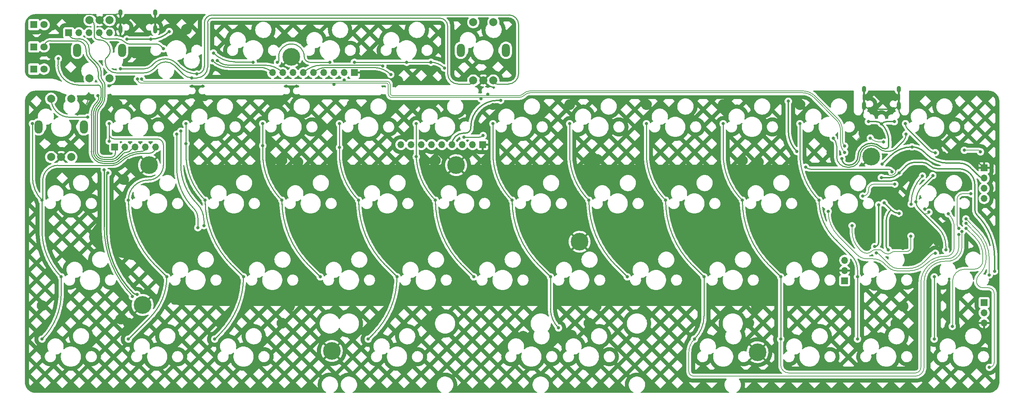
<source format=gtl>
%TF.GenerationSoftware,KiCad,Pcbnew,(6.0.10)*%
%TF.CreationDate,2023-05-23T15:51:49-05:00*%
%TF.ProjectId,Monorail_Jet,4d6f6e6f-7261-4696-9c5f-4a65742e6b69,rev?*%
%TF.SameCoordinates,Original*%
%TF.FileFunction,Copper,L1,Top*%
%TF.FilePolarity,Positive*%
%FSLAX46Y46*%
G04 Gerber Fmt 4.6, Leading zero omitted, Abs format (unit mm)*
G04 Created by KiCad (PCBNEW (6.0.10)) date 2023-05-23 15:51:49*
%MOMM*%
%LPD*%
G01*
G04 APERTURE LIST*
G04 Aperture macros list*
%AMRoundRect*
0 Rectangle with rounded corners*
0 $1 Rounding radius*
0 $2 $3 $4 $5 $6 $7 $8 $9 X,Y pos of 4 corners*
0 Add a 4 corners polygon primitive as box body*
4,1,4,$2,$3,$4,$5,$6,$7,$8,$9,$2,$3,0*
0 Add four circle primitives for the rounded corners*
1,1,$1+$1,$2,$3*
1,1,$1+$1,$4,$5*
1,1,$1+$1,$6,$7*
1,1,$1+$1,$8,$9*
0 Add four rect primitives between the rounded corners*
20,1,$1+$1,$2,$3,$4,$5,0*
20,1,$1+$1,$4,$5,$6,$7,0*
20,1,$1+$1,$6,$7,$8,$9,0*
20,1,$1+$1,$8,$9,$2,$3,0*%
G04 Aperture macros list end*
%TA.AperFunction,ComponentPad*%
%ADD10R,1.700000X1.700000*%
%TD*%
%TA.AperFunction,ComponentPad*%
%ADD11O,1.700000X1.700000*%
%TD*%
%TA.AperFunction,ComponentPad*%
%ADD12R,1.800000X1.800000*%
%TD*%
%TA.AperFunction,ComponentPad*%
%ADD13C,1.800000*%
%TD*%
%TA.AperFunction,ComponentPad*%
%ADD14C,4.400000*%
%TD*%
%TA.AperFunction,ComponentPad*%
%ADD15C,2.000000*%
%TD*%
%TA.AperFunction,ComponentPad*%
%ADD16RoundRect,1.000000X0.000000X-0.650000X0.000000X0.650000X0.000000X0.650000X0.000000X-0.650000X0*%
%TD*%
%TA.AperFunction,ComponentPad*%
%ADD17O,1.000000X2.100000*%
%TD*%
%TA.AperFunction,ComponentPad*%
%ADD18O,1.000000X1.600000*%
%TD*%
%TA.AperFunction,ComponentPad*%
%ADD19RoundRect,1.000000X0.000000X0.650000X0.000000X-0.650000X0.000000X-0.650000X0.000000X0.650000X0*%
%TD*%
%TA.AperFunction,ViaPad*%
%ADD20C,0.800000*%
%TD*%
%TA.AperFunction,Conductor*%
%ADD21C,0.250000*%
%TD*%
%TA.AperFunction,Conductor*%
%ADD22C,0.350000*%
%TD*%
%TA.AperFunction,Conductor*%
%ADD23C,0.200000*%
%TD*%
G04 APERTURE END LIST*
D10*
%TO.P,J10,1,Pin_1*%
%TO.N,GND*%
X143512500Y-77437500D03*
D11*
%TO.P,J10,2,Pin_2*%
%TO.N,D+*%
X140972500Y-77437500D03*
%TO.P,J10,3,Pin_3*%
%TO.N,D-*%
X138432500Y-77437500D03*
%TO.P,J10,4,Pin_4*%
%TO.N,VCC*%
X135892500Y-77437500D03*
%TO.P,J10,5,Pin_5*%
%TO.N,COL5*%
X133352500Y-77437500D03*
%TO.P,J10,6,Pin_6*%
%TO.N,COL4*%
X130812500Y-77437500D03*
%TO.P,J10,7,Pin_7*%
%TO.N,COL3*%
X128272500Y-77437500D03*
%TO.P,J10,8,Pin_8*%
%TO.N,COL2*%
X125732500Y-77437500D03*
%TO.P,J10,9,Pin_9*%
%TO.N,COL1*%
X123192500Y-77437500D03*
%TD*%
D10*
%TO.P,J7,1,Pin_1*%
%TO.N,GND*%
X111680625Y-59531250D03*
D11*
%TO.P,J7,2,Pin_2*%
%TO.N,D+*%
X109140625Y-59531250D03*
%TO.P,J7,3,Pin_3*%
%TO.N,D-*%
X106600625Y-59531250D03*
%TO.P,J7,4,Pin_4*%
%TO.N,VCC*%
X104060625Y-59531250D03*
%TO.P,J7,5,Pin_5*%
%TO.N,COL5*%
X101520625Y-59531250D03*
%TO.P,J7,6,Pin_6*%
%TO.N,COL4*%
X98980625Y-59531250D03*
%TO.P,J7,7,Pin_7*%
%TO.N,COL3*%
X96440625Y-59531250D03*
%TO.P,J7,8,Pin_8*%
%TO.N,COL2*%
X93900625Y-59531250D03*
%TO.P,J7,9,Pin_9*%
%TO.N,COL1*%
X91360625Y-59531250D03*
%TD*%
D10*
%TO.P,J9,1,Pin_1*%
%TO.N,LED1*%
X52175000Y-78000000D03*
D11*
%TO.P,J9,2,Pin_2*%
%TO.N,LED2*%
X54715000Y-78000000D03*
%TO.P,J9,3,Pin_3*%
%TO.N,LED3*%
X57255000Y-78000000D03*
%TO.P,J9,4,Pin_4*%
%TO.N,ROW4*%
X59795000Y-78000000D03*
%TO.P,J9,5,Pin_5*%
%TO.N,COL0*%
X62335000Y-78000000D03*
%TD*%
D12*
%TO.P,D55,1,K*%
%TO.N,Net-(D55-Pad1)*%
X32099250Y-58642000D03*
D13*
%TO.P,D55,2,A*%
%TO.N,LED3*%
X34639250Y-58642000D03*
%TD*%
D14*
%TO.P,,1,1*%
%TO.N,GND*%
X96043750Y-55562500D03*
%TD*%
D15*
%TO.P,SW3,A,A*%
%TO.N,ENCB*%
X141168750Y-61475000D03*
%TO.P,SW3,B,B*%
%TO.N,ENCA*%
X146168750Y-61475000D03*
%TO.P,SW3,C,C*%
%TO.N,GND*%
X143668750Y-61475000D03*
D16*
%TO.P,SW3,MP*%
%TO.N,N/C*%
X138068750Y-53975000D03*
X149268750Y-53975000D03*
D15*
%TO.P,SW3,S1,S1*%
%TO.N,Net-(D6-Pad2)*%
X146168750Y-46975000D03*
%TO.P,SW3,S2,S2*%
%TO.N,COL5*%
X141168750Y-46975000D03*
%TD*%
D12*
%TO.P,D53,1,K*%
%TO.N,Net-(D53-Pad1)*%
X32099250Y-47592000D03*
D13*
%TO.P,D53,2,A*%
%TO.N,LED1*%
X34639250Y-47592000D03*
%TD*%
D14*
%TO.P,H1,1,1*%
%TO.N,GND*%
X239953400Y-80424450D03*
X136903400Y-82550450D03*
X167553400Y-101600450D03*
X60703400Y-82550450D03*
X211703400Y-129059450D03*
X59103400Y-117324450D03*
X106053400Y-128774450D03*
%TD*%
D12*
%TO.P,D54,1,K*%
%TO.N,Net-(D54-Pad1)*%
X32099250Y-53117000D03*
D13*
%TO.P,D54,2,A*%
%TO.N,LED2*%
X34639250Y-53117000D03*
%TD*%
D10*
%TO.P,J8,1,Pin_1*%
%TO.N,LED1*%
X40737500Y-49587500D03*
D11*
%TO.P,J8,2,Pin_2*%
%TO.N,LED2*%
X43277500Y-49587500D03*
%TO.P,J8,3,Pin_3*%
%TO.N,LED3*%
X45817500Y-49587500D03*
%TO.P,J8,4,Pin_4*%
%TO.N,ROW4*%
X48357500Y-49587500D03*
%TO.P,J8,5,Pin_5*%
%TO.N,COL0*%
X50897500Y-49587500D03*
%TD*%
D17*
%TO.P,J1,S1,SHIELD*%
%TO.N,GND*%
X246810625Y-67820625D03*
D18*
X238170625Y-63640625D03*
D17*
X238170625Y-67820625D03*
D18*
X246810625Y-63640625D03*
%TD*%
D10*
%TO.P,SWD1,1,Pin_1*%
%TO.N,SWCLK*%
X233362500Y-111268750D03*
D11*
%TO.P,SWD1,2,Pin_2*%
%TO.N,GND*%
X233362500Y-108728750D03*
%TO.P,SWD1,3,Pin_3*%
%TO.N,SWDIO*%
X233362500Y-106188750D03*
%TD*%
D10*
%TO.P,J6,1,Pin_1*%
%TO.N,+5VD*%
X267962500Y-116712500D03*
D11*
%TO.P,J6,2,Pin_2*%
%TO.N,RGB_OUT*%
X267962500Y-119252500D03*
%TO.P,J6,3,Pin_3*%
%TO.N,GND*%
X267962500Y-121792500D03*
%TD*%
D18*
%TO.P,J2,S1,SHIELD*%
%TO.N,GND*%
X53560250Y-44590625D03*
D17*
X62200250Y-48770625D03*
D18*
X62200250Y-44590625D03*
D17*
X53560250Y-48770625D03*
%TD*%
D10*
%TO.P,J4,1,Pin_1*%
%TO.N,GND*%
X267962500Y-83237500D03*
D11*
%TO.P,J4,2,Pin_2*%
%TO.N,+5V*%
X267962500Y-85777500D03*
%TO.P,J4,3,Pin_3*%
%TO.N,SCL*%
X267962500Y-88317500D03*
%TO.P,J4,4,Pin_4*%
%TO.N,SDA*%
X267962500Y-90857500D03*
%TD*%
D15*
%TO.P,SW2,A,A*%
%TO.N,ENCB*%
X45918750Y-46475000D03*
%TO.P,SW2,B,B*%
%TO.N,ENCA*%
X50918750Y-46475000D03*
%TO.P,SW2,C,C*%
%TO.N,GND*%
X48418750Y-46475000D03*
D19*
%TO.P,SW2,MP*%
%TO.N,N/C*%
X54018750Y-53975000D03*
X42818750Y-53975000D03*
D15*
%TO.P,SW2,S1,S1*%
%TO.N,COL0*%
X50918750Y-60975000D03*
%TO.P,SW2,S2,S2*%
%TO.N,Net-(D1-Pad2)*%
X45918750Y-60975000D03*
%TD*%
%TO.P,SW1,A,A*%
%TO.N,ENCA*%
X41393750Y-80525000D03*
%TO.P,SW1,B,B*%
%TO.N,ENCB*%
X36393750Y-80525000D03*
%TO.P,SW1,C,C*%
%TO.N,GND*%
X38893750Y-80525000D03*
D16*
%TO.P,SW1,MP*%
%TO.N,N/C*%
X33293750Y-73025000D03*
X44493750Y-73025000D03*
D15*
%TO.P,SW1,S1,S1*%
%TO.N,COL0*%
X36393750Y-66025000D03*
%TO.P,SW1,S2,S2*%
%TO.N,Net-(D7-Pad2)*%
X41393750Y-66025000D03*
%TD*%
D20*
%TO.N,GND*%
X133746875Y-86518750D03*
X253062500Y-104837500D03*
X165100000Y-67468750D03*
X57262500Y-54637500D03*
X92075000Y-67468750D03*
X95646875Y-86518750D03*
X253315807Y-97778138D03*
X36115625Y-86518750D03*
X122418750Y-61575000D03*
X41062500Y-104337500D03*
X36462500Y-60337500D03*
X242502956Y-75769517D03*
X244862500Y-96837500D03*
X203200000Y-67468750D03*
X130571875Y-86121875D03*
X235346875Y-78978125D03*
X112712500Y-86518750D03*
X95562500Y-117637500D03*
X130175000Y-121443750D03*
X209946875Y-86518750D03*
X52784375Y-67468750D03*
X171662500Y-117637500D03*
X165562500Y-124837500D03*
X236062500Y-89337500D03*
X147262500Y-106237500D03*
X247662500Y-80837500D03*
X261862500Y-106637500D03*
X255612500Y-76787500D03*
X69962500Y-48737500D03*
X66062500Y-81587500D03*
X127462500Y-106037500D03*
X153562500Y-125087500D03*
X262062500Y-125587500D03*
X172006752Y-81133067D03*
X109462500Y-106437500D03*
X51032105Y-65173239D03*
X246062500Y-121840625D03*
X247262500Y-95637500D03*
X171846875Y-86518750D03*
X253262500Y-93437500D03*
X202312500Y-125587500D03*
X142875000Y-64293750D03*
X152796875Y-86518750D03*
X36462500Y-54737500D03*
X257662500Y-88237500D03*
X53662500Y-120837500D03*
X111125000Y-67468750D03*
X203862500Y-106037500D03*
X246062500Y-98037500D03*
X30500000Y-81500000D03*
X236934375Y-71040625D03*
X258705941Y-97817083D03*
X74355089Y-65287601D03*
X223812500Y-125587500D03*
X190896875Y-86518750D03*
X185462500Y-106037500D03*
X86762500Y-60237500D03*
X118018750Y-60175000D03*
X34925000Y-67468750D03*
X146050000Y-67468750D03*
X94758754Y-62908457D03*
X131975000Y-117237500D03*
X211450000Y-117637500D03*
X238727032Y-98230733D03*
X49250000Y-74000000D03*
X167062500Y-107337500D03*
X247800000Y-103237500D03*
X244862500Y-95637500D03*
X60325000Y-55165625D03*
X246812500Y-111837500D03*
X36462500Y-47737500D03*
X76596875Y-86518750D03*
X42312500Y-61587500D03*
X93662500Y-81359375D03*
X238562500Y-102837500D03*
X73025000Y-67468750D03*
X222250000Y-67468750D03*
X184150000Y-67468750D03*
X238125000Y-74612500D03*
X264062499Y-81314238D03*
X175312500Y-109087500D03*
X240662500Y-112437500D03*
X73966425Y-62894814D03*
X89462500Y-106437500D03*
X256562500Y-101337500D03*
X93662500Y-121840625D03*
X42250000Y-46500000D03*
X241862500Y-88837500D03*
X71312500Y-106587500D03*
X257662500Y-80437500D03*
X97631250Y-81756250D03*
X71333276Y-62881171D03*
X224062500Y-107437500D03*
X246062500Y-81359375D03*
X228996875Y-85837500D03*
X97241827Y-62922101D03*
X244862500Y-98037500D03*
X36000000Y-75250000D03*
X207962500Y-81359375D03*
X247262500Y-98037500D03*
X252462500Y-73637500D03*
X131762500Y-81359375D03*
X246856250Y-74612500D03*
X242262500Y-125437500D03*
X211931250Y-81756250D03*
X55562500Y-81359375D03*
X34131250Y-117475000D03*
X250428125Y-67468750D03*
X230187500Y-79375000D03*
X255862500Y-94237500D03*
X250812500Y-111087500D03*
X128984375Y-67468750D03*
X209550000Y-121840625D03*
X246062500Y-95637500D03*
X247262500Y-96837500D03*
X42959188Y-69825032D03*
X45724877Y-65118666D03*
X169862500Y-121840625D03*
X266400000Y-97300000D03*
X233462500Y-87637500D03*
X97797280Y-65278505D03*
X169862500Y-81359375D03*
X245521078Y-88778922D03*
X54371875Y-86121875D03*
X252578982Y-83769188D03*
X247862500Y-117637500D03*
X55562500Y-121837500D03*
%TO.N,+5V*%
X242640268Y-82293208D03*
X250061576Y-78005340D03*
%TO.N,VCC*%
X221462500Y-79137500D03*
X55165625Y-51196875D03*
X242498928Y-72254753D03*
X245672940Y-71727576D03*
X147962500Y-66437500D03*
X219362500Y-66637500D03*
X61118750Y-51196875D03*
X232662500Y-80937500D03*
X239254287Y-71719318D03*
X65701265Y-49298735D03*
%TO.N,D-*%
X57815625Y-61118750D03*
X233362500Y-79375000D03*
X143046875Y-66017767D03*
X106605035Y-62436458D03*
%TO.N,D+*%
X109140625Y-61371954D03*
X239712500Y-75803125D03*
X233362500Y-77787500D03*
X58865625Y-61118750D03*
X242960455Y-76770921D03*
X144789922Y-64927409D03*
%TO.N,ROW0*%
X264662500Y-89637500D03*
X248562500Y-74837500D03*
X261662500Y-98237500D03*
X143618750Y-75175000D03*
X138818750Y-75575000D03*
X230528125Y-75803125D03*
%TO.N,COL11*%
X254262500Y-94237500D03*
X255862500Y-79437500D03*
X248443750Y-72231250D03*
X255587500Y-125809375D03*
X255587500Y-110331250D03*
X258462500Y-103637500D03*
X251062500Y-91637500D03*
X255234742Y-85126882D03*
%TO.N,COL10*%
X227012500Y-91281250D03*
X236537500Y-125809375D03*
X236537500Y-110331250D03*
X263462500Y-98237500D03*
X222250000Y-72231250D03*
X260062500Y-122637500D03*
%TO.N,ROW4*%
X76670469Y-54645469D03*
X124662500Y-56937500D03*
X111662500Y-56937500D03*
X92562500Y-56937500D03*
X47962500Y-65237500D03*
X64293750Y-53578125D03*
X105562500Y-56937500D03*
X130662500Y-56937500D03*
X134018750Y-58375000D03*
X86562500Y-56937500D03*
%TO.N,ROW1*%
X259062500Y-94637500D03*
X229262500Y-94037500D03*
%TO.N,ROW2*%
X263445258Y-95914253D03*
X269262500Y-109837500D03*
%TO.N,ROW3*%
X269262500Y-132837500D03*
X263462500Y-97037500D03*
%TO.N,LED3*%
X38162500Y-56037500D03*
%TO.N,COL0*%
X34131250Y-91281250D03*
X38893750Y-110331250D03*
X45486679Y-70623507D03*
X34131250Y-125809375D03*
X31750000Y-72231250D03*
%TO.N,COL1*%
X76422048Y-56531683D03*
X65087500Y-110331250D03*
X50800000Y-76575000D03*
X55562500Y-91281250D03*
X50800000Y-72231250D03*
X55562500Y-125809375D03*
%TO.N,COL2*%
X74612500Y-91281250D03*
X77652880Y-56520594D03*
X76993750Y-125809375D03*
X69850000Y-77150000D03*
X69850000Y-72231250D03*
X84137500Y-110331250D03*
%TO.N,COL3*%
X103187500Y-110331250D03*
X93662500Y-91281250D03*
X88900000Y-72231250D03*
X88900000Y-77675000D03*
%TO.N,COL4*%
X122237500Y-110331250D03*
X107950000Y-78150000D03*
X112712500Y-91281250D03*
X115093750Y-125809375D03*
X107950000Y-72231250D03*
X118698448Y-57859068D03*
%TO.N,COL5*%
X141287500Y-110331250D03*
X120698089Y-59999165D03*
X131762500Y-91281250D03*
X127009907Y-80429435D03*
X127000000Y-72231250D03*
%TO.N,COL6*%
X162321875Y-123031250D03*
X160337500Y-110331250D03*
X150812500Y-91281250D03*
X146050000Y-72231250D03*
%TO.N,COL7*%
X179387500Y-110331250D03*
X169862500Y-91281250D03*
X165100000Y-72231250D03*
%TO.N,COL8*%
X262462500Y-99037500D03*
X188912500Y-91281250D03*
X198437500Y-110331250D03*
X196056250Y-125809375D03*
X184150000Y-72231250D03*
%TO.N,COL9*%
X207962500Y-91281250D03*
X217487500Y-110331250D03*
X217487500Y-125809375D03*
X203200000Y-72231250D03*
X261662500Y-99837500D03*
%TO.N,RGB*%
X245791557Y-87259074D03*
X237862500Y-90237500D03*
%TO.N,+5VD*%
X246862500Y-84437500D03*
X57695196Y-114699917D03*
X270562500Y-108937500D03*
X242462500Y-85637500D03*
X50462500Y-84437500D03*
%TO.N,Net-(D59-Pad2)*%
X223662500Y-83037500D03*
X245062500Y-84237500D03*
%TO.N,Net-(D66-Pad4)*%
X56562500Y-115237500D03*
X49562500Y-83737500D03*
%TO.N,+3V3*%
X240800000Y-102800000D03*
X252662500Y-85237500D03*
X241762500Y-92437500D03*
X249862500Y-92237500D03*
%TO.N,+1V1*%
X244200000Y-103600000D03*
X243162500Y-91937500D03*
X246862500Y-94537500D03*
%TO.N,RUN*%
X255862500Y-104437500D03*
X241200000Y-104400000D03*
%TO.N,QSPI_SS*%
X267062500Y-79237500D03*
X263062500Y-78837500D03*
%TO.N,ENCA*%
X235200000Y-97600000D03*
X249800000Y-100200000D03*
X68562500Y-74087500D03*
X53562500Y-58587500D03*
X72562500Y-59837500D03*
X74312500Y-97587500D03*
%TO.N,ENCB*%
X71312500Y-60837500D03*
X72812500Y-98087500D03*
X67562500Y-74837500D03*
%TD*%
D21*
%TO.N,GND*%
X49250000Y-47500000D02*
X48555752Y-46805752D01*
X57262500Y-54637500D02*
X59049994Y-54637500D01*
D22*
X249662500Y-85837500D02*
X248052450Y-87447550D01*
D23*
X248562500Y-100513246D02*
X248562500Y-97781866D01*
X251312500Y-103087500D02*
X253062500Y-104837500D01*
D21*
X50000000Y-45000000D02*
X52571932Y-45000000D01*
D23*
X251359270Y-99734675D02*
X253315807Y-97778138D01*
X246062500Y-81359375D02*
X246062500Y-83935587D01*
X261202703Y-80437500D02*
X257662500Y-80437500D01*
X248562500Y-94837500D02*
X248562500Y-97781866D01*
D22*
X245521078Y-88778922D02*
X245662500Y-88437500D01*
D23*
X239062500Y-98262500D02*
X239062500Y-101630394D01*
D22*
X240195546Y-68659375D02*
X244785704Y-68659375D01*
D23*
X249096812Y-101803189D02*
X247662500Y-103237500D01*
D21*
X52240707Y-48142597D02*
X50801366Y-48142597D01*
X36462500Y-60337500D02*
X36462500Y-54737500D01*
D22*
X245021470Y-86471048D02*
X242049643Y-86471048D01*
X255344480Y-92287926D02*
X255344480Y-92986890D01*
D21*
X44352611Y-68431609D02*
X42959188Y-69825032D01*
D23*
X243286744Y-84582621D02*
X237490578Y-84582621D01*
D21*
X43071409Y-45000000D02*
X46000000Y-45000000D01*
X228996875Y-85837500D02*
X230462500Y-85837500D01*
X172006752Y-81133067D02*
X170088808Y-81133067D01*
D22*
X246915671Y-86310771D02*
X245408412Y-86310771D01*
D23*
X252462500Y-73637500D02*
X256531129Y-77706129D01*
D21*
X52639052Y-48389053D02*
X52500000Y-48250000D01*
D22*
X237490578Y-84582621D02*
X232026420Y-84582621D01*
D21*
X48418750Y-46475000D02*
X49818620Y-45075130D01*
X55562500Y-81359375D02*
X55562500Y-83247452D01*
X232662500Y-88037500D02*
X232879417Y-88254417D01*
D23*
X238845977Y-98262500D02*
X239062500Y-98262500D01*
D22*
X252578982Y-83769188D02*
X253843323Y-83769188D01*
D21*
X235119848Y-89182434D02*
X235688138Y-89182434D01*
D23*
X239062500Y-97837500D02*
X239062500Y-98262500D01*
D22*
X237331250Y-70246875D02*
X237728125Y-70643750D01*
D21*
X239709670Y-74612500D02*
X238125000Y-74612500D01*
D23*
X244888286Y-85062152D02*
X244444434Y-85062152D01*
D22*
X257662500Y-87000989D02*
X257662500Y-88237500D01*
D23*
X245521078Y-88778922D02*
X246087626Y-88862627D01*
D22*
X246810625Y-67820625D02*
X246810625Y-68781711D01*
X244696815Y-88837500D02*
X241862500Y-88837500D01*
D23*
X254854216Y-92778189D02*
X255344480Y-92287926D01*
D22*
X255344480Y-91979779D02*
X255344480Y-92287926D01*
D23*
X238125000Y-74612500D02*
X236469407Y-76268093D01*
D22*
X247253125Y-69850000D02*
X247253125Y-73654359D01*
D23*
X251312500Y-103087500D02*
X251312500Y-99728831D01*
X240812500Y-93612627D02*
X240812500Y-91372424D01*
D21*
X47611082Y-45667332D02*
X48418750Y-46475000D01*
D22*
X257214339Y-89319455D02*
X255903423Y-90630372D01*
X267437003Y-82712004D02*
X267962500Y-83237500D01*
D23*
X251317283Y-99717284D02*
X250400000Y-98800000D01*
X250400000Y-98800000D02*
X249961246Y-98361246D01*
D22*
X238125000Y-71601891D02*
X238125000Y-74612500D01*
D23*
X247262500Y-96837500D02*
X248067525Y-96032475D01*
D22*
X257662500Y-80437500D02*
X261945867Y-80437500D01*
X251131066Y-84368935D02*
X249662500Y-85837500D01*
D23*
X248562500Y-97781869D02*
G75*
G02*
X249961246Y-98361246I0J-1978131D01*
G01*
X240812510Y-93612627D02*
G75*
G02*
X239062499Y-97837499I-5974910J27D01*
G01*
D22*
X247253133Y-69849992D02*
G75*
G02*
X246810625Y-68781711I1068267J1068292D01*
G01*
D21*
X49250010Y-47499990D02*
G75*
G03*
X50801366Y-48142597I1551390J1551390D01*
G01*
X235119848Y-89182404D02*
G75*
G02*
X232879417Y-88254417I-48J3168404D01*
G01*
D23*
X248562481Y-100513246D02*
G75*
G03*
X249096812Y-101803189I1824319J46D01*
G01*
D22*
X237490578Y-84582648D02*
G75*
G02*
X241050042Y-86057001I22J-5033852D01*
G01*
X246915671Y-86310850D02*
G75*
G02*
X248052450Y-87447550I29J-1136750D01*
G01*
D23*
X245742418Y-84708377D02*
G75*
G03*
X246062500Y-83935587I-772818J772777D01*
G01*
D22*
X245021470Y-86471014D02*
G75*
G03*
X245150451Y-86417622I30J182414D01*
G01*
D21*
X169862467Y-81359375D02*
G75*
G02*
X170088808Y-81133067I226333J-25D01*
G01*
X236062489Y-89337511D02*
G75*
G03*
X235688138Y-89182434I-374389J-374389D01*
G01*
D23*
X254854211Y-92778184D02*
G75*
G02*
X253262500Y-93437500I-1591711J1591684D01*
G01*
X257662512Y-80437500D02*
G75*
G03*
X256531129Y-77706129I-3862712J0D01*
G01*
D22*
X267437002Y-82712005D02*
G75*
G03*
X264062499Y-81314238I-3374502J-3374495D01*
G01*
D21*
X53560236Y-44590611D02*
G75*
G02*
X52571932Y-45000000I-988336J988311D01*
G01*
D23*
X251317299Y-99717268D02*
G75*
G03*
X251359270Y-99734675I42001J41968D01*
G01*
X243286744Y-84582593D02*
G75*
G02*
X243712331Y-84758905I-44J-601907D01*
G01*
X241862493Y-88837493D02*
G75*
G03*
X240812500Y-91372424I2534907J-2534907D01*
G01*
D22*
X246856272Y-74612522D02*
G75*
G03*
X247253125Y-73654359I-958172J958122D01*
G01*
X245150441Y-86417612D02*
G75*
G02*
X245408412Y-86310771I257959J-257988D01*
G01*
X237331232Y-70246857D02*
G75*
G03*
X238170625Y-68220445I-2026432J2026457D01*
G01*
D21*
X54371876Y-86121876D02*
G75*
G03*
X55562500Y-83247452I-2874436J2874426D01*
G01*
D23*
X238845977Y-98262519D02*
G75*
G02*
X238661698Y-98186169I23J260619D01*
G01*
X235346882Y-78978125D02*
G75*
G02*
X236469408Y-76268094I3832518J25D01*
G01*
X261202703Y-80437500D02*
G75*
G02*
X267962499Y-83237501I-3J-9559800D01*
G01*
X243712314Y-84758922D02*
G75*
G03*
X244444434Y-85062152I732086J732122D01*
G01*
X244888286Y-85062157D02*
G75*
G03*
X245742404Y-84708363I14J1207857D01*
G01*
D22*
X246810624Y-67820624D02*
G75*
G02*
X244785704Y-68659375I-2024924J2024924D01*
G01*
X264062522Y-81314215D02*
G75*
G03*
X261945867Y-80437500I-2116622J-2116685D01*
G01*
D21*
X239709670Y-74612521D02*
G75*
G02*
X242502956Y-75769517I30J-3950279D01*
G01*
D22*
X238125011Y-71601891D02*
G75*
G03*
X237728125Y-70643750I-1355011J-9D01*
G01*
D23*
X238562502Y-102837502D02*
G75*
G03*
X239062500Y-101630394I-1207102J1207102D01*
G01*
D21*
X52639037Y-48389068D02*
G75*
G03*
X53560250Y-48770625I921163J921168D01*
G01*
X232662500Y-88037500D02*
G75*
G03*
X230462500Y-85837500I-2200000J0D01*
G01*
D22*
X228996874Y-85837499D02*
G75*
G02*
X232026420Y-84582621I3029526J-3029501D01*
G01*
D21*
X47611079Y-45667335D02*
G75*
G03*
X46000000Y-45000000I-1611079J-1611065D01*
G01*
D22*
X248052450Y-87447550D02*
G75*
G02*
X245662500Y-88437500I-2389950J2389950D01*
G01*
X244696815Y-88837506D02*
G75*
G03*
X245662500Y-88437500I-15J1365706D01*
G01*
X251131085Y-84368954D02*
G75*
G02*
X252578982Y-83769188I1447915J-1447846D01*
G01*
X255344457Y-91979779D02*
G75*
G02*
X255903423Y-90630372I1908343J-21D01*
G01*
D21*
X43071409Y-45000004D02*
G75*
G03*
X36462500Y-47737500I-9J-9346396D01*
G01*
X48418749Y-46475000D02*
G75*
G03*
X48555752Y-46805752I467751J0D01*
G01*
D22*
X257214336Y-89319452D02*
G75*
G03*
X257662500Y-88237500I-1081936J1081952D01*
G01*
D23*
X251317274Y-99717275D02*
G75*
G03*
X251312500Y-99728831I11526J-11525D01*
G01*
D21*
X44352613Y-68431611D02*
G75*
G03*
X45724877Y-65118666I-3312943J3312941D01*
G01*
D23*
X248562485Y-94837500D02*
G75*
G02*
X248067525Y-96032475I-1689985J0D01*
G01*
D22*
X255862497Y-94237503D02*
G75*
G02*
X255344480Y-92986890I1250603J1250603D01*
G01*
D21*
X52240707Y-48142595D02*
G75*
G02*
X52500000Y-48250000I-7J-366705D01*
G01*
X60324997Y-55165628D02*
G75*
G03*
X59049994Y-54637500I-1274997J-1274972D01*
G01*
D22*
X240195546Y-68659341D02*
G75*
G02*
X238170625Y-67820625I-46J2863641D01*
G01*
X257662496Y-87000989D02*
G75*
G03*
X256837576Y-85009450I-2816496J-11D01*
G01*
D21*
X50000000Y-44999998D02*
G75*
G03*
X49818621Y-45075131I0J-256502D01*
G01*
D23*
X248562513Y-94837500D02*
G75*
G03*
X246087626Y-88862627I-8449713J0D01*
G01*
D22*
X241050021Y-86057022D02*
G75*
G03*
X242049643Y-86471048I999579J999622D01*
G01*
X256837565Y-85009461D02*
G75*
G03*
X253843323Y-83769188I-2994265J-2994239D01*
G01*
%TO.N,+5V*%
X261862500Y-82037500D02*
X258973769Y-82037500D01*
X242640268Y-82293208D02*
X244712459Y-80221017D01*
X266665099Y-85240099D02*
X264593872Y-83168872D01*
X253662500Y-79837500D02*
X253081045Y-79256045D01*
X253662509Y-79837491D02*
G75*
G03*
X258973769Y-82037500I5311291J5311291D01*
G01*
X250061576Y-78005353D02*
G75*
G02*
X253081045Y-79256045I24J-4270147D01*
G01*
X266665099Y-85240099D02*
G75*
G03*
X267962500Y-85777500I1297401J1297399D01*
G01*
X261862500Y-82037488D02*
G75*
G02*
X264593872Y-83168872I0J-3862712D01*
G01*
X250061576Y-78005314D02*
G75*
G03*
X244712460Y-80221018I24J-7564786D01*
G01*
%TO.N,VCC*%
X243332734Y-78456581D02*
X243580483Y-78456581D01*
X239254287Y-71719318D02*
X241206274Y-71719318D01*
X147162500Y-66437500D02*
X147962500Y-66437500D01*
X244294741Y-77742323D02*
X244294741Y-77174009D01*
X245672940Y-71727576D02*
X243771645Y-71727576D01*
X140572500Y-73037500D02*
X140572500Y-73137500D01*
X139218750Y-74575000D02*
X138755000Y-74575000D01*
X219362500Y-66637500D02*
X219362500Y-74067652D01*
X239862500Y-77137500D02*
X240148192Y-77137500D01*
X55165625Y-51196875D02*
X61118750Y-51196875D01*
X234462500Y-82537500D02*
X234262500Y-82537500D01*
X244294741Y-76590229D02*
X244294741Y-77174009D01*
X140562500Y-73231250D02*
X140562500Y-73037500D01*
X65701294Y-49298764D02*
G75*
G02*
X61118750Y-51196875I-4582494J4582564D01*
G01*
X242498899Y-72254724D02*
G75*
G02*
X243771645Y-71727576I1272701J-1272776D01*
G01*
X244294781Y-77742323D02*
G75*
G02*
X243580483Y-78456581I-714281J23D01*
G01*
X221462486Y-79137514D02*
G75*
G02*
X219362500Y-74067652I5069814J5069814D01*
G01*
X232662500Y-80937500D02*
G75*
G03*
X234262500Y-82537500I1600000J0D01*
G01*
X242336695Y-78044005D02*
G75*
G03*
X240148192Y-77137500I-2188495J-2188495D01*
G01*
X234462500Y-82537500D02*
G75*
G03*
X236662500Y-80337500I0J2200000D01*
G01*
X236662500Y-80337500D02*
G75*
G02*
X239862500Y-77137500I3200000J0D01*
G01*
X147162500Y-66437500D02*
G75*
G03*
X140562500Y-73037500I0J-6600000D01*
G01*
X139218750Y-74575000D02*
G75*
G03*
X140562500Y-73231250I50J1343700D01*
G01*
X242498940Y-72254741D02*
G75*
G03*
X241206274Y-71719318I-1292640J-1292659D01*
G01*
X135892500Y-77437500D02*
G75*
G02*
X138755000Y-74575000I2862500J0D01*
G01*
X243332734Y-78456566D02*
G75*
G02*
X242336693Y-78044007I-34J1408566D01*
G01*
X244294705Y-76590229D02*
G75*
G03*
X242498928Y-72254753I-6131305J29D01*
G01*
D23*
%TO.N,D-*%
X120953675Y-65709375D02*
X143972425Y-65709375D01*
X106605035Y-62436458D02*
X106884719Y-62156774D01*
X225709623Y-65690323D02*
X231172177Y-71152877D01*
X155306002Y-64518750D02*
X222881196Y-64518750D01*
X153872737Y-65123588D02*
X153891789Y-65104536D01*
X106362500Y-62137500D02*
X119664866Y-62137500D01*
X143972425Y-65709375D02*
X152458523Y-65709375D01*
X120078221Y-62550855D02*
X120078221Y-64833921D01*
X106931250Y-62137500D02*
X58834375Y-62137500D01*
X232343750Y-73981304D02*
X232343750Y-76915520D01*
X57815600Y-61118750D02*
G75*
G03*
X58834375Y-62137500I1018800J50D01*
G01*
X153872720Y-65123571D02*
G75*
G02*
X152458523Y-65709375I-1414220J1414171D01*
G01*
X225709615Y-65690331D02*
G75*
G03*
X222881196Y-64518750I-2828415J-2828369D01*
G01*
X233362506Y-79374994D02*
G75*
G02*
X232343750Y-76915520I2459494J2459494D01*
G01*
X120953675Y-65709379D02*
G75*
G02*
X120078221Y-64833921I25J875479D01*
G01*
X106931250Y-62137464D02*
G75*
G03*
X106884719Y-62156774I50J-65836D01*
G01*
X155306002Y-64518737D02*
G75*
G03*
X153891789Y-65104536I-2J-1999963D01*
G01*
X120078300Y-62550855D02*
G75*
G03*
X119664866Y-62137500I-413400J-45D01*
G01*
X232343761Y-73981304D02*
G75*
G03*
X231172177Y-71152877I-3999961J4D01*
G01*
%TO.N,D+*%
X226042470Y-65386770D02*
X231475731Y-70820031D01*
X59434375Y-61687500D02*
X109312500Y-61687500D01*
X153539890Y-64820035D02*
X153558942Y-64800983D01*
X109242216Y-61617215D02*
X109312500Y-61687500D01*
X144158825Y-65259375D02*
X152479230Y-65259375D01*
X106362500Y-61687500D02*
X119851266Y-61687500D01*
X155326709Y-64068750D02*
X222860489Y-64068750D01*
X121140075Y-65259375D02*
X144158825Y-65259375D01*
X232793750Y-74002011D02*
X232793750Y-76371875D01*
X120528221Y-62364455D02*
X120528221Y-64647521D01*
X242960455Y-76770921D02*
X242048966Y-76770921D01*
X59434375Y-61687575D02*
G75*
G02*
X58865625Y-61118750I25J568775D01*
G01*
X233362505Y-77787495D02*
G75*
G02*
X232793750Y-76414417I1373095J1373095D01*
G01*
X232793727Y-74002011D02*
G75*
G03*
X231475731Y-70820031I-4500027J11D01*
G01*
X109242188Y-61617243D02*
G75*
G02*
X109140625Y-61371954I245312J245243D01*
G01*
X239712525Y-75803100D02*
G75*
G03*
X242048966Y-76770921I2336475J2336400D01*
G01*
X153539870Y-64820015D02*
G75*
G02*
X152479230Y-65259375I-1060670J1060615D01*
G01*
X155326709Y-64068742D02*
G75*
G03*
X153558942Y-64800983I-9J-2499958D01*
G01*
X121140075Y-65259379D02*
G75*
G02*
X120528221Y-64647521I25J611879D01*
G01*
X226042465Y-65386775D02*
G75*
G03*
X222860489Y-64068750I-3181965J-3181925D01*
G01*
X120528300Y-62364455D02*
G75*
G03*
X119851266Y-61687500I-677000J-45D01*
G01*
%TO.N,ROW0*%
X261262500Y-97271815D02*
X261262500Y-91037500D01*
D21*
X239962500Y-77637500D02*
X240031130Y-77637500D01*
X243411028Y-79037500D02*
X244655394Y-79037500D01*
X248562500Y-74837500D02*
X248562500Y-75130394D01*
X138818750Y-75575000D02*
X142653065Y-75575000D01*
X245862500Y-78537500D02*
X248062500Y-76337500D01*
D23*
X262662500Y-89637500D02*
X264662500Y-89637500D01*
D21*
X231362500Y-77817484D02*
X231362500Y-80437500D01*
X233962500Y-83037500D02*
X234562500Y-83037500D01*
D23*
X261262494Y-97271815D02*
G75*
G03*
X261662500Y-98237500I1365706J15D01*
G01*
D21*
X231362521Y-77817484D02*
G75*
G03*
X230528125Y-75803125I-2848721J-16D01*
G01*
X248062502Y-76337502D02*
G75*
G03*
X248562500Y-75130394I-1207102J1207102D01*
G01*
X241962491Y-78437509D02*
G75*
G03*
X240031130Y-77637500I-1931391J-1931391D01*
G01*
X143618771Y-75175021D02*
G75*
G02*
X142653065Y-75575000I-965671J965721D01*
G01*
D23*
X262662500Y-89637500D02*
G75*
G03*
X261262500Y-91037500I0J-1400000D01*
G01*
D21*
X233962500Y-83037500D02*
G75*
G02*
X231362500Y-80437500I0J2600000D01*
G01*
X237162500Y-80437500D02*
G75*
G02*
X234562500Y-83037500I-2600000J0D01*
G01*
X243411028Y-79037488D02*
G75*
G02*
X241962500Y-78437500I-28J2048488D01*
G01*
X239962500Y-77637500D02*
G75*
G03*
X237162500Y-80437500I0J-2800000D01*
G01*
X245862502Y-78537502D02*
G75*
G02*
X244655394Y-79037500I-1207102J1207102D01*
G01*
%TO.N,COL11*%
X255587500Y-110331250D02*
X255587500Y-125809375D01*
X258462500Y-102637500D02*
X258462500Y-103637500D01*
X252962500Y-94537500D02*
X256624022Y-98199022D01*
X251769607Y-93344607D02*
X252962500Y-94537500D01*
X249000597Y-73575596D02*
X249862500Y-74437500D01*
X249862500Y-74437500D02*
X254155393Y-78730393D01*
D23*
X253203921Y-94637500D02*
X253862500Y-94637500D01*
D21*
X255234742Y-85126882D02*
X252715982Y-87645642D01*
X251769610Y-93344604D02*
G75*
G02*
X251062500Y-91637500I1707090J1707104D01*
G01*
D23*
X254262500Y-94237500D02*
G75*
G02*
X253862500Y-94637500I-400000J0D01*
G01*
D21*
X251062489Y-91637500D02*
G75*
G02*
X252715982Y-87645642I5645311J0D01*
G01*
D23*
X252962494Y-94537506D02*
G75*
G03*
X253203921Y-94637500I241406J241406D01*
G01*
D21*
X255862500Y-79437503D02*
G75*
G02*
X254155394Y-78730392I0J2414203D01*
G01*
X249000630Y-73575563D02*
G75*
G02*
X248443750Y-72231250I1344270J1344363D01*
G01*
X258462486Y-102637500D02*
G75*
G03*
X256624021Y-98199023I-6276986J0D01*
G01*
%TO.N,COL10*%
X222250000Y-72231250D02*
X222250000Y-79783558D01*
D23*
X265462500Y-108437500D02*
X263054156Y-108437500D01*
D21*
X236537500Y-110331250D02*
X236537500Y-125809375D01*
D23*
X267662500Y-105037500D02*
X267662500Y-106237500D01*
X263462500Y-98237500D02*
X265824022Y-100599022D01*
D21*
X231047428Y-101022428D02*
X235062500Y-105037500D01*
D23*
X260148745Y-111342911D02*
X260148745Y-122551255D01*
D21*
X236537500Y-108598465D02*
X236537500Y-110331250D01*
D23*
X260148800Y-111342911D02*
G75*
G02*
X263054156Y-108437500I2905400J11D01*
G01*
X267662486Y-105037500D02*
G75*
G03*
X265824021Y-100599023I-6276986J0D01*
G01*
X260062500Y-122637545D02*
G75*
G03*
X260148745Y-122551255I0J86245D01*
G01*
D21*
X236537514Y-108598465D02*
G75*
G03*
X235062500Y-105037500I-5036014J-35D01*
G01*
X231047427Y-101022429D02*
G75*
G02*
X227012500Y-91281250I9741183J9741179D01*
G01*
D23*
X265462500Y-108437500D02*
G75*
G03*
X267662500Y-106237500I0J2200000D01*
G01*
D21*
X227012499Y-91281251D02*
G75*
G02*
X222250000Y-79783558I11497691J11497691D01*
G01*
%TO.N,ROW4*%
X63563653Y-52848028D02*
X64293750Y-53578125D01*
X130548319Y-56937500D02*
X124662500Y-56937500D01*
X47757684Y-66842316D02*
X47662500Y-66937500D01*
X111662500Y-56937500D02*
X124662500Y-56937500D01*
X55687635Y-52387500D02*
X62451840Y-52387500D01*
X53062500Y-81587500D02*
X53087626Y-81562374D01*
X46362500Y-70075977D02*
X46362500Y-79137500D01*
X59795000Y-78355000D02*
X59795000Y-78000000D01*
X81962500Y-56837500D02*
X86321079Y-56837500D01*
X49857500Y-51087500D02*
X52549158Y-51087500D01*
X47962500Y-65237500D02*
X48033073Y-65308074D01*
X100593750Y-56937500D02*
X105562500Y-56937500D01*
X49312500Y-82087500D02*
X51855394Y-82087500D01*
X92868750Y-55562500D02*
X92868750Y-56631250D01*
X130548319Y-56937478D02*
G75*
G02*
X134018750Y-58375000I-19J-4907922D01*
G01*
X92562500Y-56937450D02*
G75*
G03*
X92868750Y-56631250I0J306250D01*
G01*
X46362491Y-70075977D02*
G75*
G02*
X47662500Y-66937500I4438509J-23D01*
G01*
X55687635Y-52387483D02*
G75*
G02*
X54848986Y-52040120I-35J1185983D01*
G01*
X92868800Y-55562500D02*
G75*
G02*
X96043750Y-52387500I3175000J0D01*
G01*
X53062502Y-81587502D02*
G75*
G02*
X51855394Y-82087500I-1207102J1207102D01*
G01*
X100593750Y-56937450D02*
G75*
G02*
X99218750Y-55562500I-50J1374950D01*
G01*
X99218700Y-55562500D02*
G75*
G03*
X96043750Y-52387500I-3175000J0D01*
G01*
X54848997Y-52040109D02*
G75*
G03*
X52549158Y-51087500I-2299797J-2299791D01*
G01*
X59795000Y-78355000D02*
G75*
G02*
X59062500Y-79087500I-732500J0D01*
G01*
X63563624Y-52848057D02*
G75*
G03*
X62451840Y-52387500I-1111824J-1111743D01*
G01*
X86562506Y-56937494D02*
G75*
G03*
X86321079Y-56837500I-241406J-241406D01*
G01*
X47757707Y-66842339D02*
G75*
G03*
X48213131Y-65742771I-1099607J1099539D01*
G01*
X48213157Y-65742771D02*
G75*
G03*
X48033072Y-65308075I-614757J-29D01*
G01*
X59062500Y-79087487D02*
G75*
G03*
X53087627Y-81562375I0J-8449713D01*
G01*
X49312500Y-82087500D02*
G75*
G02*
X46362500Y-79137500I0J2950000D01*
G01*
X49857500Y-51087500D02*
G75*
G02*
X48357500Y-49587500I0J1500000D01*
G01*
X81962500Y-56837488D02*
G75*
G02*
X76670470Y-54645468I0J7484088D01*
G01*
D23*
%TO.N,ROW1*%
X246462500Y-108837500D02*
X249316916Y-108837500D01*
X238876713Y-105837500D02*
X240365444Y-105837500D01*
X231808084Y-100183085D02*
X236462500Y-104837500D01*
X259262500Y-94837500D02*
X259062500Y-94637500D01*
X258008084Y-105237500D02*
X258462500Y-105237500D01*
X243262500Y-107037500D02*
X244072550Y-107847550D01*
X260549497Y-101924497D02*
X260549497Y-103150503D01*
X260549497Y-101924497D02*
X260549497Y-97944585D01*
X260549500Y-103150503D02*
G75*
G02*
X258462500Y-105237500I-2087000J3D01*
G01*
X243262487Y-107037513D02*
G75*
G03*
X240365444Y-105837500I-2897087J-2897087D01*
G01*
X259262496Y-94837504D02*
G75*
G02*
X260549497Y-97944585I-3107096J-3107096D01*
G01*
X231808078Y-100183091D02*
G75*
G02*
X229262500Y-94037500I6145622J6145591D01*
G01*
X246462500Y-108837499D02*
G75*
G02*
X244072550Y-107847550I0J3379899D01*
G01*
X253662495Y-107037495D02*
G75*
G02*
X249316916Y-108837500I-4345595J4345595D01*
G01*
X238876713Y-105837494D02*
G75*
G02*
X236462500Y-104837500I-13J3414194D01*
G01*
X258008084Y-105237494D02*
G75*
G03*
X253662500Y-107037500I16J-6145606D01*
G01*
%TO.N,ROW2*%
X269262500Y-109837500D02*
X269262500Y-105962983D01*
X263445258Y-95914253D02*
X266270386Y-98739381D01*
X269262516Y-105962983D02*
G75*
G03*
X266270386Y-98739381I-10215716J-17D01*
G01*
%TO.N,ROW3*%
X266862500Y-109637500D02*
X266769607Y-109730393D01*
X270462500Y-114437500D02*
X270462500Y-131637500D01*
X267662500Y-113037500D02*
X267862500Y-113037500D01*
X267862500Y-113037500D02*
X269062500Y-113037500D01*
X263462500Y-97037500D02*
X266199758Y-99774758D01*
X268462500Y-105237500D02*
X268462500Y-105774759D01*
X266486764Y-112461764D02*
X266862500Y-112837500D01*
X266486770Y-112461758D02*
G75*
G02*
X266062500Y-111437500I1024230J1024258D01*
G01*
X270462500Y-114437500D02*
G75*
G03*
X269062500Y-113037500I-1400000J0D01*
G01*
X266862512Y-109637512D02*
G75*
G03*
X268462500Y-105774759I-3862712J3862712D01*
G01*
X268462495Y-105237500D02*
G75*
G03*
X266199758Y-99774758I-7725495J0D01*
G01*
X266062497Y-111437500D02*
G75*
G02*
X266769608Y-109730394I2414203J0D01*
G01*
X267662500Y-113037500D02*
G75*
G02*
X266062500Y-111437500I0J1600000D01*
G01*
X269262500Y-132837500D02*
G75*
G03*
X270462500Y-131637500I0J1200000D01*
G01*
D21*
%TO.N,LED1*%
X49702676Y-65526293D02*
X49702676Y-62468281D01*
X48068660Y-57482529D02*
X46794579Y-56208448D01*
X43312500Y-51087500D02*
X42237500Y-51087500D01*
X45812500Y-53837500D02*
X45812500Y-53587500D01*
X47862500Y-79137500D02*
X47862500Y-69968870D01*
X48741484Y-60147759D02*
X48741484Y-59106870D01*
X52312500Y-78137500D02*
X52312500Y-79587500D01*
X51312500Y-80587500D02*
X49312500Y-80587500D01*
X49702673Y-65526293D02*
G75*
G02*
X48662500Y-68037500I-3551373J-7D01*
G01*
X52312500Y-78137500D02*
G75*
G03*
X52175000Y-78000000I-137500J0D01*
G01*
X48741499Y-60147759D02*
G75*
G03*
X49387157Y-61706551I2204401J-41D01*
G01*
X47862500Y-79137500D02*
G75*
G03*
X49312500Y-80587500I1450000J0D01*
G01*
X43312500Y-51087500D02*
G75*
G02*
X45812500Y-53587500I0J-2500000D01*
G01*
X45812493Y-53837500D02*
G75*
G03*
X46794580Y-56208447I3353007J0D01*
G01*
X49387153Y-61706555D02*
G75*
G02*
X49702676Y-62468281I-761753J-761745D01*
G01*
X48068649Y-57482540D02*
G75*
G02*
X48741484Y-59106870I-1624349J-1624360D01*
G01*
X40737500Y-49587500D02*
G75*
G03*
X42237500Y-51087500I1500000J0D01*
G01*
X48662509Y-68037509D02*
G75*
G03*
X47862500Y-69968870I1931391J-1931391D01*
G01*
X51312500Y-80587500D02*
G75*
G03*
X52312500Y-79587500I0J1000000D01*
G01*
%TO.N,LED2*%
X49217583Y-65573148D02*
X49217583Y-63169010D01*
X42812500Y-51587500D02*
X36168750Y-51587500D01*
X51562500Y-81087500D02*
X49312500Y-81087500D01*
X54407409Y-78742592D02*
X52562500Y-80587500D01*
X52562500Y-80587500D02*
X52416054Y-80733946D01*
X47362500Y-79137500D02*
X47362500Y-70051713D01*
X48062500Y-60380394D02*
X48062500Y-59398160D01*
X47312500Y-57587500D02*
X45946384Y-56221384D01*
X45062500Y-54087500D02*
X45062500Y-53837500D01*
X51562500Y-81087501D02*
G75*
G03*
X52416053Y-80733945I0J1207101D01*
G01*
X34639200Y-53117000D02*
G75*
G02*
X36168750Y-51587500I1529500J0D01*
G01*
X48562503Y-61587497D02*
G75*
G02*
X49217583Y-63169010I-1581503J-1581503D01*
G01*
X48062503Y-60380394D02*
G75*
G03*
X48562500Y-61587500I1707097J-6D01*
G01*
X48362496Y-67637496D02*
G75*
G03*
X47362500Y-70051713I2414204J-2414204D01*
G01*
X42812500Y-51587500D02*
G75*
G02*
X45062500Y-53837500I0J-2250000D01*
G01*
X54407412Y-78742595D02*
G75*
G03*
X54715000Y-78000000I-742612J742595D01*
G01*
X49217631Y-65573148D02*
G75*
G02*
X48362499Y-67637499I-2919431J48D01*
G01*
X47312488Y-57587512D02*
G75*
G02*
X48062500Y-59398160I-1810688J-1810688D01*
G01*
X45062510Y-54087500D02*
G75*
G03*
X45946384Y-56221384I3017790J0D01*
G01*
X47362500Y-79137500D02*
G75*
G03*
X49312500Y-81087500I1950000J0D01*
G01*
%TO.N,LED3*%
X54151102Y-79748898D02*
X52812500Y-81087500D01*
X46862500Y-76637500D02*
X46862500Y-70134556D01*
X48726425Y-65634644D02*
X48726425Y-63301425D01*
X49312500Y-81587500D02*
X51605394Y-81587500D01*
X55858221Y-79041778D02*
X56062500Y-78837500D01*
X46862500Y-76637500D02*
X46862500Y-79137500D01*
X46862500Y-76930394D02*
X46862500Y-76637500D01*
X38062500Y-57587500D02*
X38062500Y-56137500D01*
X56062500Y-78837500D02*
X56648976Y-78251024D01*
X48012500Y-62587500D02*
X43062500Y-62587500D01*
X52812502Y-81087502D02*
G75*
G02*
X51605394Y-81587500I-1207102J1207102D01*
G01*
X57255000Y-77999987D02*
G75*
G03*
X56648976Y-78251024I0J-857013D01*
G01*
X48062501Y-67237501D02*
G75*
G03*
X46862500Y-70134556I2897059J-2897059D01*
G01*
X49312500Y-81587500D02*
G75*
G02*
X46862500Y-79137500I0J2450000D01*
G01*
X55858237Y-79041794D02*
G75*
G02*
X55144288Y-79337500I-713937J713994D01*
G01*
X48012500Y-62587475D02*
G75*
G02*
X48726425Y-63301425I0J-713925D01*
G01*
X38162500Y-56037500D02*
G75*
G03*
X38062500Y-56137500I0J-100000D01*
G01*
X54151100Y-79748896D02*
G75*
G02*
X55144288Y-79337500I993200J-993204D01*
G01*
X38062500Y-57587500D02*
G75*
G03*
X43062500Y-62587500I5000000J0D01*
G01*
X48726442Y-65634644D02*
G75*
G02*
X48062499Y-67237499I-2266842J44D01*
G01*
%TO.N,COL0*%
X31750000Y-72231250D02*
X31750000Y-85532404D01*
X51751840Y-82587500D02*
X38062500Y-82587500D01*
X34141250Y-91281250D02*
X34141250Y-98833558D01*
X34131250Y-91281250D02*
X34131250Y-98833558D01*
X45486679Y-70623507D02*
X40992257Y-70623507D01*
X38893750Y-110331250D02*
X38893750Y-114311683D01*
X34312500Y-86337500D02*
X34312500Y-91100000D01*
X60747500Y-79587500D02*
X58994480Y-79587500D01*
X51751840Y-82587516D02*
G75*
G03*
X53562500Y-81837500I-40J2560716D01*
G01*
X36393753Y-66025000D02*
G75*
G03*
X40992257Y-70623507I4598507J0D01*
G01*
X53562506Y-81837506D02*
G75*
G02*
X58994480Y-79587500I5431994J-5431994D01*
G01*
X34312500Y-86337500D02*
G75*
G02*
X38062500Y-82587500I3750000J0D01*
G01*
X38893749Y-110331251D02*
G75*
G02*
X34131250Y-98833558I11497691J11497691D01*
G01*
X34131251Y-91281249D02*
G75*
G02*
X31750000Y-85532404I5748849J5748849D01*
G01*
X34131248Y-125809373D02*
G75*
G03*
X38893750Y-114311683I-11497688J11497693D01*
G01*
X60747500Y-79587500D02*
G75*
G03*
X62335000Y-78000000I0J1587500D01*
G01*
X34131250Y-91281300D02*
G75*
G03*
X34312500Y-91100000I-50J181300D01*
G01*
X34141251Y-91281249D02*
G75*
G02*
X31760000Y-85532404I5748849J5748849D01*
G01*
%TO.N,COL1*%
X60878005Y-120493870D02*
X55562500Y-125809375D01*
X62297692Y-107541442D02*
X65087500Y-110331250D01*
X50800000Y-74800000D02*
X50800000Y-76575000D01*
X55562500Y-91281250D02*
X55562500Y-91187500D01*
X64250000Y-82500000D02*
X64250000Y-77500000D01*
X80517889Y-58228236D02*
X88214871Y-58228236D01*
X50800000Y-72231250D02*
X50800000Y-74800000D01*
X62750000Y-76000000D02*
X52000000Y-76000000D01*
X64250000Y-82500000D02*
G75*
G02*
X60500000Y-86250000I-3750000J0D01*
G01*
X60878006Y-120493871D02*
G75*
G03*
X65087500Y-110331250I-10162626J10162621D01*
G01*
X76422045Y-56531686D02*
G75*
G03*
X80517889Y-58228236I4095855J4095886D01*
G01*
X62750000Y-76000000D02*
G75*
G02*
X64250000Y-77500000I0J-1500000D01*
G01*
X50800000Y-74800000D02*
G75*
G03*
X52000000Y-76000000I1200000J0D01*
G01*
X60500000Y-86250000D02*
G75*
G03*
X55562500Y-91187500I0J-4937500D01*
G01*
X88214871Y-58228256D02*
G75*
G02*
X91360625Y-59531250I29J-4448744D01*
G01*
X62297693Y-107541441D02*
G75*
G02*
X55562500Y-91281250I16260187J16260191D01*
G01*
X62307693Y-107541441D02*
G75*
G02*
X55572500Y-91281250I16260187J16260191D01*
G01*
%TO.N,COL2*%
X81347692Y-107541442D02*
X84137500Y-110331250D01*
X89389590Y-57662718D02*
X80410211Y-57662718D01*
X69850000Y-77150000D02*
X69850000Y-79783558D01*
X69850000Y-72231250D02*
X69850000Y-77150000D01*
X69860000Y-77150000D02*
X69860000Y-79783558D01*
X78244207Y-124558918D02*
X76993750Y-125809375D01*
X74612499Y-91281251D02*
G75*
G02*
X69850000Y-79783558I11497691J11497691D01*
G01*
X89389590Y-57662730D02*
G75*
G02*
X93900625Y-59531250I10J-6379570D01*
G01*
X81357693Y-107541441D02*
G75*
G02*
X74622500Y-91281250I16260187J16260191D01*
G01*
X77652882Y-56520592D02*
G75*
G03*
X80410211Y-57662718I2757318J2757292D01*
G01*
X78244207Y-124558918D02*
G75*
G03*
X84137500Y-110331250I-14227667J14227668D01*
G01*
X74622499Y-91281251D02*
G75*
G02*
X69860000Y-79783558I11497691J11497691D01*
G01*
X81347693Y-107541441D02*
G75*
G02*
X74612500Y-91281250I16260187J16260191D01*
G01*
%TO.N,COL3*%
X88900000Y-72231250D02*
X88900000Y-77675000D01*
X100397692Y-107541442D02*
X103187500Y-110331250D01*
X88900000Y-77675000D02*
X88900000Y-79783558D01*
X88910000Y-77675000D02*
X88910000Y-79783558D01*
X93662499Y-91281251D02*
G75*
G02*
X88900000Y-79783558I11497691J11497691D01*
G01*
X93672499Y-91281251D02*
G75*
G02*
X88910000Y-79783558I11497691J11497691D01*
G01*
X100397693Y-107541441D02*
G75*
G02*
X93662500Y-91281250I16260187J16260191D01*
G01*
X100407693Y-107541441D02*
G75*
G02*
X93672500Y-91281250I16260187J16260191D01*
G01*
%TO.N,COL4*%
X119447692Y-107541442D02*
X122237500Y-110331250D01*
X107950000Y-72231250D02*
X107950000Y-78150000D01*
X107960000Y-78150000D02*
X107960000Y-79783558D01*
X107950000Y-78150000D02*
X107950000Y-79783558D01*
X116344207Y-124558918D02*
X115093750Y-125809375D01*
X118243355Y-57670562D02*
X103472723Y-57670562D01*
X119457693Y-107541441D02*
G75*
G02*
X112722500Y-91281250I16260187J16260191D01*
G01*
X112722499Y-91281251D02*
G75*
G02*
X107960000Y-79783558I11497691J11497691D01*
G01*
X112712499Y-91281251D02*
G75*
G02*
X107950000Y-79783558I11497691J11497691D01*
G01*
X118698479Y-57859037D02*
G75*
G03*
X118243355Y-57670562I-455079J-455163D01*
G01*
X98980623Y-59531248D02*
G75*
G02*
X103472723Y-57670562I4492077J-4492052D01*
G01*
X116344207Y-124558918D02*
G75*
G03*
X122237500Y-110331250I-14227667J14227668D01*
G01*
X119447693Y-107541441D02*
G75*
G02*
X112712500Y-91281250I16260187J16260191D01*
G01*
%TO.N,COL5*%
X116504091Y-58261954D02*
X104584976Y-58261954D01*
X138497692Y-107541442D02*
X141287500Y-110331250D01*
X127000000Y-72231250D02*
X127000000Y-79783558D01*
X131772499Y-91281251D02*
G75*
G02*
X127010000Y-79783558I11497691J11497691D01*
G01*
X101520637Y-59531262D02*
G75*
G02*
X104584976Y-58261954I3064363J-3064338D01*
G01*
X138497693Y-107541441D02*
G75*
G02*
X131762500Y-91281250I16260187J16260191D01*
G01*
X131762499Y-91281251D02*
G75*
G02*
X127000000Y-79783558I11497691J11497691D01*
G01*
X138507693Y-107541441D02*
G75*
G02*
X131772500Y-91281250I16260187J16260191D01*
G01*
X120698101Y-59999153D02*
G75*
G03*
X116504091Y-58261954I-4194001J-4194047D01*
G01*
%TO.N,COL6*%
X157547692Y-107541442D02*
X160337500Y-110331250D01*
X146050000Y-72231250D02*
X146050000Y-79783558D01*
X160337500Y-110331250D02*
X160337500Y-118240545D01*
X150822499Y-91281251D02*
G75*
G02*
X146060000Y-79783558I11497691J11497691D01*
G01*
X157557693Y-107541441D02*
G75*
G02*
X150822500Y-91281250I16260187J16260191D01*
G01*
X150812499Y-91281251D02*
G75*
G02*
X146050000Y-79783558I11497691J11497691D01*
G01*
X157547693Y-107541441D02*
G75*
G02*
X150812500Y-91281250I16260187J16260191D01*
G01*
X162321893Y-123031232D02*
G75*
G02*
X160337500Y-118240545I4790707J4790732D01*
G01*
%TO.N,COL7*%
X165100000Y-72231250D02*
X165100000Y-79783558D01*
X176597692Y-107541442D02*
X179387500Y-110331250D01*
X176597693Y-107541441D02*
G75*
G02*
X169862500Y-91281250I16260187J16260191D01*
G01*
X169862499Y-91281251D02*
G75*
G02*
X165100000Y-79783558I11497691J11497691D01*
G01*
D23*
%TO.N,COL8*%
X253062500Y-111637500D02*
X253062500Y-132837500D01*
X250862500Y-135037500D02*
X195862500Y-135037500D01*
X194662500Y-133837500D02*
X194662500Y-129174185D01*
X258862500Y-106437500D02*
X258262500Y-106437500D01*
X262462500Y-99037500D02*
X262462500Y-102837500D01*
D21*
X195647692Y-107541442D02*
X198437500Y-110331250D01*
X184150000Y-72231250D02*
X184150000Y-79783558D01*
X198437500Y-110331250D02*
X198437500Y-120060529D01*
X196056236Y-125809361D02*
G75*
G03*
X198437500Y-120060529I-5748836J5748861D01*
G01*
D23*
X253062500Y-111637500D02*
G75*
G02*
X258262500Y-106437500I5200000J0D01*
G01*
X194662500Y-133837500D02*
G75*
G03*
X195862500Y-135037500I1200000J0D01*
G01*
D21*
X188912499Y-91281251D02*
G75*
G02*
X184150000Y-79783558I11497691J11497691D01*
G01*
X195647693Y-107541441D02*
G75*
G02*
X188912500Y-91281250I16260187J16260191D01*
G01*
D23*
X250862500Y-135037500D02*
G75*
G03*
X253062500Y-132837500I0J2200000D01*
G01*
X196056249Y-125809374D02*
G75*
G03*
X194662500Y-129174185I3364851J-3364826D01*
G01*
X258862500Y-106437500D02*
G75*
G03*
X262462500Y-102837500I0J3600000D01*
G01*
%TO.N,COL9*%
X258862500Y-105837500D02*
X258262500Y-105837500D01*
X261662500Y-99837500D02*
X261662500Y-103037500D01*
D21*
X217487500Y-110331250D02*
X217487500Y-125809375D01*
X214697692Y-107541442D02*
X217487500Y-110331250D01*
X203200000Y-72231250D02*
X203200000Y-79783558D01*
D23*
X250862500Y-134237500D02*
X219462500Y-134237500D01*
X217487500Y-125809375D02*
X217487500Y-132262500D01*
X252262500Y-111837500D02*
X252262500Y-132837500D01*
X252262500Y-111837500D02*
G75*
G02*
X258262500Y-105837500I6000000J0D01*
G01*
X258862500Y-105837500D02*
G75*
G03*
X261662500Y-103037500I0J2800000D01*
G01*
X250862500Y-134237500D02*
G75*
G03*
X252262500Y-132837500I0J1400000D01*
G01*
X217487500Y-132262500D02*
G75*
G03*
X219462500Y-134237500I1975000J0D01*
G01*
D21*
X207962499Y-91281251D02*
G75*
G02*
X203200000Y-79783558I11497691J11497691D01*
G01*
X214697693Y-107541441D02*
G75*
G02*
X207962500Y-91281250I16260187J16260191D01*
G01*
D23*
%TO.N,RGB*%
X245791557Y-87259074D02*
X240640926Y-87259074D01*
X239262500Y-88837500D02*
X239262500Y-88637500D01*
X239262474Y-88637500D02*
G75*
G02*
X240640926Y-87259074I1378426J0D01*
G01*
X239262500Y-88837500D02*
G75*
G02*
X237862500Y-90237500I-1400000J0D01*
G01*
D22*
%TO.N,+5VD*%
X242462500Y-85637500D02*
X244531130Y-85637500D01*
X50172500Y-85161764D02*
X50172500Y-98403691D01*
X57637452Y-114699917D02*
X57695196Y-114699917D01*
X50162500Y-85161764D02*
X50162500Y-98403691D01*
X248472550Y-82827450D02*
X246862500Y-84437500D01*
X261643267Y-83437500D02*
X256393870Y-83437500D01*
X270562500Y-108937500D02*
X270562500Y-105418618D01*
X252531130Y-81837500D02*
X250862500Y-81837500D01*
X246462500Y-84837500D02*
X246862500Y-84437500D01*
X265662500Y-93588972D02*
X265662500Y-87456733D01*
X266262505Y-95037495D02*
G75*
G02*
X270562500Y-105418618I-10381105J-10381105D01*
G01*
X254462509Y-82637491D02*
G75*
G03*
X256393870Y-83437500I1931391J1931391D01*
G01*
X50162486Y-85161764D02*
G75*
G02*
X50462501Y-84437501I1024314J-36D01*
G01*
X56762500Y-114337500D02*
G75*
G02*
X50162500Y-98403691I15933810J15933810D01*
G01*
X265662512Y-93588972D02*
G75*
G03*
X266262500Y-95037500I2048488J-28D01*
G01*
X246462491Y-84837491D02*
G75*
G02*
X244531130Y-85637500I-1931391J1931391D01*
G01*
X252531130Y-81837488D02*
G75*
G02*
X254462500Y-82637500I-30J-2731412D01*
G01*
X248472550Y-82827450D02*
G75*
G02*
X250862500Y-81837500I2389950J-2389950D01*
G01*
X261643267Y-83437500D02*
G75*
G02*
X265662500Y-87456733I33J-4019200D01*
G01*
X50172486Y-85161764D02*
G75*
G02*
X50472501Y-84437501I1024314J-36D01*
G01*
X57637452Y-114699966D02*
G75*
G02*
X56762500Y-114337500I48J1237366D01*
G01*
D21*
%TO.N,Net-(D59-Pad2)*%
X243562500Y-83537500D02*
X244362500Y-83537500D01*
X224869606Y-83537500D02*
X243562500Y-83537500D01*
X245062500Y-84237500D02*
G75*
G03*
X244362500Y-83537500I-700000J0D01*
G01*
X224869606Y-83537497D02*
G75*
G02*
X223662500Y-83037500I-6J1707097D01*
G01*
%TO.N,Net-(D66-Pad4)*%
X49572500Y-83737500D02*
X49572500Y-97855163D01*
X49562500Y-83737500D02*
X49562500Y-97855163D01*
X56762501Y-115237499D02*
G75*
G02*
X49562500Y-97855163I17382339J17382339D01*
G01*
D22*
%TO.N,+3V3*%
X241762500Y-92437500D02*
X241762500Y-101837500D01*
D21*
X249862500Y-92237500D02*
X249862500Y-91997297D01*
D22*
X240800000Y-102800000D02*
G75*
G03*
X241762500Y-101837500I0J962500D01*
G01*
D21*
X252662501Y-85237501D02*
G75*
G03*
X249862500Y-91997297I6759799J-6759799D01*
G01*
D22*
%TO.N,+1V1*%
X243662500Y-96534556D02*
X243662500Y-102643283D01*
X244862500Y-93637500D02*
X243162500Y-91937500D01*
X243958931Y-103358931D02*
X244200000Y-103600000D01*
X244984682Y-93759683D02*
X244862500Y-93637500D01*
X243958918Y-103358944D02*
G75*
G02*
X243662500Y-102643283I715682J715644D01*
G01*
X243662482Y-96534556D02*
G75*
G02*
X244862500Y-93637500I4097118J-44D01*
G01*
X244984690Y-93759675D02*
G75*
G03*
X246862500Y-94537500I1877810J1877775D01*
G01*
D23*
%TO.N,RUN*%
X254838235Y-104861765D02*
X253062500Y-106637500D01*
X244693972Y-107501459D02*
X242570188Y-105377675D01*
X249199759Y-108237500D02*
X246470932Y-108237500D01*
X242570188Y-105377675D02*
X241870062Y-104677549D01*
X249199759Y-108237482D02*
G75*
G03*
X253062499Y-106637499I41J5462682D01*
G01*
X254838241Y-104861771D02*
G75*
G02*
X255862500Y-104437500I1024259J-1024229D01*
G01*
X244693956Y-107501475D02*
G75*
G03*
X246470932Y-108237500I1776944J1776975D01*
G01*
X241200000Y-104399998D02*
G75*
G02*
X241870061Y-104677550I0J-947602D01*
G01*
%TO.N,QSPI_SS*%
X263062500Y-78837500D02*
X266662500Y-78837500D01*
X267062500Y-79237500D02*
G75*
G03*
X266662500Y-78837500I-400000J0D01*
G01*
D21*
%TO.N,ENCA*%
X68562500Y-82430646D02*
X68562500Y-74087500D01*
D23*
X249800000Y-100200000D02*
X249800000Y-103000000D01*
X242769869Y-104065295D02*
X242548522Y-103843949D01*
X235200000Y-99054416D02*
X235200000Y-97600000D01*
X248793623Y-104006377D02*
X248606377Y-104006377D01*
D21*
X67373160Y-57148160D02*
X67812500Y-57587500D01*
X61312500Y-57837500D02*
X61825063Y-57324937D01*
D23*
X248606377Y-104006377D02*
X245789995Y-104006377D01*
D21*
X53562500Y-58587500D02*
X59501840Y-58587500D01*
D23*
X237506049Y-103906049D02*
X237000000Y-103400000D01*
D21*
X74312500Y-97587500D02*
X74312500Y-96312373D01*
D23*
X244223309Y-104655320D02*
X244194314Y-104655320D01*
X241880744Y-103567346D02*
X241004151Y-103567346D01*
X240125778Y-103890433D02*
X240021657Y-103994554D01*
D21*
X152418750Y-47575000D02*
X152418750Y-59775000D01*
X149818750Y-62375000D02*
X147068750Y-62375000D01*
D23*
X241004151Y-103567346D02*
X240905779Y-103567346D01*
D21*
X74418750Y-57981250D02*
X74418750Y-47175000D01*
X76418750Y-45175000D02*
X150018750Y-45175000D01*
X67812500Y-57587500D02*
X68294733Y-58069733D01*
D23*
X244223309Y-104655316D02*
G75*
G03*
X244779792Y-104424817I-9J787016D01*
G01*
D21*
X72562492Y-92087508D02*
G75*
G02*
X74312500Y-96312373I-4224892J-4224892D01*
G01*
X72562500Y-59837509D02*
G75*
G02*
X68294734Y-58069732I0J6035509D01*
G01*
D23*
X242769872Y-104065292D02*
G75*
G03*
X244194314Y-104655320I1424428J1424392D01*
G01*
D21*
X61312488Y-57837488D02*
G75*
G02*
X59501840Y-58587500I-1810688J1810688D01*
G01*
D23*
X248793623Y-104006400D02*
G75*
G03*
X249800000Y-103000000I-23J1006400D01*
G01*
D21*
X76418750Y-45175050D02*
G75*
G03*
X74418750Y-47175000I-50J-1999950D01*
G01*
X68562482Y-82430646D02*
G75*
G03*
X72562501Y-92087499I13656918J46D01*
G01*
D23*
X244779798Y-104424823D02*
G75*
G02*
X245789995Y-104006377I1010202J-1010177D01*
G01*
D21*
X67373156Y-57148164D02*
G75*
G03*
X64812500Y-56087500I-2560656J-2560636D01*
G01*
X152418700Y-47575000D02*
G75*
G03*
X150018750Y-45175000I-2400000J0D01*
G01*
X146168800Y-61475000D02*
G75*
G03*
X147068750Y-62375000I900000J0D01*
G01*
D23*
X238870688Y-104471296D02*
G75*
G03*
X240021656Y-103994553I12J1627696D01*
G01*
D21*
X74418700Y-57981250D02*
G75*
G02*
X72562500Y-59837500I-1856200J-50D01*
G01*
D23*
X235199994Y-99054416D02*
G75*
G03*
X237000000Y-103400000I6145606J16D01*
G01*
D21*
X64812500Y-56087508D02*
G75*
G03*
X61825063Y-57324937I0J-4224892D01*
G01*
D23*
X241880744Y-103567308D02*
G75*
G02*
X242548521Y-103843950I-44J-944392D01*
G01*
X240125796Y-103890451D02*
G75*
G02*
X240905779Y-103567346I780004J-779949D01*
G01*
X237506053Y-103906045D02*
G75*
G03*
X238870688Y-104471301I1364647J1364645D01*
G01*
D21*
X149818750Y-62374950D02*
G75*
G03*
X152418750Y-59775000I50J2599950D01*
G01*
%TO.N,ENCB*%
X76418750Y-45975000D02*
X132818750Y-45975000D01*
X50312500Y-55587500D02*
X50166054Y-55733946D01*
X50532170Y-55367830D02*
X50312500Y-55587500D01*
X71312500Y-60837500D02*
X72556250Y-60837500D01*
X49812500Y-56587500D02*
X49812500Y-56837500D01*
X47062500Y-47618750D02*
X47062500Y-48587500D01*
X52562500Y-59587500D02*
X59398287Y-59587500D01*
X61812500Y-58587500D02*
X62678616Y-57721384D01*
X67562500Y-83077093D02*
X67562500Y-74837500D01*
X48062500Y-51337500D02*
X48312500Y-51337500D01*
X66946384Y-57721383D02*
X67062500Y-57837500D01*
X137418750Y-62375000D02*
X140268750Y-62375000D01*
X75218750Y-58175000D02*
X75218750Y-47175000D01*
X72812500Y-98087500D02*
X72812500Y-95751713D01*
X134818750Y-47975000D02*
X134818750Y-59775000D01*
X67062500Y-57837500D02*
X69178616Y-59953616D01*
X47062500Y-48587500D02*
X47062500Y-50337500D01*
X66946390Y-57721377D02*
G75*
G03*
X64812500Y-56837500I-2133890J-2133923D01*
G01*
X48062500Y-51337500D02*
G75*
G02*
X47062500Y-50337500I0J1000000D01*
G01*
X141168700Y-61475000D02*
G75*
G02*
X140268750Y-62375000I-900000J0D01*
G01*
X52562500Y-59587500D02*
G75*
G02*
X49812500Y-56837500I0J2750000D01*
G01*
X50532178Y-55367838D02*
G75*
G03*
X51062500Y-54087500I-1280378J1280338D01*
G01*
X51062500Y-54087500D02*
G75*
G03*
X48312500Y-51337500I-2750000J0D01*
G01*
X61812504Y-58587504D02*
G75*
G02*
X59398287Y-59587500I-2414204J2414204D01*
G01*
X134818800Y-47975000D02*
G75*
G03*
X132818750Y-45975000I-2000000J0D01*
G01*
X67562504Y-83077093D02*
G75*
G03*
X71812501Y-93337499I14510396J-7D01*
G01*
X71812504Y-93337496D02*
G75*
G02*
X72812500Y-95751713I-2414204J-2414204D01*
G01*
X49812499Y-56587500D02*
G75*
G02*
X50166055Y-55733947I1207101J0D01*
G01*
X47062500Y-47618750D02*
G75*
G03*
X45918750Y-46475000I-1143800J-50D01*
G01*
X137418750Y-62374950D02*
G75*
G02*
X134818750Y-59775000I-50J2599950D01*
G01*
X71312500Y-60837490D02*
G75*
G02*
X69178616Y-59953616I0J3017790D01*
G01*
X76418750Y-45974950D02*
G75*
G03*
X75218750Y-47175000I50J-1200050D01*
G01*
X64812500Y-56837510D02*
G75*
G03*
X62678616Y-57721384I0J-3017790D01*
G01*
X75218800Y-58175000D02*
G75*
G02*
X72556250Y-60837500I-2662500J0D01*
G01*
%TD*%
%TA.AperFunction,Conductor*%
%TO.N,GND*%
G36*
X63421871Y-85867238D02*
G01*
X63474538Y-85914847D01*
X63493105Y-85983373D01*
X63476253Y-86043724D01*
X63436614Y-86112381D01*
X63331388Y-86372824D01*
X63330323Y-86377097D01*
X63330322Y-86377099D01*
X63271658Y-86612388D01*
X63263433Y-86645376D01*
X63262974Y-86649744D01*
X63262973Y-86649749D01*
X63236504Y-86901591D01*
X63234072Y-86924733D01*
X63234225Y-86929121D01*
X63234225Y-86929127D01*
X63243700Y-87200442D01*
X63243875Y-87205458D01*
X63244637Y-87209781D01*
X63244638Y-87209788D01*
X63268414Y-87344624D01*
X63292652Y-87482087D01*
X63379453Y-87749235D01*
X63381381Y-87753188D01*
X63381383Y-87753193D01*
X63471491Y-87937940D01*
X63502590Y-88001702D01*
X63505045Y-88005341D01*
X63505048Y-88005347D01*
X63558003Y-88083856D01*
X63659665Y-88234576D01*
X63662610Y-88237847D01*
X63662611Y-88237848D01*
X63695536Y-88274415D01*
X63847621Y-88443322D01*
X64062800Y-88623879D01*
X64301014Y-88772731D01*
X64464880Y-88845689D01*
X64528829Y-88874161D01*
X64557625Y-88886982D01*
X64827640Y-88964407D01*
X64831990Y-88965018D01*
X64831993Y-88965019D01*
X64934940Y-88979487D01*
X65105802Y-89003500D01*
X65316396Y-89003500D01*
X65318582Y-89003347D01*
X65318586Y-89003347D01*
X65522077Y-88989118D01*
X65522082Y-88989117D01*
X65526462Y-88988811D01*
X65801220Y-88930409D01*
X65805349Y-88928906D01*
X65805353Y-88928905D01*
X66061031Y-88835846D01*
X66061035Y-88835844D01*
X66065176Y-88834337D01*
X66313192Y-88702464D01*
X66316753Y-88699877D01*
X66536879Y-88539947D01*
X66536882Y-88539944D01*
X66540442Y-88537358D01*
X66545732Y-88532250D01*
X66673238Y-88409118D01*
X66742502Y-88342231D01*
X66915438Y-88120882D01*
X66917634Y-88117078D01*
X66917639Y-88117071D01*
X67051066Y-87885968D01*
X67055886Y-87877619D01*
X67161112Y-87617176D01*
X67162178Y-87612901D01*
X67228003Y-87348893D01*
X67228004Y-87348888D01*
X67229067Y-87344624D01*
X67230109Y-87334717D01*
X67241452Y-87226786D01*
X67245398Y-87189246D01*
X67272410Y-87123590D01*
X67330631Y-87082960D01*
X67401576Y-87080257D01*
X67462721Y-87116339D01*
X67492143Y-87168811D01*
X67574697Y-87467123D01*
X67576728Y-87474461D01*
X67809958Y-88180458D01*
X67873826Y-88346031D01*
X68066565Y-88845688D01*
X68077548Y-88874161D01*
X68078163Y-88875549D01*
X68078167Y-88875558D01*
X68175931Y-89096109D01*
X68378855Y-89553897D01*
X68713151Y-90218031D01*
X68713907Y-90219366D01*
X68713911Y-90219373D01*
X68837005Y-90436664D01*
X69079633Y-90864962D01*
X69080452Y-90866256D01*
X69080456Y-90866262D01*
X69327825Y-91256900D01*
X69477416Y-91493131D01*
X69905544Y-92101025D01*
X70362983Y-92687179D01*
X70848633Y-93250182D01*
X71349756Y-93776527D01*
X71350635Y-93777500D01*
X71351907Y-93779194D01*
X71356380Y-93783761D01*
X71356557Y-93783992D01*
X71356785Y-93784174D01*
X71361258Y-93788742D01*
X71374539Y-93799156D01*
X71390147Y-93813689D01*
X71543654Y-93983058D01*
X71551498Y-93992616D01*
X71706679Y-94201853D01*
X71713549Y-94212134D01*
X71847477Y-94435580D01*
X71853306Y-94446485D01*
X71964687Y-94681981D01*
X71969419Y-94693405D01*
X72057182Y-94938688D01*
X72060771Y-94950521D01*
X72124067Y-95203217D01*
X72126479Y-95215344D01*
X72164703Y-95473030D01*
X72165914Y-95485330D01*
X72173582Y-95641418D01*
X72176948Y-95709942D01*
X72176022Y-95732570D01*
X72175373Y-95737496D01*
X72175373Y-95737501D01*
X72174382Y-95745028D01*
X72176596Y-95765079D01*
X72178239Y-95779966D01*
X72179000Y-95793792D01*
X72179000Y-97384976D01*
X72158998Y-97453097D01*
X72146642Y-97469279D01*
X72073460Y-97550556D01*
X71977973Y-97715944D01*
X71918958Y-97897572D01*
X71918268Y-97904133D01*
X71918268Y-97904135D01*
X71900356Y-98074556D01*
X71898996Y-98087500D01*
X71899686Y-98094065D01*
X71910166Y-98193772D01*
X71918958Y-98277428D01*
X71977973Y-98459056D01*
X71981276Y-98464778D01*
X71981277Y-98464779D01*
X71999303Y-98496000D01*
X72073460Y-98624444D01*
X72077878Y-98629351D01*
X72077879Y-98629352D01*
X72132623Y-98690151D01*
X72201247Y-98766366D01*
X72355748Y-98878618D01*
X72361776Y-98881302D01*
X72361778Y-98881303D01*
X72425317Y-98909592D01*
X72530212Y-98956294D01*
X72605834Y-98972368D01*
X72710556Y-98994628D01*
X72710561Y-98994628D01*
X72717013Y-98996000D01*
X72907987Y-98996000D01*
X72914439Y-98994628D01*
X72914444Y-98994628D01*
X73019166Y-98972368D01*
X73094788Y-98956294D01*
X73199683Y-98909592D01*
X73263222Y-98881303D01*
X73263224Y-98881302D01*
X73269252Y-98878618D01*
X73423753Y-98766366D01*
X73492377Y-98690151D01*
X73547121Y-98629352D01*
X73547122Y-98629351D01*
X73551540Y-98624444D01*
X73625697Y-98496000D01*
X73643723Y-98464779D01*
X73643724Y-98464778D01*
X73647027Y-98459056D01*
X73654444Y-98436230D01*
X73694518Y-98377626D01*
X73759915Y-98349990D01*
X73829871Y-98362098D01*
X73848341Y-98373236D01*
X73855748Y-98378618D01*
X73861776Y-98381302D01*
X73861778Y-98381303D01*
X74024181Y-98453609D01*
X74030212Y-98456294D01*
X74123613Y-98476147D01*
X74210556Y-98494628D01*
X74210561Y-98494628D01*
X74217013Y-98496000D01*
X74407987Y-98496000D01*
X74414439Y-98494628D01*
X74414444Y-98494628D01*
X74501387Y-98476147D01*
X74594788Y-98456294D01*
X74600819Y-98453609D01*
X74763222Y-98381303D01*
X74763224Y-98381302D01*
X74769252Y-98378618D01*
X74774594Y-98374737D01*
X74871406Y-98304399D01*
X74938274Y-98280540D01*
X75007426Y-98296621D01*
X75056906Y-98347535D01*
X75066041Y-98369759D01*
X75068728Y-98378618D01*
X75131147Y-98584384D01*
X75131553Y-98585554D01*
X75131555Y-98585561D01*
X75434798Y-99460041D01*
X75434808Y-99460068D01*
X75435196Y-99461187D01*
X75435639Y-99462319D01*
X75435642Y-99462327D01*
X75772069Y-100321890D01*
X75773433Y-100325376D01*
X75817168Y-100425362D01*
X76144351Y-101173365D01*
X76145337Y-101175620D01*
X76288470Y-101470719D01*
X76546506Y-102002712D01*
X76550335Y-102010607D01*
X76685272Y-102263056D01*
X76975784Y-102806565D01*
X76987802Y-102829050D01*
X76988402Y-102830073D01*
X76988410Y-102830088D01*
X77221891Y-103228444D01*
X77457064Y-103629688D01*
X77457727Y-103630724D01*
X77457737Y-103630740D01*
X77956714Y-104410219D01*
X77956728Y-104410241D01*
X77957397Y-104411285D01*
X77958110Y-104412308D01*
X78483726Y-105166461D01*
X78488030Y-105172637D01*
X78529612Y-105227569D01*
X78992408Y-105838939D01*
X79048144Y-105912569D01*
X79636876Y-106629941D01*
X79655674Y-106651095D01*
X80252482Y-107322706D01*
X80252500Y-107322725D01*
X80253318Y-107323646D01*
X80254181Y-107324543D01*
X80254186Y-107324549D01*
X80885420Y-107981072D01*
X80886164Y-107981890D01*
X80887099Y-107983136D01*
X80896450Y-107992684D01*
X80920952Y-108011896D01*
X80932301Y-108021955D01*
X83190378Y-110280032D01*
X83224404Y-110342344D01*
X83226592Y-110355953D01*
X83228493Y-110374033D01*
X83243056Y-110512592D01*
X83243958Y-110521178D01*
X83302973Y-110702806D01*
X83306276Y-110708528D01*
X83306277Y-110708529D01*
X83371643Y-110821745D01*
X83398460Y-110868194D01*
X83402875Y-110873097D01*
X83402879Y-110873102D01*
X83456640Y-110932809D01*
X83487357Y-110996817D01*
X83488974Y-111019869D01*
X83485512Y-111178537D01*
X83485272Y-111184024D01*
X83442441Y-111837500D01*
X83430024Y-112026949D01*
X83429545Y-112032421D01*
X83342038Y-112831453D01*
X83337583Y-112872130D01*
X83336870Y-112877552D01*
X83232706Y-113554319D01*
X83208359Y-113712504D01*
X83207404Y-113717914D01*
X83049851Y-114509989D01*
X83042605Y-114546416D01*
X83041418Y-114551769D01*
X83007602Y-114689965D01*
X82840633Y-115372310D01*
X82839210Y-115377620D01*
X82602831Y-116188600D01*
X82601178Y-116193843D01*
X82348741Y-116937500D01*
X82329648Y-116993745D01*
X82327773Y-116998896D01*
X82118322Y-117537500D01*
X78562500Y-117537500D01*
X70062500Y-117437500D01*
X66962500Y-117237500D01*
X66462500Y-117137500D01*
X66262500Y-116937500D01*
X65054522Y-114763139D01*
X65078695Y-114689965D01*
X65078708Y-114689921D01*
X65079190Y-114688463D01*
X65106081Y-114591294D01*
X65275275Y-113979900D01*
X65275686Y-113978416D01*
X65437106Y-113259582D01*
X65563059Y-112533694D01*
X65653243Y-111802501D01*
X65655577Y-111770858D01*
X65656483Y-111758579D01*
X65681443Y-111692114D01*
X65738373Y-111649694D01*
X65809200Y-111644788D01*
X65871436Y-111678952D01*
X65899333Y-111721565D01*
X65907552Y-111742377D01*
X66029354Y-111943100D01*
X66183235Y-112120432D01*
X66187367Y-112123820D01*
X66360666Y-112265917D01*
X66360672Y-112265921D01*
X66364794Y-112269301D01*
X66369430Y-112271940D01*
X66369433Y-112271942D01*
X66480658Y-112335255D01*
X66568840Y-112385451D01*
X66789539Y-112465561D01*
X66794788Y-112466510D01*
X66794791Y-112466511D01*
X66875865Y-112481171D01*
X67020580Y-112507340D01*
X67024719Y-112507535D01*
X67024726Y-112507536D01*
X67043690Y-112508430D01*
X67043699Y-112508430D01*
X67045179Y-112508500D01*
X67210200Y-112508500D01*
X67291549Y-112501597D01*
X67379887Y-112494102D01*
X67379891Y-112494101D01*
X67385198Y-112493651D01*
X67390353Y-112492313D01*
X67390359Y-112492312D01*
X67607285Y-112436009D01*
X67607284Y-112436009D01*
X67612456Y-112434667D01*
X67617322Y-112432475D01*
X67617325Y-112432474D01*
X67821667Y-112340424D01*
X67821670Y-112340423D01*
X67826528Y-112338234D01*
X68021291Y-112207112D01*
X68191177Y-112045049D01*
X68331328Y-111856679D01*
X68341080Y-111837500D01*
X68435319Y-111652144D01*
X68435319Y-111652143D01*
X68437737Y-111647388D01*
X68507361Y-111423160D01*
X68525158Y-111288885D01*
X68537511Y-111195690D01*
X68537511Y-111195687D01*
X68538211Y-111190407D01*
X68529402Y-110955784D01*
X68516940Y-110896392D01*
X68483623Y-110737602D01*
X68489210Y-110666826D01*
X68532175Y-110610305D01*
X68598148Y-110586035D01*
X68631605Y-110583696D01*
X68697078Y-110579118D01*
X68697084Y-110579117D01*
X68701462Y-110578811D01*
X68976220Y-110520409D01*
X68980349Y-110518906D01*
X68980353Y-110518905D01*
X69236031Y-110425846D01*
X69236035Y-110425844D01*
X69240176Y-110424337D01*
X69488192Y-110292464D01*
X69505304Y-110280032D01*
X69672577Y-110158501D01*
X69739445Y-110134642D01*
X69808597Y-110150723D01*
X69858077Y-110201637D01*
X69872176Y-110271220D01*
X69863790Y-110306820D01*
X69846620Y-110350187D01*
X69768314Y-110655170D01*
X69728850Y-110967562D01*
X69728850Y-111282438D01*
X69768314Y-111594830D01*
X69846620Y-111899813D01*
X69962534Y-112192577D01*
X69964436Y-112196036D01*
X69964437Y-112196039D01*
X70096362Y-112436009D01*
X70114226Y-112468504D01*
X70299305Y-112723244D01*
X70514852Y-112952778D01*
X70757468Y-113153487D01*
X71023326Y-113322206D01*
X71026905Y-113323890D01*
X71026912Y-113323894D01*
X71304644Y-113454584D01*
X71304648Y-113454586D01*
X71308234Y-113456273D01*
X71607698Y-113553575D01*
X71916996Y-113612577D01*
X72010550Y-113618463D01*
X72150608Y-113627275D01*
X72150624Y-113627276D01*
X72152603Y-113627400D01*
X72309897Y-113627400D01*
X72311876Y-113627276D01*
X72311892Y-113627275D01*
X72451950Y-113618463D01*
X72545504Y-113612577D01*
X72854802Y-113553575D01*
X73154266Y-113456273D01*
X73157852Y-113454586D01*
X73157856Y-113454584D01*
X73435588Y-113323894D01*
X73435595Y-113323890D01*
X73439174Y-113322206D01*
X73705032Y-113153487D01*
X73947648Y-112952778D01*
X74163195Y-112723244D01*
X74348274Y-112468504D01*
X74366139Y-112436009D01*
X74498063Y-112196039D01*
X74498064Y-112196036D01*
X74499966Y-112192577D01*
X74615880Y-111899813D01*
X74694186Y-111594830D01*
X74733650Y-111282438D01*
X74733650Y-111059593D01*
X75924289Y-111059593D01*
X75933098Y-111294216D01*
X75934193Y-111299434D01*
X75959044Y-111417871D01*
X75981312Y-111524001D01*
X76067552Y-111742377D01*
X76189354Y-111943100D01*
X76343235Y-112120432D01*
X76347367Y-112123820D01*
X76520666Y-112265917D01*
X76520672Y-112265921D01*
X76524794Y-112269301D01*
X76529430Y-112271940D01*
X76529433Y-112271942D01*
X76640658Y-112335255D01*
X76728840Y-112385451D01*
X76949539Y-112465561D01*
X76954788Y-112466510D01*
X76954791Y-112466511D01*
X77035865Y-112481171D01*
X77180580Y-112507340D01*
X77184719Y-112507535D01*
X77184726Y-112507536D01*
X77203690Y-112508430D01*
X77203699Y-112508430D01*
X77205179Y-112508500D01*
X77370200Y-112508500D01*
X77451549Y-112501597D01*
X77539887Y-112494102D01*
X77539891Y-112494101D01*
X77545198Y-112493651D01*
X77550353Y-112492313D01*
X77550359Y-112492312D01*
X77767285Y-112436009D01*
X77767284Y-112436009D01*
X77772456Y-112434667D01*
X77777322Y-112432475D01*
X77777325Y-112432474D01*
X77981667Y-112340424D01*
X77981670Y-112340423D01*
X77986528Y-112338234D01*
X78181291Y-112207112D01*
X78351177Y-112045049D01*
X78491328Y-111856679D01*
X78501080Y-111837500D01*
X78595319Y-111652144D01*
X78595319Y-111652143D01*
X78597737Y-111647388D01*
X78667361Y-111423160D01*
X78685158Y-111288885D01*
X78697511Y-111195690D01*
X78697511Y-111195687D01*
X78698211Y-111190407D01*
X78689402Y-110955784D01*
X78669823Y-110862473D01*
X78642285Y-110731226D01*
X78642284Y-110731223D01*
X78641188Y-110725999D01*
X78554948Y-110507623D01*
X78482989Y-110389039D01*
X78435914Y-110311461D01*
X78435912Y-110311458D01*
X78433146Y-110306900D01*
X78279265Y-110129568D01*
X78197676Y-110062669D01*
X78101834Y-109984083D01*
X78101828Y-109984079D01*
X78097706Y-109980699D01*
X78093070Y-109978060D01*
X78093067Y-109978058D01*
X77898303Y-109867192D01*
X77893660Y-109864549D01*
X77672961Y-109784439D01*
X77667712Y-109783490D01*
X77667709Y-109783489D01*
X77585586Y-109768639D01*
X77441920Y-109742660D01*
X77437781Y-109742465D01*
X77437774Y-109742464D01*
X77418810Y-109741570D01*
X77418801Y-109741570D01*
X77417321Y-109741500D01*
X77252300Y-109741500D01*
X77170951Y-109748403D01*
X77082613Y-109755898D01*
X77082609Y-109755899D01*
X77077302Y-109756349D01*
X77072147Y-109757687D01*
X77072141Y-109757688D01*
X76931058Y-109794306D01*
X76850044Y-109815333D01*
X76845178Y-109817525D01*
X76845175Y-109817526D01*
X76640833Y-109909576D01*
X76640830Y-109909577D01*
X76635972Y-109911766D01*
X76441209Y-110042888D01*
X76437352Y-110046567D01*
X76437350Y-110046569D01*
X76367095Y-110113590D01*
X76271323Y-110204951D01*
X76131172Y-110393321D01*
X76128756Y-110398072D01*
X76128754Y-110398076D01*
X76069503Y-110514615D01*
X76024763Y-110602612D01*
X75955139Y-110826840D01*
X75954438Y-110832129D01*
X75931476Y-111005372D01*
X75924289Y-111059593D01*
X74733650Y-111059593D01*
X74733650Y-110967562D01*
X74694186Y-110655170D01*
X74615880Y-110350187D01*
X74499966Y-110057423D01*
X74493999Y-110046569D01*
X74350183Y-109784968D01*
X74350181Y-109784965D01*
X74348274Y-109781496D01*
X74170964Y-109537449D01*
X74165523Y-109529960D01*
X74165522Y-109529958D01*
X74163195Y-109526756D01*
X73947648Y-109297222D01*
X73705032Y-109096513D01*
X73439174Y-108927794D01*
X73435595Y-108926110D01*
X73435588Y-108926106D01*
X73157856Y-108795416D01*
X73157852Y-108795414D01*
X73154266Y-108793727D01*
X72854802Y-108696425D01*
X72545504Y-108637423D01*
X72451950Y-108631537D01*
X72311892Y-108622725D01*
X72311876Y-108622724D01*
X72309897Y-108622600D01*
X72152603Y-108622600D01*
X72150624Y-108622724D01*
X72150608Y-108622725D01*
X72010550Y-108631537D01*
X71916996Y-108637423D01*
X71607698Y-108696425D01*
X71308234Y-108793727D01*
X71304648Y-108795414D01*
X71304644Y-108795416D01*
X71026912Y-108926106D01*
X71026905Y-108926110D01*
X71023326Y-108927794D01*
X70757468Y-109096513D01*
X70594624Y-109231229D01*
X70556663Y-109262633D01*
X70491426Y-109290643D01*
X70421401Y-109278936D01*
X70368821Y-109231229D01*
X70350381Y-109162669D01*
X70354091Y-109135066D01*
X70403003Y-108938893D01*
X70403004Y-108938888D01*
X70404067Y-108934624D01*
X70404963Y-108926106D01*
X70432969Y-108659636D01*
X70432969Y-108659633D01*
X70433428Y-108655267D01*
X70433275Y-108650873D01*
X70423779Y-108378939D01*
X70423778Y-108378933D01*
X70423625Y-108374542D01*
X70409012Y-108291663D01*
X70375610Y-108102236D01*
X70374848Y-108097913D01*
X70288047Y-107830765D01*
X70285000Y-107824516D01*
X70223570Y-107698569D01*
X70164910Y-107578298D01*
X70162455Y-107574659D01*
X70162452Y-107574653D01*
X70041468Y-107395287D01*
X70007835Y-107345424D01*
X69819879Y-107136678D01*
X69776066Y-107099914D01*
X69608070Y-106958949D01*
X69604700Y-106956121D01*
X69366486Y-106807269D01*
X69109875Y-106693018D01*
X68839860Y-106615593D01*
X68835510Y-106614982D01*
X68835507Y-106614981D01*
X68703216Y-106596389D01*
X68561698Y-106576500D01*
X68351104Y-106576500D01*
X68348918Y-106576653D01*
X68348914Y-106576653D01*
X68145423Y-106590882D01*
X68145418Y-106590883D01*
X68141038Y-106591189D01*
X67866280Y-106649591D01*
X67862151Y-106651094D01*
X67862147Y-106651095D01*
X67606469Y-106744154D01*
X67606465Y-106744156D01*
X67602324Y-106745663D01*
X67354308Y-106877536D01*
X67350749Y-106880122D01*
X67350747Y-106880123D01*
X67133958Y-107037629D01*
X67127058Y-107042642D01*
X67123894Y-107045698D01*
X67123891Y-107045700D01*
X67096409Y-107072239D01*
X66924998Y-107237769D01*
X66752062Y-107459118D01*
X66749866Y-107462922D01*
X66749861Y-107462929D01*
X66636044Y-107660067D01*
X66611614Y-107702381D01*
X66506388Y-107962824D01*
X66505323Y-107967097D01*
X66505322Y-107967099D01*
X66444931Y-108209316D01*
X66438433Y-108235376D01*
X66437974Y-108239744D01*
X66437973Y-108239749D01*
X66414646Y-108461697D01*
X66409072Y-108514733D01*
X66409225Y-108519121D01*
X66409225Y-108519127D01*
X66415460Y-108697652D01*
X66418875Y-108795458D01*
X66419637Y-108799781D01*
X66419638Y-108799788D01*
X66443414Y-108934624D01*
X66467652Y-109072087D01*
X66554453Y-109339235D01*
X66556381Y-109343188D01*
X66556383Y-109343193D01*
X66594554Y-109421454D01*
X66677590Y-109591702D01*
X66680049Y-109595347D01*
X66712584Y-109643583D01*
X66734094Y-109711243D01*
X66715610Y-109779791D01*
X66659877Y-109828923D01*
X66584834Y-109862727D01*
X66480833Y-109909576D01*
X66480830Y-109909577D01*
X66475972Y-109911766D01*
X66281209Y-110042888D01*
X66277352Y-110046567D01*
X66277350Y-110046569D01*
X66172566Y-110146528D01*
X66109469Y-110179075D01*
X66038792Y-110172343D01*
X65982975Y-110128469D01*
X65965763Y-110094297D01*
X65922027Y-109959694D01*
X65897381Y-109917005D01*
X65838680Y-109815333D01*
X65826540Y-109794306D01*
X65819296Y-109786260D01*
X65703175Y-109657295D01*
X65703174Y-109657294D01*
X65698753Y-109652384D01*
X65544252Y-109540132D01*
X65538224Y-109537448D01*
X65538222Y-109537447D01*
X65375819Y-109465141D01*
X65375818Y-109465141D01*
X65369788Y-109462456D01*
X65276387Y-109442603D01*
X65189444Y-109424122D01*
X65189439Y-109424122D01*
X65182987Y-109422750D01*
X65127095Y-109422750D01*
X65058974Y-109402748D01*
X65038000Y-109385845D01*
X62823993Y-107171838D01*
X62813125Y-107159447D01*
X62768257Y-107100973D01*
X62768255Y-107100971D01*
X62763635Y-107094950D01*
X62757710Y-107090203D01*
X62757705Y-107090198D01*
X62741346Y-107077092D01*
X62729300Y-107066088D01*
X62148774Y-106462306D01*
X62145415Y-106458673D01*
X61715376Y-105974733D01*
X72759072Y-105974733D01*
X72759225Y-105979121D01*
X72759225Y-105979127D01*
X72768248Y-106237500D01*
X72768875Y-106255458D01*
X72769637Y-106259781D01*
X72769638Y-106259788D01*
X72793414Y-106394624D01*
X72817652Y-106532087D01*
X72904453Y-106799235D01*
X72906381Y-106803188D01*
X72906383Y-106803193D01*
X72939693Y-106871487D01*
X73027590Y-107051702D01*
X73030045Y-107055341D01*
X73030048Y-107055347D01*
X73083003Y-107133856D01*
X73184665Y-107284576D01*
X73372621Y-107493322D01*
X73587800Y-107673879D01*
X73826014Y-107822731D01*
X74082625Y-107936982D01*
X74352640Y-108014407D01*
X74356990Y-108015018D01*
X74356993Y-108015019D01*
X74459940Y-108029487D01*
X74630802Y-108053500D01*
X74841396Y-108053500D01*
X74843582Y-108053347D01*
X74843586Y-108053347D01*
X75047077Y-108039118D01*
X75047082Y-108039117D01*
X75051462Y-108038811D01*
X75326220Y-107980409D01*
X75330349Y-107978906D01*
X75330353Y-107978905D01*
X75586031Y-107885846D01*
X75586035Y-107885844D01*
X75590176Y-107884337D01*
X75838192Y-107752464D01*
X75870536Y-107728965D01*
X76061879Y-107589947D01*
X76061882Y-107589944D01*
X76065442Y-107587358D01*
X76070732Y-107582250D01*
X76199475Y-107457924D01*
X76267502Y-107392231D01*
X76440438Y-107170882D01*
X76442634Y-107167078D01*
X76442639Y-107167071D01*
X76578685Y-106931431D01*
X76580886Y-106927619D01*
X76686112Y-106667176D01*
X76687178Y-106662901D01*
X76753003Y-106398893D01*
X76753004Y-106398888D01*
X76754067Y-106394624D01*
X76754695Y-106388656D01*
X76782969Y-106119636D01*
X76782969Y-106119633D01*
X76783428Y-106115267D01*
X76781974Y-106073628D01*
X76773779Y-105838939D01*
X76773778Y-105838933D01*
X76773625Y-105834542D01*
X76769403Y-105810593D01*
X76725610Y-105562236D01*
X76724848Y-105557913D01*
X76638047Y-105290765D01*
X76626816Y-105267737D01*
X76571996Y-105155342D01*
X76514910Y-105038298D01*
X76512455Y-105034659D01*
X76512452Y-105034653D01*
X76397555Y-104864312D01*
X76357835Y-104805424D01*
X76310829Y-104753218D01*
X76194254Y-104623749D01*
X76169879Y-104596678D01*
X76116470Y-104551862D01*
X75967367Y-104426750D01*
X75954700Y-104416121D01*
X75716486Y-104267269D01*
X75459875Y-104153018D01*
X75189860Y-104075593D01*
X75185510Y-104074982D01*
X75185507Y-104074981D01*
X75080496Y-104060223D01*
X74911698Y-104036500D01*
X74701104Y-104036500D01*
X74698918Y-104036653D01*
X74698914Y-104036653D01*
X74495423Y-104050882D01*
X74495418Y-104050883D01*
X74491038Y-104051189D01*
X74216280Y-104109591D01*
X74212151Y-104111094D01*
X74212147Y-104111095D01*
X73956469Y-104204154D01*
X73956465Y-104204156D01*
X73952324Y-104205663D01*
X73704308Y-104337536D01*
X73700749Y-104340122D01*
X73700747Y-104340123D01*
X73516098Y-104474278D01*
X73477058Y-104502642D01*
X73274998Y-104697769D01*
X73102062Y-104919118D01*
X73099866Y-104922922D01*
X73099861Y-104922929D01*
X73024564Y-105053348D01*
X72961614Y-105162381D01*
X72856388Y-105422824D01*
X72855323Y-105427097D01*
X72855322Y-105427099D01*
X72803763Y-105633892D01*
X72788433Y-105695376D01*
X72787974Y-105699744D01*
X72787973Y-105699749D01*
X72760505Y-105961096D01*
X72759072Y-105974733D01*
X61715376Y-105974733D01*
X61658187Y-105910376D01*
X61565416Y-105805978D01*
X61562205Y-105802218D01*
X61557549Y-105796544D01*
X61497231Y-105723047D01*
X61008282Y-105127261D01*
X61005219Y-105123375D01*
X60478242Y-104427219D01*
X60475333Y-104423216D01*
X59976061Y-103706861D01*
X59973313Y-103702747D01*
X59628445Y-103164010D01*
X59502589Y-102967403D01*
X59500006Y-102963190D01*
X59489306Y-102944933D01*
X59339748Y-102689764D01*
X59058474Y-102209863D01*
X59056057Y-102205546D01*
X58739275Y-101612890D01*
X58644460Y-101435503D01*
X58642220Y-101431107D01*
X58635005Y-101416232D01*
X58261163Y-100645477D01*
X58259113Y-100641033D01*
X57909183Y-99841026D01*
X57907292Y-99836460D01*
X57906615Y-99834729D01*
X57589063Y-99023391D01*
X57587351Y-99018752D01*
X57571267Y-98972368D01*
X57510863Y-98798178D01*
X57301274Y-98193772D01*
X57299746Y-98189067D01*
X57046290Y-97353537D01*
X57044960Y-97348824D01*
X56824477Y-96503889D01*
X56823331Y-96499111D01*
X56636211Y-95646271D01*
X56635245Y-95641418D01*
X56481743Y-94781831D01*
X56480977Y-94776999D01*
X56361339Y-93912044D01*
X56360758Y-93907130D01*
X56293013Y-93219301D01*
X56275176Y-93038196D01*
X56274788Y-93033268D01*
X56270810Y-92965810D01*
X56286767Y-92896630D01*
X56337592Y-92847059D01*
X56407150Y-92832836D01*
X56473355Y-92858476D01*
X56497175Y-92885143D01*
X56498438Y-92884222D01*
X56501585Y-92888538D01*
X56504354Y-92893100D01*
X56658235Y-93070432D01*
X56662367Y-93073820D01*
X56835666Y-93215917D01*
X56835672Y-93215921D01*
X56839794Y-93219301D01*
X56844430Y-93221940D01*
X56844433Y-93221942D01*
X56892967Y-93249569D01*
X57043840Y-93335451D01*
X57264539Y-93415561D01*
X57269788Y-93416510D01*
X57269791Y-93416511D01*
X57350865Y-93431171D01*
X57495580Y-93457340D01*
X57499719Y-93457535D01*
X57499726Y-93457536D01*
X57518690Y-93458430D01*
X57518699Y-93458430D01*
X57520179Y-93458500D01*
X57685200Y-93458500D01*
X57766549Y-93451597D01*
X57854887Y-93444102D01*
X57854891Y-93444101D01*
X57860198Y-93443651D01*
X57865353Y-93442313D01*
X57865359Y-93442312D01*
X58082285Y-93386009D01*
X58082284Y-93386009D01*
X58087456Y-93384667D01*
X58092322Y-93382475D01*
X58092325Y-93382474D01*
X58296667Y-93290424D01*
X58296670Y-93290423D01*
X58301528Y-93288234D01*
X58323849Y-93273207D01*
X58366239Y-93244668D01*
X58496291Y-93157112D01*
X58506461Y-93147411D01*
X58623116Y-93036127D01*
X58666177Y-92995049D01*
X58806328Y-92806679D01*
X58825625Y-92768726D01*
X58910319Y-92602144D01*
X58910319Y-92602143D01*
X58912737Y-92597388D01*
X58964422Y-92430935D01*
X58980779Y-92378255D01*
X58982361Y-92373160D01*
X58999839Y-92241294D01*
X59012511Y-92145690D01*
X59012511Y-92145687D01*
X59013211Y-92140407D01*
X59004402Y-91905784D01*
X58984823Y-91812473D01*
X58958623Y-91687602D01*
X58964210Y-91616826D01*
X59007175Y-91560305D01*
X59073148Y-91536035D01*
X59106605Y-91533696D01*
X59172078Y-91529118D01*
X59172084Y-91529117D01*
X59176462Y-91528811D01*
X59451220Y-91470409D01*
X59455349Y-91468906D01*
X59455353Y-91468905D01*
X59711031Y-91375846D01*
X59711035Y-91375844D01*
X59715176Y-91374337D01*
X59963192Y-91242464D01*
X59970025Y-91237500D01*
X60147577Y-91108501D01*
X60214445Y-91084642D01*
X60283597Y-91100723D01*
X60333077Y-91151637D01*
X60347176Y-91221220D01*
X60338790Y-91256820D01*
X60321620Y-91300187D01*
X60243314Y-91605170D01*
X60203850Y-91917562D01*
X60203850Y-92232438D01*
X60243314Y-92544830D01*
X60321620Y-92849813D01*
X60437534Y-93142577D01*
X60439436Y-93146036D01*
X60439437Y-93146039D01*
X60576973Y-93396215D01*
X60589226Y-93418504D01*
X60664071Y-93521520D01*
X60765701Y-93661401D01*
X60774305Y-93673244D01*
X60989852Y-93902778D01*
X61232468Y-94103487D01*
X61498326Y-94272206D01*
X61501905Y-94273890D01*
X61501912Y-94273894D01*
X61779644Y-94404584D01*
X61779648Y-94404586D01*
X61783234Y-94406273D01*
X62082698Y-94503575D01*
X62391996Y-94562577D01*
X62485550Y-94568463D01*
X62625608Y-94577275D01*
X62625624Y-94577276D01*
X62627603Y-94577400D01*
X62784897Y-94577400D01*
X62786876Y-94577276D01*
X62786892Y-94577275D01*
X62926950Y-94568463D01*
X63020504Y-94562577D01*
X63329802Y-94503575D01*
X63629266Y-94406273D01*
X63632852Y-94404586D01*
X63632856Y-94404584D01*
X63910588Y-94273894D01*
X63910595Y-94273890D01*
X63914174Y-94272206D01*
X64180032Y-94103487D01*
X64422648Y-93902778D01*
X64638195Y-93673244D01*
X64646800Y-93661401D01*
X64748429Y-93521520D01*
X64823274Y-93418504D01*
X64835528Y-93396215D01*
X64973063Y-93146039D01*
X64973064Y-93146036D01*
X64974966Y-93142577D01*
X65090880Y-92849813D01*
X65169186Y-92544830D01*
X65208650Y-92232438D01*
X65208650Y-92009593D01*
X66399289Y-92009593D01*
X66408098Y-92244216D01*
X66409193Y-92249434D01*
X66434044Y-92367871D01*
X66456312Y-92474001D01*
X66542552Y-92692377D01*
X66545321Y-92696940D01*
X66659526Y-92885143D01*
X66664354Y-92893100D01*
X66818235Y-93070432D01*
X66822367Y-93073820D01*
X66995666Y-93215917D01*
X66995672Y-93215921D01*
X66999794Y-93219301D01*
X67004430Y-93221940D01*
X67004433Y-93221942D01*
X67052967Y-93249569D01*
X67203840Y-93335451D01*
X67424539Y-93415561D01*
X67429788Y-93416510D01*
X67429791Y-93416511D01*
X67510865Y-93431171D01*
X67655580Y-93457340D01*
X67659719Y-93457535D01*
X67659726Y-93457536D01*
X67678690Y-93458430D01*
X67678699Y-93458430D01*
X67680179Y-93458500D01*
X67845200Y-93458500D01*
X67926549Y-93451597D01*
X68014887Y-93444102D01*
X68014891Y-93444101D01*
X68020198Y-93443651D01*
X68025353Y-93442313D01*
X68025359Y-93442312D01*
X68242285Y-93386009D01*
X68242284Y-93386009D01*
X68247456Y-93384667D01*
X68252322Y-93382475D01*
X68252325Y-93382474D01*
X68456667Y-93290424D01*
X68456670Y-93290423D01*
X68461528Y-93288234D01*
X68483849Y-93273207D01*
X68526239Y-93244668D01*
X68656291Y-93157112D01*
X68666461Y-93147411D01*
X68783116Y-93036127D01*
X68826177Y-92995049D01*
X68966328Y-92806679D01*
X68985625Y-92768726D01*
X69070319Y-92602144D01*
X69070319Y-92602143D01*
X69072737Y-92597388D01*
X69124422Y-92430935D01*
X69140779Y-92378255D01*
X69142361Y-92373160D01*
X69159839Y-92241294D01*
X69172511Y-92145690D01*
X69172511Y-92145687D01*
X69173211Y-92140407D01*
X69164402Y-91905784D01*
X69144823Y-91812473D01*
X69117285Y-91681226D01*
X69117284Y-91681223D01*
X69116188Y-91675999D01*
X69029948Y-91457623D01*
X68957602Y-91338400D01*
X68910914Y-91261461D01*
X68910912Y-91261458D01*
X68908146Y-91256900D01*
X68754265Y-91079568D01*
X68692593Y-91029000D01*
X68576834Y-90934083D01*
X68576828Y-90934079D01*
X68572706Y-90930699D01*
X68568070Y-90928060D01*
X68568067Y-90928058D01*
X68373303Y-90817192D01*
X68368660Y-90814549D01*
X68147961Y-90734439D01*
X68142712Y-90733490D01*
X68142709Y-90733489D01*
X68061635Y-90718829D01*
X67916920Y-90692660D01*
X67912781Y-90692465D01*
X67912774Y-90692464D01*
X67893810Y-90691570D01*
X67893801Y-90691570D01*
X67892321Y-90691500D01*
X67727300Y-90691500D01*
X67645951Y-90698403D01*
X67557613Y-90705898D01*
X67557609Y-90705899D01*
X67552302Y-90706349D01*
X67547147Y-90707687D01*
X67547141Y-90707688D01*
X67406058Y-90744306D01*
X67325044Y-90765333D01*
X67320178Y-90767525D01*
X67320175Y-90767526D01*
X67115833Y-90859576D01*
X67115830Y-90859577D01*
X67110972Y-90861766D01*
X66916209Y-90992888D01*
X66912352Y-90996567D01*
X66912350Y-90996569D01*
X66842095Y-91063590D01*
X66746323Y-91154951D01*
X66743141Y-91159228D01*
X66743140Y-91159229D01*
X66703155Y-91212971D01*
X66606172Y-91343321D01*
X66603756Y-91348072D01*
X66603754Y-91348076D01*
X66512328Y-91527898D01*
X66499763Y-91552612D01*
X66430139Y-91776840D01*
X66429438Y-91782129D01*
X66401963Y-91989421D01*
X66399289Y-92009593D01*
X65208650Y-92009593D01*
X65208650Y-91917562D01*
X65169186Y-91605170D01*
X65090880Y-91300187D01*
X64974966Y-91007423D01*
X64968999Y-90996569D01*
X64825183Y-90734968D01*
X64825181Y-90734965D01*
X64823274Y-90731496D01*
X64647913Y-90490132D01*
X64640523Y-90479960D01*
X64640522Y-90479958D01*
X64638195Y-90476756D01*
X64422648Y-90247222D01*
X64180032Y-90046513D01*
X63914174Y-89877794D01*
X63910595Y-89876110D01*
X63910588Y-89876106D01*
X63632856Y-89745416D01*
X63632852Y-89745414D01*
X63629266Y-89743727D01*
X63329802Y-89646425D01*
X63020504Y-89587423D01*
X62926950Y-89581537D01*
X62786892Y-89572725D01*
X62786876Y-89572724D01*
X62784897Y-89572600D01*
X62627603Y-89572600D01*
X62625624Y-89572724D01*
X62625608Y-89572725D01*
X62485550Y-89581537D01*
X62391996Y-89587423D01*
X62082698Y-89646425D01*
X61783234Y-89743727D01*
X61779648Y-89745414D01*
X61779644Y-89745416D01*
X61501912Y-89876106D01*
X61501905Y-89876110D01*
X61498326Y-89877794D01*
X61232468Y-90046513D01*
X61182088Y-90088191D01*
X61031663Y-90212633D01*
X60966426Y-90240643D01*
X60896401Y-90228936D01*
X60843821Y-90181229D01*
X60825381Y-90112669D01*
X60829091Y-90085066D01*
X60878003Y-89888893D01*
X60878004Y-89888888D01*
X60879067Y-89884624D01*
X60879963Y-89876106D01*
X60907969Y-89609636D01*
X60907969Y-89609633D01*
X60908428Y-89605267D01*
X60907805Y-89587423D01*
X60898779Y-89328939D01*
X60898778Y-89328933D01*
X60898625Y-89324542D01*
X60890284Y-89277234D01*
X60850610Y-89052236D01*
X60849848Y-89047913D01*
X60763047Y-88780765D01*
X60760000Y-88774516D01*
X60689177Y-88629310D01*
X60639910Y-88528298D01*
X60637455Y-88524659D01*
X60637452Y-88524653D01*
X60538260Y-88377595D01*
X60482835Y-88295424D01*
X60294879Y-88086678D01*
X60079700Y-87906121D01*
X59841486Y-87757269D01*
X59661626Y-87677190D01*
X59588889Y-87644805D01*
X59588887Y-87644804D01*
X59584875Y-87643018D01*
X59314860Y-87565593D01*
X59310510Y-87564982D01*
X59310507Y-87564981D01*
X59207560Y-87550513D01*
X59036698Y-87526500D01*
X58826104Y-87526500D01*
X58823919Y-87526653D01*
X58823913Y-87526653D01*
X58738762Y-87532607D01*
X58669412Y-87517405D01*
X58619289Y-87467123D01*
X58604309Y-87397725D01*
X58629225Y-87331244D01*
X58679078Y-87291651D01*
X58800780Y-87237915D01*
X58939888Y-87176493D01*
X58950740Y-87172289D01*
X59133685Y-87110971D01*
X59316639Y-87049650D01*
X59327821Y-87046469D01*
X59491833Y-87007894D01*
X59703467Y-86958119D01*
X59714906Y-86955980D01*
X60097106Y-86902665D01*
X60108695Y-86901591D01*
X60454145Y-86885620D01*
X60477719Y-86886744D01*
X60482549Y-86887432D01*
X60482559Y-86887433D01*
X60486636Y-86888013D01*
X60493028Y-86888080D01*
X60493317Y-86888118D01*
X60493607Y-86888086D01*
X60500000Y-86888153D01*
X60500000Y-86888182D01*
X60508160Y-86887805D01*
X60508162Y-86887805D01*
X60901999Y-86869597D01*
X60902006Y-86869596D01*
X60904890Y-86869463D01*
X61039314Y-86850712D01*
X61303438Y-86813868D01*
X61303441Y-86813867D01*
X61306326Y-86813465D01*
X61542701Y-86757870D01*
X61698044Y-86721334D01*
X61698050Y-86721332D01*
X61700883Y-86720666D01*
X62085194Y-86591858D01*
X62189052Y-86546000D01*
X62453321Y-86429314D01*
X62453330Y-86429310D01*
X62455981Y-86428139D01*
X62458508Y-86426732D01*
X62458517Y-86426727D01*
X62807540Y-86232323D01*
X62807544Y-86232321D01*
X62810080Y-86230908D01*
X63144470Y-86001845D01*
X63146705Y-85999989D01*
X63146717Y-85999980D01*
X63286639Y-85883791D01*
X63351825Y-85855660D01*
X63421871Y-85867238D01*
G37*
%TD.AperFunction*%
%TA.AperFunction,Conductor*%
G36*
X88512067Y-82657794D02*
G01*
X88544950Y-82859375D01*
X88549716Y-82888594D01*
X88550009Y-82889983D01*
X88550012Y-82889999D01*
X88648832Y-83358457D01*
X88710841Y-83652410D01*
X88711197Y-83653781D01*
X88711202Y-83653802D01*
X88906706Y-84406574D01*
X88907069Y-84407970D01*
X88907490Y-84409331D01*
X88907495Y-84409347D01*
X89096996Y-85021301D01*
X89137983Y-85153661D01*
X89138482Y-85155042D01*
X89138487Y-85155058D01*
X89244104Y-85447572D01*
X89403089Y-85887892D01*
X89701822Y-86609096D01*
X89711904Y-86630572D01*
X90006945Y-87259074D01*
X90033543Y-87315734D01*
X90034223Y-87317024D01*
X90358397Y-87932026D01*
X90397546Y-88006298D01*
X90398270Y-88007529D01*
X90398280Y-88007548D01*
X90687467Y-88499645D01*
X90793052Y-88679314D01*
X90793827Y-88680504D01*
X90793841Y-88680526D01*
X91154336Y-89233772D01*
X91219219Y-89333347D01*
X91675137Y-89966999D01*
X91676040Y-89968139D01*
X91676043Y-89968143D01*
X91771132Y-90088191D01*
X92159832Y-90578920D01*
X92160774Y-90580003D01*
X92160791Y-90580023D01*
X92453137Y-90915979D01*
X92672271Y-91167802D01*
X92715403Y-91212974D01*
X92747977Y-91276053D01*
X92749581Y-91286815D01*
X92768056Y-91462592D01*
X92768958Y-91471178D01*
X92827973Y-91652806D01*
X92831276Y-91658528D01*
X92831277Y-91658529D01*
X92865186Y-91717260D01*
X92923460Y-91818194D01*
X93006059Y-91909930D01*
X93036775Y-91973936D01*
X93038397Y-91991763D01*
X93042665Y-92209094D01*
X93042737Y-92210320D01*
X93042738Y-92210338D01*
X93065881Y-92602771D01*
X93097298Y-93135508D01*
X93097419Y-93136741D01*
X93097421Y-93136761D01*
X93186783Y-94044065D01*
X93188260Y-94059063D01*
X93188425Y-94060255D01*
X93188425Y-94060256D01*
X93287210Y-94774444D01*
X93315411Y-94978334D01*
X93315620Y-94979502D01*
X93315624Y-94979530D01*
X93478335Y-95890681D01*
X93478554Y-95891905D01*
X93560210Y-96264073D01*
X93663292Y-96733891D01*
X93677438Y-96798367D01*
X93911756Y-97696321D01*
X94181147Y-98584384D01*
X94181553Y-98585554D01*
X94181555Y-98585561D01*
X94484798Y-99460041D01*
X94484808Y-99460068D01*
X94485196Y-99461187D01*
X94485639Y-99462319D01*
X94485642Y-99462327D01*
X94822069Y-100321890D01*
X94823433Y-100325376D01*
X94867168Y-100425362D01*
X95194351Y-101173365D01*
X95195337Y-101175620D01*
X95338470Y-101470719D01*
X95596506Y-102002712D01*
X95600335Y-102010607D01*
X95735272Y-102263056D01*
X96025784Y-102806565D01*
X96037802Y-102829050D01*
X96038402Y-102830073D01*
X96038410Y-102830088D01*
X96271891Y-103228444D01*
X96507064Y-103629688D01*
X96507727Y-103630724D01*
X96507737Y-103630740D01*
X97006714Y-104410219D01*
X97006728Y-104410241D01*
X97007397Y-104411285D01*
X97008110Y-104412308D01*
X97533726Y-105166461D01*
X97538030Y-105172637D01*
X97579612Y-105227569D01*
X98042408Y-105838939D01*
X98098144Y-105912569D01*
X98686876Y-106629941D01*
X98705674Y-106651095D01*
X99302482Y-107322706D01*
X99302500Y-107322725D01*
X99303318Y-107323646D01*
X99304181Y-107324543D01*
X99304186Y-107324549D01*
X99935420Y-107981072D01*
X99936164Y-107981890D01*
X99937099Y-107983136D01*
X99946450Y-107992684D01*
X99970952Y-108011896D01*
X99982301Y-108021955D01*
X102240378Y-110280032D01*
X102274404Y-110342344D01*
X102276592Y-110355953D01*
X102278493Y-110374033D01*
X102293056Y-110512592D01*
X102293958Y-110521178D01*
X102352973Y-110702806D01*
X102356276Y-110708528D01*
X102356277Y-110708529D01*
X102390186Y-110767260D01*
X102448460Y-110868194D01*
X102452875Y-110873097D01*
X102452879Y-110873102D01*
X102565861Y-110998581D01*
X102576247Y-111010116D01*
X102637075Y-111054310D01*
X102694664Y-111096151D01*
X102730748Y-111122368D01*
X102736776Y-111125052D01*
X102736778Y-111125053D01*
X102899181Y-111197359D01*
X102905212Y-111200044D01*
X102998612Y-111219897D01*
X103085556Y-111238378D01*
X103085561Y-111238378D01*
X103092013Y-111239750D01*
X103282987Y-111239750D01*
X103289439Y-111238378D01*
X103289444Y-111238378D01*
X103376388Y-111219897D01*
X103469788Y-111200044D01*
X103475819Y-111197359D01*
X103638222Y-111125053D01*
X103638224Y-111125052D01*
X103644252Y-111122368D01*
X103669631Y-111103929D01*
X103736499Y-111080071D01*
X103805650Y-111096151D01*
X103855130Y-111147065D01*
X103869603Y-111201137D01*
X103871053Y-111239750D01*
X103873098Y-111294216D01*
X103874193Y-111299434D01*
X103899044Y-111417871D01*
X103921312Y-111524001D01*
X104007552Y-111742377D01*
X104129354Y-111943100D01*
X104283235Y-112120432D01*
X104287367Y-112123820D01*
X104460666Y-112265917D01*
X104460672Y-112265921D01*
X104464794Y-112269301D01*
X104469430Y-112271940D01*
X104469433Y-112271942D01*
X104580658Y-112335255D01*
X104668840Y-112385451D01*
X104889539Y-112465561D01*
X104894788Y-112466510D01*
X104894791Y-112466511D01*
X104975865Y-112481171D01*
X105120580Y-112507340D01*
X105124719Y-112507535D01*
X105124726Y-112507536D01*
X105143690Y-112508430D01*
X105143699Y-112508430D01*
X105145179Y-112508500D01*
X105310200Y-112508500D01*
X105391549Y-112501597D01*
X105479887Y-112494102D01*
X105479891Y-112494101D01*
X105485198Y-112493651D01*
X105490353Y-112492313D01*
X105490359Y-112492312D01*
X105707285Y-112436009D01*
X105707284Y-112436009D01*
X105712456Y-112434667D01*
X105717322Y-112432475D01*
X105717325Y-112432474D01*
X105921667Y-112340424D01*
X105921670Y-112340423D01*
X105926528Y-112338234D01*
X106121291Y-112207112D01*
X106291177Y-112045049D01*
X106431328Y-111856679D01*
X106441080Y-111837500D01*
X106535319Y-111652144D01*
X106535319Y-111652143D01*
X106537737Y-111647388D01*
X106607361Y-111423160D01*
X106625158Y-111288885D01*
X106637511Y-111195690D01*
X106637511Y-111195687D01*
X106638211Y-111190407D01*
X106629402Y-110955784D01*
X106616940Y-110896392D01*
X106583623Y-110737602D01*
X106589210Y-110666826D01*
X106632175Y-110610305D01*
X106698148Y-110586035D01*
X106731605Y-110583696D01*
X106797078Y-110579118D01*
X106797084Y-110579117D01*
X106801462Y-110578811D01*
X107076220Y-110520409D01*
X107080349Y-110518906D01*
X107080353Y-110518905D01*
X107336031Y-110425846D01*
X107336035Y-110425844D01*
X107340176Y-110424337D01*
X107588192Y-110292464D01*
X107605304Y-110280032D01*
X107772577Y-110158501D01*
X107839445Y-110134642D01*
X107908597Y-110150723D01*
X107958077Y-110201637D01*
X107972176Y-110271220D01*
X107963790Y-110306820D01*
X107946620Y-110350187D01*
X107868314Y-110655170D01*
X107828850Y-110967562D01*
X107828850Y-111282438D01*
X107868314Y-111594830D01*
X107946620Y-111899813D01*
X108062534Y-112192577D01*
X108064436Y-112196036D01*
X108064437Y-112196039D01*
X108196362Y-112436009D01*
X108214226Y-112468504D01*
X108399305Y-112723244D01*
X108614852Y-112952778D01*
X108857468Y-113153487D01*
X109123326Y-113322206D01*
X109126905Y-113323890D01*
X109126912Y-113323894D01*
X109404644Y-113454584D01*
X109404648Y-113454586D01*
X109408234Y-113456273D01*
X109707698Y-113553575D01*
X110016996Y-113612577D01*
X110110550Y-113618463D01*
X110250608Y-113627275D01*
X110250624Y-113627276D01*
X110252603Y-113627400D01*
X110409897Y-113627400D01*
X110411876Y-113627276D01*
X110411892Y-113627275D01*
X110551950Y-113618463D01*
X110645504Y-113612577D01*
X110954802Y-113553575D01*
X111254266Y-113456273D01*
X111257852Y-113454586D01*
X111257856Y-113454584D01*
X111535588Y-113323894D01*
X111535595Y-113323890D01*
X111539174Y-113322206D01*
X111805032Y-113153487D01*
X112047648Y-112952778D01*
X112263195Y-112723244D01*
X112448274Y-112468504D01*
X112466139Y-112436009D01*
X112598063Y-112196039D01*
X112598064Y-112196036D01*
X112599966Y-112192577D01*
X112715880Y-111899813D01*
X112794186Y-111594830D01*
X112833650Y-111282438D01*
X112833650Y-111059593D01*
X114024289Y-111059593D01*
X114033098Y-111294216D01*
X114034193Y-111299434D01*
X114059044Y-111417871D01*
X114081312Y-111524001D01*
X114167552Y-111742377D01*
X114289354Y-111943100D01*
X114443235Y-112120432D01*
X114447367Y-112123820D01*
X114620666Y-112265917D01*
X114620672Y-112265921D01*
X114624794Y-112269301D01*
X114629430Y-112271940D01*
X114629433Y-112271942D01*
X114740658Y-112335255D01*
X114828840Y-112385451D01*
X115049539Y-112465561D01*
X115054788Y-112466510D01*
X115054791Y-112466511D01*
X115135865Y-112481171D01*
X115280580Y-112507340D01*
X115284719Y-112507535D01*
X115284726Y-112507536D01*
X115303690Y-112508430D01*
X115303699Y-112508430D01*
X115305179Y-112508500D01*
X115470200Y-112508500D01*
X115551549Y-112501597D01*
X115639887Y-112494102D01*
X115639891Y-112494101D01*
X115645198Y-112493651D01*
X115650353Y-112492313D01*
X115650359Y-112492312D01*
X115867285Y-112436009D01*
X115867284Y-112436009D01*
X115872456Y-112434667D01*
X115877322Y-112432475D01*
X115877325Y-112432474D01*
X116081667Y-112340424D01*
X116081670Y-112340423D01*
X116086528Y-112338234D01*
X116281291Y-112207112D01*
X116451177Y-112045049D01*
X116591328Y-111856679D01*
X116601080Y-111837500D01*
X116695319Y-111652144D01*
X116695319Y-111652143D01*
X116697737Y-111647388D01*
X116767361Y-111423160D01*
X116785158Y-111288885D01*
X116797511Y-111195690D01*
X116797511Y-111195687D01*
X116798211Y-111190407D01*
X116789402Y-110955784D01*
X116769823Y-110862473D01*
X116742285Y-110731226D01*
X116742284Y-110731223D01*
X116741188Y-110725999D01*
X116654948Y-110507623D01*
X116582989Y-110389039D01*
X116535914Y-110311461D01*
X116535912Y-110311458D01*
X116533146Y-110306900D01*
X116379265Y-110129568D01*
X116297676Y-110062669D01*
X116201834Y-109984083D01*
X116201828Y-109984079D01*
X116197706Y-109980699D01*
X116193070Y-109978060D01*
X116193067Y-109978058D01*
X115998303Y-109867192D01*
X115993660Y-109864549D01*
X115772961Y-109784439D01*
X115767712Y-109783490D01*
X115767709Y-109783489D01*
X115685586Y-109768639D01*
X115541920Y-109742660D01*
X115537781Y-109742465D01*
X115537774Y-109742464D01*
X115518810Y-109741570D01*
X115518801Y-109741570D01*
X115517321Y-109741500D01*
X115352300Y-109741500D01*
X115270951Y-109748403D01*
X115182613Y-109755898D01*
X115182609Y-109755899D01*
X115177302Y-109756349D01*
X115172147Y-109757687D01*
X115172141Y-109757688D01*
X115031058Y-109794306D01*
X114950044Y-109815333D01*
X114945178Y-109817525D01*
X114945175Y-109817526D01*
X114740833Y-109909576D01*
X114740830Y-109909577D01*
X114735972Y-109911766D01*
X114541209Y-110042888D01*
X114537352Y-110046567D01*
X114537350Y-110046569D01*
X114467095Y-110113590D01*
X114371323Y-110204951D01*
X114231172Y-110393321D01*
X114228756Y-110398072D01*
X114228754Y-110398076D01*
X114169503Y-110514615D01*
X114124763Y-110602612D01*
X114055139Y-110826840D01*
X114054438Y-110832129D01*
X114031476Y-111005372D01*
X114024289Y-111059593D01*
X112833650Y-111059593D01*
X112833650Y-110967562D01*
X112794186Y-110655170D01*
X112715880Y-110350187D01*
X112599966Y-110057423D01*
X112593999Y-110046569D01*
X112450183Y-109784968D01*
X112450181Y-109784965D01*
X112448274Y-109781496D01*
X112270964Y-109537449D01*
X112265523Y-109529960D01*
X112265522Y-109529958D01*
X112263195Y-109526756D01*
X112047648Y-109297222D01*
X111805032Y-109096513D01*
X111539174Y-108927794D01*
X111535595Y-108926110D01*
X111535588Y-108926106D01*
X111257856Y-108795416D01*
X111257852Y-108795414D01*
X111254266Y-108793727D01*
X110954802Y-108696425D01*
X110645504Y-108637423D01*
X110551950Y-108631537D01*
X110411892Y-108622725D01*
X110411876Y-108622724D01*
X110409897Y-108622600D01*
X110252603Y-108622600D01*
X110250624Y-108622724D01*
X110250608Y-108622725D01*
X110110550Y-108631537D01*
X110016996Y-108637423D01*
X109707698Y-108696425D01*
X109408234Y-108793727D01*
X109404648Y-108795414D01*
X109404644Y-108795416D01*
X109126912Y-108926106D01*
X109126905Y-108926110D01*
X109123326Y-108927794D01*
X108857468Y-109096513D01*
X108694624Y-109231229D01*
X108656663Y-109262633D01*
X108591426Y-109290643D01*
X108521401Y-109278936D01*
X108468821Y-109231229D01*
X108450381Y-109162669D01*
X108454091Y-109135066D01*
X108503003Y-108938893D01*
X108503004Y-108938888D01*
X108504067Y-108934624D01*
X108504963Y-108926106D01*
X108532969Y-108659636D01*
X108532969Y-108659633D01*
X108533428Y-108655267D01*
X108533275Y-108650873D01*
X108523779Y-108378939D01*
X108523778Y-108378933D01*
X108523625Y-108374542D01*
X108509012Y-108291663D01*
X108475610Y-108102236D01*
X108474848Y-108097913D01*
X108388047Y-107830765D01*
X108385000Y-107824516D01*
X108323570Y-107698569D01*
X108264910Y-107578298D01*
X108262455Y-107574659D01*
X108262452Y-107574653D01*
X108141468Y-107395287D01*
X108107835Y-107345424D01*
X107919879Y-107136678D01*
X107876066Y-107099914D01*
X107708070Y-106958949D01*
X107704700Y-106956121D01*
X107466486Y-106807269D01*
X107209875Y-106693018D01*
X106939860Y-106615593D01*
X106935510Y-106614982D01*
X106935507Y-106614981D01*
X106803216Y-106596389D01*
X106661698Y-106576500D01*
X106451104Y-106576500D01*
X106448918Y-106576653D01*
X106448914Y-106576653D01*
X106245423Y-106590882D01*
X106245418Y-106590883D01*
X106241038Y-106591189D01*
X105966280Y-106649591D01*
X105962151Y-106651094D01*
X105962147Y-106651095D01*
X105706469Y-106744154D01*
X105706465Y-106744156D01*
X105702324Y-106745663D01*
X105454308Y-106877536D01*
X105450749Y-106880122D01*
X105450747Y-106880123D01*
X105233958Y-107037629D01*
X105227058Y-107042642D01*
X105223894Y-107045698D01*
X105223891Y-107045700D01*
X105196409Y-107072239D01*
X105024998Y-107237769D01*
X104852062Y-107459118D01*
X104849866Y-107462922D01*
X104849861Y-107462929D01*
X104736044Y-107660067D01*
X104711614Y-107702381D01*
X104606388Y-107962824D01*
X104605323Y-107967097D01*
X104605322Y-107967099D01*
X104544931Y-108209316D01*
X104538433Y-108235376D01*
X104537974Y-108239744D01*
X104537973Y-108239749D01*
X104514646Y-108461697D01*
X104509072Y-108514733D01*
X104509225Y-108519121D01*
X104509225Y-108519127D01*
X104515460Y-108697652D01*
X104518875Y-108795458D01*
X104519637Y-108799781D01*
X104519638Y-108799788D01*
X104543414Y-108934624D01*
X104567652Y-109072087D01*
X104654453Y-109339235D01*
X104656381Y-109343188D01*
X104656383Y-109343193D01*
X104694554Y-109421454D01*
X104777590Y-109591702D01*
X104780049Y-109595347D01*
X104812584Y-109643583D01*
X104834094Y-109711243D01*
X104815610Y-109779791D01*
X104759877Y-109828923D01*
X104684834Y-109862727D01*
X104580833Y-109909576D01*
X104580830Y-109909577D01*
X104575972Y-109911766D01*
X104381209Y-110042888D01*
X104377352Y-110046567D01*
X104377350Y-110046569D01*
X104272566Y-110146528D01*
X104209469Y-110179075D01*
X104138792Y-110172343D01*
X104082975Y-110128469D01*
X104065763Y-110094297D01*
X104022027Y-109959694D01*
X103997381Y-109917005D01*
X103938680Y-109815333D01*
X103926540Y-109794306D01*
X103919296Y-109786260D01*
X103803175Y-109657295D01*
X103803174Y-109657294D01*
X103798753Y-109652384D01*
X103644252Y-109540132D01*
X103638224Y-109537448D01*
X103638222Y-109537447D01*
X103475819Y-109465141D01*
X103475818Y-109465141D01*
X103469788Y-109462456D01*
X103376387Y-109442603D01*
X103289444Y-109424122D01*
X103289439Y-109424122D01*
X103282987Y-109422750D01*
X103227095Y-109422750D01*
X103158974Y-109402748D01*
X103138000Y-109385845D01*
X100923993Y-107171838D01*
X100913125Y-107159447D01*
X100868257Y-107100973D01*
X100868255Y-107100971D01*
X100863635Y-107094950D01*
X100857710Y-107090203D01*
X100857705Y-107090198D01*
X100841346Y-107077092D01*
X100829300Y-107066088D01*
X100248774Y-106462306D01*
X100245415Y-106458673D01*
X99815376Y-105974733D01*
X110859072Y-105974733D01*
X110859225Y-105979121D01*
X110859225Y-105979127D01*
X110868248Y-106237500D01*
X110868875Y-106255458D01*
X110869637Y-106259781D01*
X110869638Y-106259788D01*
X110893414Y-106394624D01*
X110917652Y-106532087D01*
X111004453Y-106799235D01*
X111006381Y-106803188D01*
X111006383Y-106803193D01*
X111039693Y-106871487D01*
X111127590Y-107051702D01*
X111130045Y-107055341D01*
X111130048Y-107055347D01*
X111183003Y-107133856D01*
X111284665Y-107284576D01*
X111472621Y-107493322D01*
X111687800Y-107673879D01*
X111926014Y-107822731D01*
X112182625Y-107936982D01*
X112452640Y-108014407D01*
X112456990Y-108015018D01*
X112456993Y-108015019D01*
X112559940Y-108029487D01*
X112730802Y-108053500D01*
X112941396Y-108053500D01*
X112943582Y-108053347D01*
X112943586Y-108053347D01*
X113147077Y-108039118D01*
X113147082Y-108039117D01*
X113151462Y-108038811D01*
X113426220Y-107980409D01*
X113430349Y-107978906D01*
X113430353Y-107978905D01*
X113686031Y-107885846D01*
X113686035Y-107885844D01*
X113690176Y-107884337D01*
X113938192Y-107752464D01*
X113970536Y-107728965D01*
X114161879Y-107589947D01*
X114161882Y-107589944D01*
X114165442Y-107587358D01*
X114170732Y-107582250D01*
X114299475Y-107457924D01*
X114367502Y-107392231D01*
X114540438Y-107170882D01*
X114542634Y-107167078D01*
X114542639Y-107167071D01*
X114678685Y-106931431D01*
X114680886Y-106927619D01*
X114786112Y-106667176D01*
X114787178Y-106662901D01*
X114853003Y-106398893D01*
X114853004Y-106398888D01*
X114854067Y-106394624D01*
X114854695Y-106388656D01*
X114882969Y-106119636D01*
X114882969Y-106119633D01*
X114883428Y-106115267D01*
X114881974Y-106073628D01*
X114873779Y-105838939D01*
X114873778Y-105838933D01*
X114873625Y-105834542D01*
X114869403Y-105810593D01*
X114825610Y-105562236D01*
X114824848Y-105557913D01*
X114738047Y-105290765D01*
X114726816Y-105267737D01*
X114671996Y-105155342D01*
X114614910Y-105038298D01*
X114612455Y-105034659D01*
X114612452Y-105034653D01*
X114497555Y-104864312D01*
X114457835Y-104805424D01*
X114410829Y-104753218D01*
X114294254Y-104623749D01*
X114269879Y-104596678D01*
X114216470Y-104551862D01*
X114067367Y-104426750D01*
X114054700Y-104416121D01*
X113816486Y-104267269D01*
X113559875Y-104153018D01*
X113289860Y-104075593D01*
X113285510Y-104074982D01*
X113285507Y-104074981D01*
X113180496Y-104060223D01*
X113011698Y-104036500D01*
X112801104Y-104036500D01*
X112798918Y-104036653D01*
X112798914Y-104036653D01*
X112595423Y-104050882D01*
X112595418Y-104050883D01*
X112591038Y-104051189D01*
X112316280Y-104109591D01*
X112312151Y-104111094D01*
X112312147Y-104111095D01*
X112056469Y-104204154D01*
X112056465Y-104204156D01*
X112052324Y-104205663D01*
X111804308Y-104337536D01*
X111800749Y-104340122D01*
X111800747Y-104340123D01*
X111616098Y-104474278D01*
X111577058Y-104502642D01*
X111374998Y-104697769D01*
X111202062Y-104919118D01*
X111199866Y-104922922D01*
X111199861Y-104922929D01*
X111124564Y-105053348D01*
X111061614Y-105162381D01*
X110956388Y-105422824D01*
X110955323Y-105427097D01*
X110955322Y-105427099D01*
X110903763Y-105633892D01*
X110888433Y-105695376D01*
X110887974Y-105699744D01*
X110887973Y-105699749D01*
X110860505Y-105961096D01*
X110859072Y-105974733D01*
X99815376Y-105974733D01*
X99758187Y-105910376D01*
X99665416Y-105805978D01*
X99662205Y-105802218D01*
X99657549Y-105796544D01*
X99597231Y-105723047D01*
X99108282Y-105127261D01*
X99105219Y-105123375D01*
X98578242Y-104427219D01*
X98575333Y-104423216D01*
X98076061Y-103706861D01*
X98073313Y-103702747D01*
X97728445Y-103164010D01*
X97602589Y-102967403D01*
X97600006Y-102963190D01*
X97589306Y-102944933D01*
X97439748Y-102689764D01*
X97158474Y-102209863D01*
X97156057Y-102205546D01*
X96839275Y-101612890D01*
X96744460Y-101435503D01*
X96742220Y-101431107D01*
X96735005Y-101416232D01*
X96361163Y-100645477D01*
X96359113Y-100641033D01*
X96009183Y-99841026D01*
X96007292Y-99836460D01*
X96006615Y-99834729D01*
X95689063Y-99023391D01*
X95687351Y-99018752D01*
X95671267Y-98972368D01*
X95610863Y-98798178D01*
X95401274Y-98193772D01*
X95399746Y-98189067D01*
X95146290Y-97353537D01*
X95144960Y-97348824D01*
X94924477Y-96503889D01*
X94923331Y-96499111D01*
X94736211Y-95646271D01*
X94735245Y-95641418D01*
X94581743Y-94781831D01*
X94580977Y-94776999D01*
X94461339Y-93912044D01*
X94460758Y-93907130D01*
X94393013Y-93219301D01*
X94375176Y-93038196D01*
X94374788Y-93033268D01*
X94370810Y-92965810D01*
X94386767Y-92896630D01*
X94437592Y-92847059D01*
X94507150Y-92832836D01*
X94573355Y-92858476D01*
X94597175Y-92885143D01*
X94598438Y-92884222D01*
X94601585Y-92888538D01*
X94604354Y-92893100D01*
X94758235Y-93070432D01*
X94762367Y-93073820D01*
X94935666Y-93215917D01*
X94935672Y-93215921D01*
X94939794Y-93219301D01*
X94944430Y-93221940D01*
X94944433Y-93221942D01*
X94992967Y-93249569D01*
X95143840Y-93335451D01*
X95364539Y-93415561D01*
X95369788Y-93416510D01*
X95369791Y-93416511D01*
X95450865Y-93431171D01*
X95595580Y-93457340D01*
X95599719Y-93457535D01*
X95599726Y-93457536D01*
X95618690Y-93458430D01*
X95618699Y-93458430D01*
X95620179Y-93458500D01*
X95785200Y-93458500D01*
X95866549Y-93451597D01*
X95954887Y-93444102D01*
X95954891Y-93444101D01*
X95960198Y-93443651D01*
X95965353Y-93442313D01*
X95965359Y-93442312D01*
X96182285Y-93386009D01*
X96182284Y-93386009D01*
X96187456Y-93384667D01*
X96192322Y-93382475D01*
X96192325Y-93382474D01*
X96396667Y-93290424D01*
X96396670Y-93290423D01*
X96401528Y-93288234D01*
X96423849Y-93273207D01*
X96466239Y-93244668D01*
X96596291Y-93157112D01*
X96606461Y-93147411D01*
X96723116Y-93036127D01*
X96766177Y-92995049D01*
X96906328Y-92806679D01*
X96925625Y-92768726D01*
X97010319Y-92602144D01*
X97010319Y-92602143D01*
X97012737Y-92597388D01*
X97064422Y-92430935D01*
X97080779Y-92378255D01*
X97082361Y-92373160D01*
X97099839Y-92241294D01*
X97112511Y-92145690D01*
X97112511Y-92145687D01*
X97113211Y-92140407D01*
X97104402Y-91905784D01*
X97084823Y-91812473D01*
X97058623Y-91687602D01*
X97064210Y-91616826D01*
X97107175Y-91560305D01*
X97173148Y-91536035D01*
X97206605Y-91533696D01*
X97272078Y-91529118D01*
X97272084Y-91529117D01*
X97276462Y-91528811D01*
X97551220Y-91470409D01*
X97555349Y-91468906D01*
X97555353Y-91468905D01*
X97811031Y-91375846D01*
X97811035Y-91375844D01*
X97815176Y-91374337D01*
X98063192Y-91242464D01*
X98070025Y-91237500D01*
X98247577Y-91108501D01*
X98314445Y-91084642D01*
X98383597Y-91100723D01*
X98433077Y-91151637D01*
X98447176Y-91221220D01*
X98438790Y-91256820D01*
X98421620Y-91300187D01*
X98343314Y-91605170D01*
X98303850Y-91917562D01*
X98303850Y-92232438D01*
X98343314Y-92544830D01*
X98421620Y-92849813D01*
X98537534Y-93142577D01*
X98539436Y-93146036D01*
X98539437Y-93146039D01*
X98676973Y-93396215D01*
X98689226Y-93418504D01*
X98764071Y-93521520D01*
X98865701Y-93661401D01*
X98874305Y-93673244D01*
X99089852Y-93902778D01*
X99332468Y-94103487D01*
X99598326Y-94272206D01*
X99601905Y-94273890D01*
X99601912Y-94273894D01*
X99879644Y-94404584D01*
X99879648Y-94404586D01*
X99883234Y-94406273D01*
X100182698Y-94503575D01*
X100491996Y-94562577D01*
X100585550Y-94568463D01*
X100725608Y-94577275D01*
X100725624Y-94577276D01*
X100727603Y-94577400D01*
X100884897Y-94577400D01*
X100886876Y-94577276D01*
X100886892Y-94577275D01*
X101026950Y-94568463D01*
X101120504Y-94562577D01*
X101429802Y-94503575D01*
X101729266Y-94406273D01*
X101732852Y-94404586D01*
X101732856Y-94404584D01*
X102010588Y-94273894D01*
X102010595Y-94273890D01*
X102014174Y-94272206D01*
X102280032Y-94103487D01*
X102522648Y-93902778D01*
X102738195Y-93673244D01*
X102746800Y-93661401D01*
X102848429Y-93521520D01*
X102923274Y-93418504D01*
X102935528Y-93396215D01*
X103073063Y-93146039D01*
X103073064Y-93146036D01*
X103074966Y-93142577D01*
X103190880Y-92849813D01*
X103269186Y-92544830D01*
X103308650Y-92232438D01*
X103308650Y-92009593D01*
X104499289Y-92009593D01*
X104508098Y-92244216D01*
X104509193Y-92249434D01*
X104534044Y-92367871D01*
X104556312Y-92474001D01*
X104642552Y-92692377D01*
X104645321Y-92696940D01*
X104759526Y-92885143D01*
X104764354Y-92893100D01*
X104918235Y-93070432D01*
X104922367Y-93073820D01*
X105095666Y-93215917D01*
X105095672Y-93215921D01*
X105099794Y-93219301D01*
X105104430Y-93221940D01*
X105104433Y-93221942D01*
X105152967Y-93249569D01*
X105303840Y-93335451D01*
X105524539Y-93415561D01*
X105529788Y-93416510D01*
X105529791Y-93416511D01*
X105610865Y-93431171D01*
X105755580Y-93457340D01*
X105759719Y-93457535D01*
X105759726Y-93457536D01*
X105778690Y-93458430D01*
X105778699Y-93458430D01*
X105780179Y-93458500D01*
X105945200Y-93458500D01*
X106026549Y-93451597D01*
X106114887Y-93444102D01*
X106114891Y-93444101D01*
X106120198Y-93443651D01*
X106125353Y-93442313D01*
X106125359Y-93442312D01*
X106342285Y-93386009D01*
X106342284Y-93386009D01*
X106347456Y-93384667D01*
X106352322Y-93382475D01*
X106352325Y-93382474D01*
X106556667Y-93290424D01*
X106556670Y-93290423D01*
X106561528Y-93288234D01*
X106583849Y-93273207D01*
X106626239Y-93244668D01*
X106756291Y-93157112D01*
X106766461Y-93147411D01*
X106883116Y-93036127D01*
X106926177Y-92995049D01*
X107066328Y-92806679D01*
X107085625Y-92768726D01*
X107170319Y-92602144D01*
X107170319Y-92602143D01*
X107172737Y-92597388D01*
X107224422Y-92430935D01*
X107240779Y-92378255D01*
X107242361Y-92373160D01*
X107259839Y-92241294D01*
X107272511Y-92145690D01*
X107272511Y-92145687D01*
X107273211Y-92140407D01*
X107264402Y-91905784D01*
X107244823Y-91812473D01*
X107217285Y-91681226D01*
X107217284Y-91681223D01*
X107216188Y-91675999D01*
X107129948Y-91457623D01*
X107057602Y-91338400D01*
X107010914Y-91261461D01*
X107010912Y-91261458D01*
X107008146Y-91256900D01*
X106854265Y-91079568D01*
X106792593Y-91029000D01*
X106676834Y-90934083D01*
X106676828Y-90934079D01*
X106672706Y-90930699D01*
X106668070Y-90928060D01*
X106668067Y-90928058D01*
X106473303Y-90817192D01*
X106468660Y-90814549D01*
X106247961Y-90734439D01*
X106242712Y-90733490D01*
X106242709Y-90733489D01*
X106161635Y-90718829D01*
X106016920Y-90692660D01*
X106012781Y-90692465D01*
X106012774Y-90692464D01*
X105993810Y-90691570D01*
X105993801Y-90691570D01*
X105992321Y-90691500D01*
X105827300Y-90691500D01*
X105745951Y-90698403D01*
X105657613Y-90705898D01*
X105657609Y-90705899D01*
X105652302Y-90706349D01*
X105647147Y-90707687D01*
X105647141Y-90707688D01*
X105506058Y-90744306D01*
X105425044Y-90765333D01*
X105420178Y-90767525D01*
X105420175Y-90767526D01*
X105215833Y-90859576D01*
X105215830Y-90859577D01*
X105210972Y-90861766D01*
X105016209Y-90992888D01*
X105012352Y-90996567D01*
X105012350Y-90996569D01*
X104942095Y-91063590D01*
X104846323Y-91154951D01*
X104843141Y-91159228D01*
X104843140Y-91159229D01*
X104803155Y-91212971D01*
X104706172Y-91343321D01*
X104703756Y-91348072D01*
X104703754Y-91348076D01*
X104612328Y-91527898D01*
X104599763Y-91552612D01*
X104530139Y-91776840D01*
X104529438Y-91782129D01*
X104501963Y-91989421D01*
X104499289Y-92009593D01*
X103308650Y-92009593D01*
X103308650Y-91917562D01*
X103269186Y-91605170D01*
X103190880Y-91300187D01*
X103074966Y-91007423D01*
X103068999Y-90996569D01*
X102925183Y-90734968D01*
X102925181Y-90734965D01*
X102923274Y-90731496D01*
X102747913Y-90490132D01*
X102740523Y-90479960D01*
X102740522Y-90479958D01*
X102738195Y-90476756D01*
X102522648Y-90247222D01*
X102280032Y-90046513D01*
X102014174Y-89877794D01*
X102010595Y-89876110D01*
X102010588Y-89876106D01*
X101732856Y-89745416D01*
X101732852Y-89745414D01*
X101729266Y-89743727D01*
X101429802Y-89646425D01*
X101120504Y-89587423D01*
X101026950Y-89581537D01*
X100886892Y-89572725D01*
X100886876Y-89572724D01*
X100884897Y-89572600D01*
X100727603Y-89572600D01*
X100725624Y-89572724D01*
X100725608Y-89572725D01*
X100585550Y-89581537D01*
X100491996Y-89587423D01*
X100182698Y-89646425D01*
X99883234Y-89743727D01*
X99879648Y-89745414D01*
X99879644Y-89745416D01*
X99601912Y-89876106D01*
X99601905Y-89876110D01*
X99598326Y-89877794D01*
X99332468Y-90046513D01*
X99282088Y-90088191D01*
X99131663Y-90212633D01*
X99066426Y-90240643D01*
X98996401Y-90228936D01*
X98943821Y-90181229D01*
X98925381Y-90112669D01*
X98929091Y-90085066D01*
X98978003Y-89888893D01*
X98978004Y-89888888D01*
X98979067Y-89884624D01*
X98979963Y-89876106D01*
X99007969Y-89609636D01*
X99007969Y-89609633D01*
X99008428Y-89605267D01*
X99007805Y-89587423D01*
X98998779Y-89328939D01*
X98998778Y-89328933D01*
X98998625Y-89324542D01*
X98990284Y-89277234D01*
X98950610Y-89052236D01*
X98949848Y-89047913D01*
X98863047Y-88780765D01*
X98860000Y-88774516D01*
X98789177Y-88629310D01*
X98739910Y-88528298D01*
X98737455Y-88524659D01*
X98737452Y-88524653D01*
X98638260Y-88377595D01*
X98582835Y-88295424D01*
X98394879Y-88086678D01*
X98179700Y-87906121D01*
X97941486Y-87757269D01*
X97761626Y-87677190D01*
X97688889Y-87644805D01*
X97688887Y-87644804D01*
X97684875Y-87643018D01*
X97414860Y-87565593D01*
X97410510Y-87564982D01*
X97410507Y-87564981D01*
X97307560Y-87550513D01*
X97136698Y-87526500D01*
X96926104Y-87526500D01*
X96923918Y-87526653D01*
X96923914Y-87526653D01*
X96720423Y-87540882D01*
X96720418Y-87540883D01*
X96716038Y-87541189D01*
X96441280Y-87599591D01*
X96437151Y-87601094D01*
X96437147Y-87601095D01*
X96181469Y-87694154D01*
X96181465Y-87694156D01*
X96177324Y-87695663D01*
X95929308Y-87827536D01*
X95925749Y-87830122D01*
X95925747Y-87830123D01*
X95793540Y-87926177D01*
X95702058Y-87992642D01*
X95698894Y-87995698D01*
X95698891Y-87995700D01*
X95686736Y-88007438D01*
X95499998Y-88187769D01*
X95327062Y-88409118D01*
X95324866Y-88412922D01*
X95324861Y-88412929D01*
X95251528Y-88539947D01*
X95186614Y-88652381D01*
X95081388Y-88912824D01*
X95080323Y-88917097D01*
X95080322Y-88917099D01*
X95016190Y-89174320D01*
X95013433Y-89185376D01*
X95012974Y-89189744D01*
X95012973Y-89189749D01*
X94986283Y-89443697D01*
X94984072Y-89464733D01*
X94984225Y-89469121D01*
X94984225Y-89469127D01*
X94993272Y-89728183D01*
X94993875Y-89745458D01*
X94994637Y-89749781D01*
X94994638Y-89749788D01*
X95019080Y-89888404D01*
X95042652Y-90022087D01*
X95129453Y-90289235D01*
X95131381Y-90293188D01*
X95131383Y-90293193D01*
X95169983Y-90372333D01*
X95252590Y-90541702D01*
X95276926Y-90577781D01*
X95287584Y-90593583D01*
X95309094Y-90661243D01*
X95290610Y-90729791D01*
X95234877Y-90778923D01*
X95217636Y-90786689D01*
X95055833Y-90859576D01*
X95055830Y-90859577D01*
X95050972Y-90861766D01*
X94856209Y-90992888D01*
X94852352Y-90996567D01*
X94852350Y-90996569D01*
X94747566Y-91096528D01*
X94684469Y-91129075D01*
X94613792Y-91122343D01*
X94557975Y-91078469D01*
X94540763Y-91044297D01*
X94497027Y-90909694D01*
X94471952Y-90866262D01*
X94404841Y-90750024D01*
X94401540Y-90744306D01*
X94394296Y-90736260D01*
X94278175Y-90607295D01*
X94278174Y-90607294D01*
X94273753Y-90602384D01*
X94119252Y-90490132D01*
X94113224Y-90487448D01*
X94113222Y-90487447D01*
X93950819Y-90415141D01*
X93950818Y-90415141D01*
X93944788Y-90412456D01*
X93843691Y-90390967D01*
X93764444Y-90374122D01*
X93764439Y-90374122D01*
X93757987Y-90372750D01*
X93734608Y-90372750D01*
X93666487Y-90352748D01*
X93643479Y-90333764D01*
X93623940Y-90313301D01*
X93620018Y-90308999D01*
X93149963Y-89768824D01*
X93146245Y-89764346D01*
X92701622Y-89203016D01*
X92698127Y-89198388D01*
X92279916Y-88617142D01*
X92276626Y-88612340D01*
X92146690Y-88412929D01*
X91885684Y-88012367D01*
X91882644Y-88007458D01*
X91669989Y-87645592D01*
X91519835Y-87390081D01*
X91517003Y-87384996D01*
X91274394Y-86924733D01*
X101334072Y-86924733D01*
X101334225Y-86929121D01*
X101334225Y-86929127D01*
X101343700Y-87200442D01*
X101343875Y-87205458D01*
X101344637Y-87209781D01*
X101344638Y-87209788D01*
X101368414Y-87344624D01*
X101392652Y-87482087D01*
X101479453Y-87749235D01*
X101481381Y-87753188D01*
X101481383Y-87753193D01*
X101571491Y-87937940D01*
X101602590Y-88001702D01*
X101605045Y-88005341D01*
X101605048Y-88005347D01*
X101658003Y-88083856D01*
X101759665Y-88234576D01*
X101762610Y-88237847D01*
X101762611Y-88237848D01*
X101795536Y-88274415D01*
X101947621Y-88443322D01*
X102162800Y-88623879D01*
X102401014Y-88772731D01*
X102564880Y-88845689D01*
X102628829Y-88874161D01*
X102657625Y-88886982D01*
X102927640Y-88964407D01*
X102931990Y-88965018D01*
X102931993Y-88965019D01*
X103034940Y-88979487D01*
X103205802Y-89003500D01*
X103416396Y-89003500D01*
X103418582Y-89003347D01*
X103418586Y-89003347D01*
X103622077Y-88989118D01*
X103622082Y-88989117D01*
X103626462Y-88988811D01*
X103901220Y-88930409D01*
X103905349Y-88928906D01*
X103905353Y-88928905D01*
X104161031Y-88835846D01*
X104161035Y-88835844D01*
X104165176Y-88834337D01*
X104413192Y-88702464D01*
X104416753Y-88699877D01*
X104636879Y-88539947D01*
X104636882Y-88539944D01*
X104640442Y-88537358D01*
X104645732Y-88532250D01*
X104773238Y-88409118D01*
X104842502Y-88342231D01*
X105015438Y-88120882D01*
X105017634Y-88117078D01*
X105017639Y-88117071D01*
X105151066Y-87885968D01*
X105155886Y-87877619D01*
X105261112Y-87617176D01*
X105262178Y-87612901D01*
X105328003Y-87348893D01*
X105328004Y-87348888D01*
X105329067Y-87344624D01*
X105330109Y-87334717D01*
X105357969Y-87069636D01*
X105357969Y-87069633D01*
X105358428Y-87065267D01*
X105358275Y-87060873D01*
X105348779Y-86788939D01*
X105348778Y-86788933D01*
X105348625Y-86784542D01*
X105342354Y-86748974D01*
X105314442Y-86590679D01*
X105299848Y-86507913D01*
X105213047Y-86240765D01*
X105208240Y-86230908D01*
X105116945Y-86043728D01*
X105089910Y-85988298D01*
X105087455Y-85984659D01*
X105087452Y-85984653D01*
X105000445Y-85855660D01*
X104932835Y-85755424D01*
X104744879Y-85546678D01*
X104529700Y-85366121D01*
X104291486Y-85217269D01*
X104034875Y-85103018D01*
X103880242Y-85058678D01*
X103769087Y-85026805D01*
X103769086Y-85026805D01*
X103764860Y-85025593D01*
X103760510Y-85024982D01*
X103760507Y-85024981D01*
X103657560Y-85010513D01*
X103486698Y-84986500D01*
X103276104Y-84986500D01*
X103273918Y-84986653D01*
X103273914Y-84986653D01*
X103070423Y-85000882D01*
X103070418Y-85000883D01*
X103066038Y-85001189D01*
X102791280Y-85059591D01*
X102787151Y-85061094D01*
X102787147Y-85061095D01*
X102531469Y-85154154D01*
X102531465Y-85154156D01*
X102527324Y-85155663D01*
X102279308Y-85287536D01*
X102275749Y-85290122D01*
X102275747Y-85290123D01*
X102171145Y-85366121D01*
X102052058Y-85452642D01*
X102048894Y-85455698D01*
X102048891Y-85455700D01*
X102038560Y-85465677D01*
X101849998Y-85647769D01*
X101677062Y-85869118D01*
X101674866Y-85872922D01*
X101674861Y-85872929D01*
X101576251Y-86043728D01*
X101536614Y-86112381D01*
X101431388Y-86372824D01*
X101430323Y-86377097D01*
X101430322Y-86377099D01*
X101371658Y-86612388D01*
X101363433Y-86645376D01*
X101362974Y-86649744D01*
X101362973Y-86649749D01*
X101336504Y-86901591D01*
X101334072Y-86924733D01*
X91274394Y-86924733D01*
X91183114Y-86751562D01*
X91180519Y-86746352D01*
X91147958Y-86676989D01*
X90876223Y-86098136D01*
X90873873Y-86092814D01*
X90599851Y-85431264D01*
X90597749Y-85425837D01*
X90354563Y-84752317D01*
X90352713Y-84746798D01*
X90322534Y-84649339D01*
X90192284Y-84228725D01*
X90140899Y-84062786D01*
X90139306Y-84057187D01*
X89959309Y-83364123D01*
X89957976Y-83358457D01*
X89810173Y-82657794D01*
X89809104Y-82652073D01*
X89774102Y-82437500D01*
X107526131Y-82437500D01*
X107562067Y-82657794D01*
X107594950Y-82859375D01*
X107599716Y-82888594D01*
X107600009Y-82889983D01*
X107600012Y-82889999D01*
X107698832Y-83358457D01*
X107760841Y-83652410D01*
X107761197Y-83653781D01*
X107761202Y-83653802D01*
X107956706Y-84406574D01*
X107957069Y-84407970D01*
X107957490Y-84409331D01*
X107957495Y-84409347D01*
X108146996Y-85021301D01*
X108187983Y-85153661D01*
X108188482Y-85155042D01*
X108188487Y-85155058D01*
X108294104Y-85447572D01*
X108453089Y-85887892D01*
X108751822Y-86609096D01*
X108761904Y-86630572D01*
X109056945Y-87259074D01*
X109083543Y-87315734D01*
X109084223Y-87317024D01*
X109408397Y-87932026D01*
X109447546Y-88006298D01*
X109448270Y-88007529D01*
X109448280Y-88007548D01*
X109737467Y-88499645D01*
X109843052Y-88679314D01*
X109843827Y-88680504D01*
X109843841Y-88680526D01*
X110204336Y-89233772D01*
X110269219Y-89333347D01*
X110725137Y-89966999D01*
X110726040Y-89968139D01*
X110726043Y-89968143D01*
X110821132Y-90088191D01*
X111209832Y-90578920D01*
X111210774Y-90580003D01*
X111210791Y-90580023D01*
X111503137Y-90915979D01*
X111722271Y-91167802D01*
X111765403Y-91212974D01*
X111797977Y-91276053D01*
X111799581Y-91286815D01*
X111818056Y-91462592D01*
X111818958Y-91471178D01*
X111877973Y-91652806D01*
X111881276Y-91658528D01*
X111881277Y-91658529D01*
X111915186Y-91717260D01*
X111973460Y-91818194D01*
X112056059Y-91909930D01*
X112086775Y-91973936D01*
X112088397Y-91991763D01*
X112092665Y-92209094D01*
X112092737Y-92210320D01*
X112092738Y-92210338D01*
X112115881Y-92602771D01*
X112147298Y-93135508D01*
X112147419Y-93136741D01*
X112147421Y-93136761D01*
X112236783Y-94044065D01*
X112238260Y-94059063D01*
X112238425Y-94060255D01*
X112238425Y-94060256D01*
X112337210Y-94774444D01*
X112365411Y-94978334D01*
X112365620Y-94979502D01*
X112365624Y-94979530D01*
X112528335Y-95890681D01*
X112528554Y-95891905D01*
X112610210Y-96264073D01*
X112713292Y-96733891D01*
X112727438Y-96798367D01*
X112961756Y-97696321D01*
X113231147Y-98584384D01*
X113231553Y-98585554D01*
X113231555Y-98585561D01*
X113534798Y-99460041D01*
X113534808Y-99460068D01*
X113535196Y-99461187D01*
X113535639Y-99462319D01*
X113535642Y-99462327D01*
X113872069Y-100321890D01*
X113873433Y-100325376D01*
X113917168Y-100425362D01*
X114244351Y-101173365D01*
X114245337Y-101175620D01*
X114388470Y-101470719D01*
X114646506Y-102002712D01*
X114650335Y-102010607D01*
X114785272Y-102263056D01*
X115075784Y-102806565D01*
X115087802Y-102829050D01*
X115088402Y-102830073D01*
X115088410Y-102830088D01*
X115321891Y-103228444D01*
X115557064Y-103629688D01*
X115557727Y-103630724D01*
X115557737Y-103630740D01*
X116056714Y-104410219D01*
X116056728Y-104410241D01*
X116057397Y-104411285D01*
X116058110Y-104412308D01*
X116583726Y-105166461D01*
X116588030Y-105172637D01*
X116629612Y-105227569D01*
X117092408Y-105838939D01*
X117148144Y-105912569D01*
X117736876Y-106629941D01*
X117755674Y-106651095D01*
X118352482Y-107322706D01*
X118352500Y-107322725D01*
X118353318Y-107323646D01*
X118354181Y-107324543D01*
X118354186Y-107324549D01*
X118985420Y-107981072D01*
X118986164Y-107981890D01*
X118987099Y-107983136D01*
X118996450Y-107992684D01*
X119020952Y-108011896D01*
X119032301Y-108021955D01*
X121290378Y-110280032D01*
X121324404Y-110342344D01*
X121326592Y-110355953D01*
X121328493Y-110374033D01*
X121343056Y-110512592D01*
X121343958Y-110521178D01*
X121402973Y-110702806D01*
X121406276Y-110708528D01*
X121406277Y-110708529D01*
X121471643Y-110821745D01*
X121498460Y-110868194D01*
X121502875Y-110873097D01*
X121502879Y-110873102D01*
X121556640Y-110932809D01*
X121587357Y-110996817D01*
X121588974Y-111019869D01*
X121585512Y-111178537D01*
X121585272Y-111184024D01*
X121542441Y-111837500D01*
X121530024Y-112026949D01*
X121529545Y-112032421D01*
X121442038Y-112831453D01*
X121437583Y-112872130D01*
X121436870Y-112877552D01*
X121332706Y-113554319D01*
X121308359Y-113712504D01*
X121307404Y-113717914D01*
X121149851Y-114509989D01*
X121142605Y-114546416D01*
X121141418Y-114551769D01*
X121107602Y-114689965D01*
X120940633Y-115372310D01*
X120939210Y-115377620D01*
X120702831Y-116188600D01*
X120701178Y-116193843D01*
X120448741Y-116937500D01*
X120429648Y-116993745D01*
X120427773Y-116998896D01*
X120218322Y-117537500D01*
X83479893Y-117537500D01*
X83650205Y-117072893D01*
X83650660Y-117071652D01*
X83912434Y-116254515D01*
X83930584Y-116188600D01*
X84139871Y-115428513D01*
X84140217Y-115427257D01*
X84149297Y-115388013D01*
X84255010Y-114931075D01*
X84333619Y-114591294D01*
X84492310Y-113748052D01*
X84503761Y-113669461D01*
X84563478Y-113259582D01*
X84616018Y-112898972D01*
X84704532Y-112045506D01*
X84711173Y-111938539D01*
X84720256Y-111792241D01*
X84744441Y-111725491D01*
X84800874Y-111682412D01*
X84871639Y-111676682D01*
X84934269Y-111710121D01*
X84957403Y-111741999D01*
X84957552Y-111742377D01*
X85079354Y-111943100D01*
X85233235Y-112120432D01*
X85237367Y-112123820D01*
X85410666Y-112265917D01*
X85410672Y-112265921D01*
X85414794Y-112269301D01*
X85419430Y-112271940D01*
X85419433Y-112271942D01*
X85530658Y-112335255D01*
X85618840Y-112385451D01*
X85839539Y-112465561D01*
X85844788Y-112466510D01*
X85844791Y-112466511D01*
X85925865Y-112481171D01*
X86070580Y-112507340D01*
X86074719Y-112507535D01*
X86074726Y-112507536D01*
X86093690Y-112508430D01*
X86093699Y-112508430D01*
X86095179Y-112508500D01*
X86260200Y-112508500D01*
X86341549Y-112501597D01*
X86429887Y-112494102D01*
X86429891Y-112494101D01*
X86435198Y-112493651D01*
X86440353Y-112492313D01*
X86440359Y-112492312D01*
X86657285Y-112436009D01*
X86657284Y-112436009D01*
X86662456Y-112434667D01*
X86667322Y-112432475D01*
X86667325Y-112432474D01*
X86871667Y-112340424D01*
X86871670Y-112340423D01*
X86876528Y-112338234D01*
X87071291Y-112207112D01*
X87241177Y-112045049D01*
X87381328Y-111856679D01*
X87391080Y-111837500D01*
X87485319Y-111652144D01*
X87485319Y-111652143D01*
X87487737Y-111647388D01*
X87557361Y-111423160D01*
X87575158Y-111288885D01*
X87587511Y-111195690D01*
X87587511Y-111195687D01*
X87588211Y-111190407D01*
X87579402Y-110955784D01*
X87566940Y-110896392D01*
X87533623Y-110737602D01*
X87539210Y-110666826D01*
X87582175Y-110610305D01*
X87648148Y-110586035D01*
X87681605Y-110583696D01*
X87747078Y-110579118D01*
X87747084Y-110579117D01*
X87751462Y-110578811D01*
X88026220Y-110520409D01*
X88030349Y-110518906D01*
X88030353Y-110518905D01*
X88286031Y-110425846D01*
X88286035Y-110425844D01*
X88290176Y-110424337D01*
X88538192Y-110292464D01*
X88555304Y-110280032D01*
X88722577Y-110158501D01*
X88789445Y-110134642D01*
X88858597Y-110150723D01*
X88908077Y-110201637D01*
X88922176Y-110271220D01*
X88913790Y-110306820D01*
X88896620Y-110350187D01*
X88818314Y-110655170D01*
X88778850Y-110967562D01*
X88778850Y-111282438D01*
X88818314Y-111594830D01*
X88896620Y-111899813D01*
X89012534Y-112192577D01*
X89014436Y-112196036D01*
X89014437Y-112196039D01*
X89146362Y-112436009D01*
X89164226Y-112468504D01*
X89349305Y-112723244D01*
X89564852Y-112952778D01*
X89807468Y-113153487D01*
X90073326Y-113322206D01*
X90076905Y-113323890D01*
X90076912Y-113323894D01*
X90354644Y-113454584D01*
X90354648Y-113454586D01*
X90358234Y-113456273D01*
X90657698Y-113553575D01*
X90966996Y-113612577D01*
X91060550Y-113618463D01*
X91200608Y-113627275D01*
X91200624Y-113627276D01*
X91202603Y-113627400D01*
X91359897Y-113627400D01*
X91361876Y-113627276D01*
X91361892Y-113627275D01*
X91501950Y-113618463D01*
X91595504Y-113612577D01*
X91904802Y-113553575D01*
X92204266Y-113456273D01*
X92207852Y-113454586D01*
X92207856Y-113454584D01*
X92485588Y-113323894D01*
X92485595Y-113323890D01*
X92489174Y-113322206D01*
X92755032Y-113153487D01*
X92997648Y-112952778D01*
X93213195Y-112723244D01*
X93398274Y-112468504D01*
X93416139Y-112436009D01*
X93548063Y-112196039D01*
X93548064Y-112196036D01*
X93549966Y-112192577D01*
X93665880Y-111899813D01*
X93744186Y-111594830D01*
X93783650Y-111282438D01*
X93783650Y-111059593D01*
X94974289Y-111059593D01*
X94983098Y-111294216D01*
X94984193Y-111299434D01*
X95009044Y-111417871D01*
X95031312Y-111524001D01*
X95117552Y-111742377D01*
X95239354Y-111943100D01*
X95393235Y-112120432D01*
X95397367Y-112123820D01*
X95570666Y-112265917D01*
X95570672Y-112265921D01*
X95574794Y-112269301D01*
X95579430Y-112271940D01*
X95579433Y-112271942D01*
X95690658Y-112335255D01*
X95778840Y-112385451D01*
X95999539Y-112465561D01*
X96004788Y-112466510D01*
X96004791Y-112466511D01*
X96085865Y-112481171D01*
X96230580Y-112507340D01*
X96234719Y-112507535D01*
X96234726Y-112507536D01*
X96253690Y-112508430D01*
X96253699Y-112508430D01*
X96255179Y-112508500D01*
X96420200Y-112508500D01*
X96501549Y-112501597D01*
X96589887Y-112494102D01*
X96589891Y-112494101D01*
X96595198Y-112493651D01*
X96600353Y-112492313D01*
X96600359Y-112492312D01*
X96817285Y-112436009D01*
X96817284Y-112436009D01*
X96822456Y-112434667D01*
X96827322Y-112432475D01*
X96827325Y-112432474D01*
X97031667Y-112340424D01*
X97031670Y-112340423D01*
X97036528Y-112338234D01*
X97231291Y-112207112D01*
X97401177Y-112045049D01*
X97541328Y-111856679D01*
X97551080Y-111837500D01*
X97645319Y-111652144D01*
X97645319Y-111652143D01*
X97647737Y-111647388D01*
X97717361Y-111423160D01*
X97735158Y-111288885D01*
X97747511Y-111195690D01*
X97747511Y-111195687D01*
X97748211Y-111190407D01*
X97739402Y-110955784D01*
X97719823Y-110862473D01*
X97692285Y-110731226D01*
X97692284Y-110731223D01*
X97691188Y-110725999D01*
X97604948Y-110507623D01*
X97532989Y-110389039D01*
X97485914Y-110311461D01*
X97485912Y-110311458D01*
X97483146Y-110306900D01*
X97329265Y-110129568D01*
X97247676Y-110062669D01*
X97151834Y-109984083D01*
X97151828Y-109984079D01*
X97147706Y-109980699D01*
X97143070Y-109978060D01*
X97143067Y-109978058D01*
X96948303Y-109867192D01*
X96943660Y-109864549D01*
X96722961Y-109784439D01*
X96717712Y-109783490D01*
X96717709Y-109783489D01*
X96635586Y-109768639D01*
X96491920Y-109742660D01*
X96487781Y-109742465D01*
X96487774Y-109742464D01*
X96468810Y-109741570D01*
X96468801Y-109741570D01*
X96467321Y-109741500D01*
X96302300Y-109741500D01*
X96220951Y-109748403D01*
X96132613Y-109755898D01*
X96132609Y-109755899D01*
X96127302Y-109756349D01*
X96122147Y-109757687D01*
X96122141Y-109757688D01*
X95981058Y-109794306D01*
X95900044Y-109815333D01*
X95895178Y-109817525D01*
X95895175Y-109817526D01*
X95690833Y-109909576D01*
X95690830Y-109909577D01*
X95685972Y-109911766D01*
X95491209Y-110042888D01*
X95487352Y-110046567D01*
X95487350Y-110046569D01*
X95417095Y-110113590D01*
X95321323Y-110204951D01*
X95181172Y-110393321D01*
X95178756Y-110398072D01*
X95178754Y-110398076D01*
X95119503Y-110514615D01*
X95074763Y-110602612D01*
X95005139Y-110826840D01*
X95004438Y-110832129D01*
X94981476Y-111005372D01*
X94974289Y-111059593D01*
X93783650Y-111059593D01*
X93783650Y-110967562D01*
X93744186Y-110655170D01*
X93665880Y-110350187D01*
X93549966Y-110057423D01*
X93543999Y-110046569D01*
X93400183Y-109784968D01*
X93400181Y-109784965D01*
X93398274Y-109781496D01*
X93220964Y-109537449D01*
X93215523Y-109529960D01*
X93215522Y-109529958D01*
X93213195Y-109526756D01*
X92997648Y-109297222D01*
X92755032Y-109096513D01*
X92489174Y-108927794D01*
X92485595Y-108926110D01*
X92485588Y-108926106D01*
X92207856Y-108795416D01*
X92207852Y-108795414D01*
X92204266Y-108793727D01*
X91904802Y-108696425D01*
X91595504Y-108637423D01*
X91501950Y-108631537D01*
X91361892Y-108622725D01*
X91361876Y-108622724D01*
X91359897Y-108622600D01*
X91202603Y-108622600D01*
X91200624Y-108622724D01*
X91200608Y-108622725D01*
X91060550Y-108631537D01*
X90966996Y-108637423D01*
X90657698Y-108696425D01*
X90358234Y-108793727D01*
X90354648Y-108795414D01*
X90354644Y-108795416D01*
X90076912Y-108926106D01*
X90076905Y-108926110D01*
X90073326Y-108927794D01*
X89807468Y-109096513D01*
X89644624Y-109231229D01*
X89606663Y-109262633D01*
X89541426Y-109290643D01*
X89471401Y-109278936D01*
X89418821Y-109231229D01*
X89400381Y-109162669D01*
X89404091Y-109135066D01*
X89453003Y-108938893D01*
X89453004Y-108938888D01*
X89454067Y-108934624D01*
X89454963Y-108926106D01*
X89482969Y-108659636D01*
X89482969Y-108659633D01*
X89483428Y-108655267D01*
X89483275Y-108650873D01*
X89473779Y-108378939D01*
X89473778Y-108378933D01*
X89473625Y-108374542D01*
X89459012Y-108291663D01*
X89425610Y-108102236D01*
X89424848Y-108097913D01*
X89338047Y-107830765D01*
X89335000Y-107824516D01*
X89273570Y-107698569D01*
X89214910Y-107578298D01*
X89212455Y-107574659D01*
X89212452Y-107574653D01*
X89091468Y-107395287D01*
X89057835Y-107345424D01*
X88869879Y-107136678D01*
X88826066Y-107099914D01*
X88658070Y-106958949D01*
X88654700Y-106956121D01*
X88416486Y-106807269D01*
X88159875Y-106693018D01*
X87889860Y-106615593D01*
X87885510Y-106614982D01*
X87885507Y-106614981D01*
X87753216Y-106596389D01*
X87611698Y-106576500D01*
X87401104Y-106576500D01*
X87398918Y-106576653D01*
X87398914Y-106576653D01*
X87195423Y-106590882D01*
X87195418Y-106590883D01*
X87191038Y-106591189D01*
X86916280Y-106649591D01*
X86912151Y-106651094D01*
X86912147Y-106651095D01*
X86656469Y-106744154D01*
X86656465Y-106744156D01*
X86652324Y-106745663D01*
X86404308Y-106877536D01*
X86400749Y-106880122D01*
X86400747Y-106880123D01*
X86183958Y-107037629D01*
X86177058Y-107042642D01*
X86173894Y-107045698D01*
X86173891Y-107045700D01*
X86146409Y-107072239D01*
X85974998Y-107237769D01*
X85802062Y-107459118D01*
X85799866Y-107462922D01*
X85799861Y-107462929D01*
X85686044Y-107660067D01*
X85661614Y-107702381D01*
X85556388Y-107962824D01*
X85555323Y-107967097D01*
X85555322Y-107967099D01*
X85494931Y-108209316D01*
X85488433Y-108235376D01*
X85487974Y-108239744D01*
X85487973Y-108239749D01*
X85464646Y-108461697D01*
X85459072Y-108514733D01*
X85459225Y-108519121D01*
X85459225Y-108519127D01*
X85465460Y-108697652D01*
X85468875Y-108795458D01*
X85469637Y-108799781D01*
X85469638Y-108799788D01*
X85493414Y-108934624D01*
X85517652Y-109072087D01*
X85604453Y-109339235D01*
X85606381Y-109343188D01*
X85606383Y-109343193D01*
X85644554Y-109421454D01*
X85727590Y-109591702D01*
X85730049Y-109595347D01*
X85762584Y-109643583D01*
X85784094Y-109711243D01*
X85765610Y-109779791D01*
X85709877Y-109828923D01*
X85634834Y-109862727D01*
X85530833Y-109909576D01*
X85530830Y-109909577D01*
X85525972Y-109911766D01*
X85331209Y-110042888D01*
X85327352Y-110046567D01*
X85327350Y-110046569D01*
X85222566Y-110146528D01*
X85159469Y-110179075D01*
X85088792Y-110172343D01*
X85032975Y-110128469D01*
X85015763Y-110094297D01*
X84972027Y-109959694D01*
X84947381Y-109917005D01*
X84888680Y-109815333D01*
X84876540Y-109794306D01*
X84869296Y-109786260D01*
X84753175Y-109657295D01*
X84753174Y-109657294D01*
X84748753Y-109652384D01*
X84594252Y-109540132D01*
X84588224Y-109537448D01*
X84588222Y-109537447D01*
X84425819Y-109465141D01*
X84425818Y-109465141D01*
X84419788Y-109462456D01*
X84326387Y-109442603D01*
X84239444Y-109424122D01*
X84239439Y-109424122D01*
X84232987Y-109422750D01*
X84177095Y-109422750D01*
X84108974Y-109402748D01*
X84088000Y-109385845D01*
X81873993Y-107171838D01*
X81863125Y-107159447D01*
X81818257Y-107100973D01*
X81818255Y-107100971D01*
X81813635Y-107094950D01*
X81807710Y-107090203D01*
X81807705Y-107090198D01*
X81791346Y-107077092D01*
X81779300Y-107066088D01*
X81198774Y-106462306D01*
X81195415Y-106458673D01*
X80765376Y-105974733D01*
X91809072Y-105974733D01*
X91809225Y-105979121D01*
X91809225Y-105979127D01*
X91818248Y-106237500D01*
X91818875Y-106255458D01*
X91819637Y-106259781D01*
X91819638Y-106259788D01*
X91843414Y-106394624D01*
X91867652Y-106532087D01*
X91954453Y-106799235D01*
X91956381Y-106803188D01*
X91956383Y-106803193D01*
X91989693Y-106871487D01*
X92077590Y-107051702D01*
X92080045Y-107055341D01*
X92080048Y-107055347D01*
X92133003Y-107133856D01*
X92234665Y-107284576D01*
X92422621Y-107493322D01*
X92637800Y-107673879D01*
X92876014Y-107822731D01*
X93132625Y-107936982D01*
X93402640Y-108014407D01*
X93406990Y-108015018D01*
X93406993Y-108015019D01*
X93509940Y-108029487D01*
X93680802Y-108053500D01*
X93891396Y-108053500D01*
X93893582Y-108053347D01*
X93893586Y-108053347D01*
X94097077Y-108039118D01*
X94097082Y-108039117D01*
X94101462Y-108038811D01*
X94376220Y-107980409D01*
X94380349Y-107978906D01*
X94380353Y-107978905D01*
X94636031Y-107885846D01*
X94636035Y-107885844D01*
X94640176Y-107884337D01*
X94888192Y-107752464D01*
X94920536Y-107728965D01*
X95111879Y-107589947D01*
X95111882Y-107589944D01*
X95115442Y-107587358D01*
X95120732Y-107582250D01*
X95249475Y-107457924D01*
X95317502Y-107392231D01*
X95490438Y-107170882D01*
X95492634Y-107167078D01*
X95492639Y-107167071D01*
X95628685Y-106931431D01*
X95630886Y-106927619D01*
X95736112Y-106667176D01*
X95737178Y-106662901D01*
X95803003Y-106398893D01*
X95803004Y-106398888D01*
X95804067Y-106394624D01*
X95804695Y-106388656D01*
X95832969Y-106119636D01*
X95832969Y-106119633D01*
X95833428Y-106115267D01*
X95831974Y-106073628D01*
X95823779Y-105838939D01*
X95823778Y-105838933D01*
X95823625Y-105834542D01*
X95819403Y-105810593D01*
X95775610Y-105562236D01*
X95774848Y-105557913D01*
X95688047Y-105290765D01*
X95676816Y-105267737D01*
X95621996Y-105155342D01*
X95564910Y-105038298D01*
X95562455Y-105034659D01*
X95562452Y-105034653D01*
X95447555Y-104864312D01*
X95407835Y-104805424D01*
X95360829Y-104753218D01*
X95244254Y-104623749D01*
X95219879Y-104596678D01*
X95166470Y-104551862D01*
X95017367Y-104426750D01*
X95004700Y-104416121D01*
X94766486Y-104267269D01*
X94509875Y-104153018D01*
X94239860Y-104075593D01*
X94235510Y-104074982D01*
X94235507Y-104074981D01*
X94130496Y-104060223D01*
X93961698Y-104036500D01*
X93751104Y-104036500D01*
X93748918Y-104036653D01*
X93748914Y-104036653D01*
X93545423Y-104050882D01*
X93545418Y-104050883D01*
X93541038Y-104051189D01*
X93266280Y-104109591D01*
X93262151Y-104111094D01*
X93262147Y-104111095D01*
X93006469Y-104204154D01*
X93006465Y-104204156D01*
X93002324Y-104205663D01*
X92754308Y-104337536D01*
X92750749Y-104340122D01*
X92750747Y-104340123D01*
X92566098Y-104474278D01*
X92527058Y-104502642D01*
X92324998Y-104697769D01*
X92152062Y-104919118D01*
X92149866Y-104922922D01*
X92149861Y-104922929D01*
X92074564Y-105053348D01*
X92011614Y-105162381D01*
X91906388Y-105422824D01*
X91905323Y-105427097D01*
X91905322Y-105427099D01*
X91853763Y-105633892D01*
X91838433Y-105695376D01*
X91837974Y-105699744D01*
X91837973Y-105699749D01*
X91810505Y-105961096D01*
X91809072Y-105974733D01*
X80765376Y-105974733D01*
X80708187Y-105910376D01*
X80615416Y-105805978D01*
X80612205Y-105802218D01*
X80607549Y-105796544D01*
X80547231Y-105723047D01*
X80058282Y-105127261D01*
X80055219Y-105123375D01*
X79528242Y-104427219D01*
X79525333Y-104423216D01*
X79026061Y-103706861D01*
X79023313Y-103702747D01*
X78678445Y-103164010D01*
X78552589Y-102967403D01*
X78550006Y-102963190D01*
X78539306Y-102944933D01*
X78389748Y-102689764D01*
X78108474Y-102209863D01*
X78106057Y-102205546D01*
X77789275Y-101612890D01*
X77694460Y-101435503D01*
X77692220Y-101431107D01*
X77685005Y-101416232D01*
X77311163Y-100645477D01*
X77309113Y-100641033D01*
X76959183Y-99841026D01*
X76957292Y-99836460D01*
X76956615Y-99834729D01*
X76639063Y-99023391D01*
X76637351Y-99018752D01*
X76621267Y-98972368D01*
X76560863Y-98798178D01*
X76351274Y-98193772D01*
X76349746Y-98189067D01*
X76096290Y-97353537D01*
X76094960Y-97348824D01*
X75874477Y-96503889D01*
X75873331Y-96499111D01*
X75686211Y-95646271D01*
X75685245Y-95641418D01*
X75531743Y-94781831D01*
X75530977Y-94776999D01*
X75411339Y-93912044D01*
X75410758Y-93907130D01*
X75343013Y-93219301D01*
X75325176Y-93038196D01*
X75324788Y-93033268D01*
X75320810Y-92965810D01*
X75336767Y-92896630D01*
X75387592Y-92847059D01*
X75457150Y-92832836D01*
X75523355Y-92858476D01*
X75547175Y-92885143D01*
X75548438Y-92884222D01*
X75551585Y-92888538D01*
X75554354Y-92893100D01*
X75708235Y-93070432D01*
X75712367Y-93073820D01*
X75885666Y-93215917D01*
X75885672Y-93215921D01*
X75889794Y-93219301D01*
X75894430Y-93221940D01*
X75894433Y-93221942D01*
X75942967Y-93249569D01*
X76093840Y-93335451D01*
X76314539Y-93415561D01*
X76319788Y-93416510D01*
X76319791Y-93416511D01*
X76400865Y-93431171D01*
X76545580Y-93457340D01*
X76549719Y-93457535D01*
X76549726Y-93457536D01*
X76568690Y-93458430D01*
X76568699Y-93458430D01*
X76570179Y-93458500D01*
X76735200Y-93458500D01*
X76816549Y-93451597D01*
X76904887Y-93444102D01*
X76904891Y-93444101D01*
X76910198Y-93443651D01*
X76915353Y-93442313D01*
X76915359Y-93442312D01*
X77132285Y-93386009D01*
X77132284Y-93386009D01*
X77137456Y-93384667D01*
X77142322Y-93382475D01*
X77142325Y-93382474D01*
X77346667Y-93290424D01*
X77346670Y-93290423D01*
X77351528Y-93288234D01*
X77373849Y-93273207D01*
X77416239Y-93244668D01*
X77546291Y-93157112D01*
X77556461Y-93147411D01*
X77673116Y-93036127D01*
X77716177Y-92995049D01*
X77856328Y-92806679D01*
X77875625Y-92768726D01*
X77960319Y-92602144D01*
X77960319Y-92602143D01*
X77962737Y-92597388D01*
X78014422Y-92430935D01*
X78030779Y-92378255D01*
X78032361Y-92373160D01*
X78049839Y-92241294D01*
X78062511Y-92145690D01*
X78062511Y-92145687D01*
X78063211Y-92140407D01*
X78054402Y-91905784D01*
X78034823Y-91812473D01*
X78008623Y-91687602D01*
X78014210Y-91616826D01*
X78057175Y-91560305D01*
X78123148Y-91536035D01*
X78156605Y-91533696D01*
X78222078Y-91529118D01*
X78222084Y-91529117D01*
X78226462Y-91528811D01*
X78501220Y-91470409D01*
X78505349Y-91468906D01*
X78505353Y-91468905D01*
X78761031Y-91375846D01*
X78761035Y-91375844D01*
X78765176Y-91374337D01*
X79013192Y-91242464D01*
X79020025Y-91237500D01*
X79197577Y-91108501D01*
X79264445Y-91084642D01*
X79333597Y-91100723D01*
X79383077Y-91151637D01*
X79397176Y-91221220D01*
X79388790Y-91256820D01*
X79371620Y-91300187D01*
X79293314Y-91605170D01*
X79253850Y-91917562D01*
X79253850Y-92232438D01*
X79293314Y-92544830D01*
X79371620Y-92849813D01*
X79487534Y-93142577D01*
X79489436Y-93146036D01*
X79489437Y-93146039D01*
X79626973Y-93396215D01*
X79639226Y-93418504D01*
X79714071Y-93521520D01*
X79815701Y-93661401D01*
X79824305Y-93673244D01*
X80039852Y-93902778D01*
X80282468Y-94103487D01*
X80548326Y-94272206D01*
X80551905Y-94273890D01*
X80551912Y-94273894D01*
X80829644Y-94404584D01*
X80829648Y-94404586D01*
X80833234Y-94406273D01*
X81132698Y-94503575D01*
X81441996Y-94562577D01*
X81535550Y-94568463D01*
X81675608Y-94577275D01*
X81675624Y-94577276D01*
X81677603Y-94577400D01*
X81834897Y-94577400D01*
X81836876Y-94577276D01*
X81836892Y-94577275D01*
X81976950Y-94568463D01*
X82070504Y-94562577D01*
X82379802Y-94503575D01*
X82679266Y-94406273D01*
X82682852Y-94404586D01*
X82682856Y-94404584D01*
X82960588Y-94273894D01*
X82960595Y-94273890D01*
X82964174Y-94272206D01*
X83230032Y-94103487D01*
X83472648Y-93902778D01*
X83688195Y-93673244D01*
X83696800Y-93661401D01*
X83798429Y-93521520D01*
X83873274Y-93418504D01*
X83885528Y-93396215D01*
X84023063Y-93146039D01*
X84023064Y-93146036D01*
X84024966Y-93142577D01*
X84140880Y-92849813D01*
X84219186Y-92544830D01*
X84258650Y-92232438D01*
X84258650Y-92009593D01*
X85449289Y-92009593D01*
X85458098Y-92244216D01*
X85459193Y-92249434D01*
X85484044Y-92367871D01*
X85506312Y-92474001D01*
X85592552Y-92692377D01*
X85595321Y-92696940D01*
X85709526Y-92885143D01*
X85714354Y-92893100D01*
X85868235Y-93070432D01*
X85872367Y-93073820D01*
X86045666Y-93215917D01*
X86045672Y-93215921D01*
X86049794Y-93219301D01*
X86054430Y-93221940D01*
X86054433Y-93221942D01*
X86102967Y-93249569D01*
X86253840Y-93335451D01*
X86474539Y-93415561D01*
X86479788Y-93416510D01*
X86479791Y-93416511D01*
X86560865Y-93431171D01*
X86705580Y-93457340D01*
X86709719Y-93457535D01*
X86709726Y-93457536D01*
X86728690Y-93458430D01*
X86728699Y-93458430D01*
X86730179Y-93458500D01*
X86895200Y-93458500D01*
X86976549Y-93451597D01*
X87064887Y-93444102D01*
X87064891Y-93444101D01*
X87070198Y-93443651D01*
X87075353Y-93442313D01*
X87075359Y-93442312D01*
X87292285Y-93386009D01*
X87292284Y-93386009D01*
X87297456Y-93384667D01*
X87302322Y-93382475D01*
X87302325Y-93382474D01*
X87506667Y-93290424D01*
X87506670Y-93290423D01*
X87511528Y-93288234D01*
X87533849Y-93273207D01*
X87576239Y-93244668D01*
X87706291Y-93157112D01*
X87716461Y-93147411D01*
X87833116Y-93036127D01*
X87876177Y-92995049D01*
X88016328Y-92806679D01*
X88035625Y-92768726D01*
X88120319Y-92602144D01*
X88120319Y-92602143D01*
X88122737Y-92597388D01*
X88174422Y-92430935D01*
X88190779Y-92378255D01*
X88192361Y-92373160D01*
X88209839Y-92241294D01*
X88222511Y-92145690D01*
X88222511Y-92145687D01*
X88223211Y-92140407D01*
X88214402Y-91905784D01*
X88194823Y-91812473D01*
X88167285Y-91681226D01*
X88167284Y-91681223D01*
X88166188Y-91675999D01*
X88079948Y-91457623D01*
X88007602Y-91338400D01*
X87960914Y-91261461D01*
X87960912Y-91261458D01*
X87958146Y-91256900D01*
X87804265Y-91079568D01*
X87742593Y-91029000D01*
X87626834Y-90934083D01*
X87626828Y-90934079D01*
X87622706Y-90930699D01*
X87618070Y-90928060D01*
X87618067Y-90928058D01*
X87423303Y-90817192D01*
X87418660Y-90814549D01*
X87197961Y-90734439D01*
X87192712Y-90733490D01*
X87192709Y-90733489D01*
X87111635Y-90718829D01*
X86966920Y-90692660D01*
X86962781Y-90692465D01*
X86962774Y-90692464D01*
X86943810Y-90691570D01*
X86943801Y-90691570D01*
X86942321Y-90691500D01*
X86777300Y-90691500D01*
X86695951Y-90698403D01*
X86607613Y-90705898D01*
X86607609Y-90705899D01*
X86602302Y-90706349D01*
X86597147Y-90707687D01*
X86597141Y-90707688D01*
X86456058Y-90744306D01*
X86375044Y-90765333D01*
X86370178Y-90767525D01*
X86370175Y-90767526D01*
X86165833Y-90859576D01*
X86165830Y-90859577D01*
X86160972Y-90861766D01*
X85966209Y-90992888D01*
X85962352Y-90996567D01*
X85962350Y-90996569D01*
X85892095Y-91063590D01*
X85796323Y-91154951D01*
X85793141Y-91159228D01*
X85793140Y-91159229D01*
X85753155Y-91212971D01*
X85656172Y-91343321D01*
X85653756Y-91348072D01*
X85653754Y-91348076D01*
X85562328Y-91527898D01*
X85549763Y-91552612D01*
X85480139Y-91776840D01*
X85479438Y-91782129D01*
X85451963Y-91989421D01*
X85449289Y-92009593D01*
X84258650Y-92009593D01*
X84258650Y-91917562D01*
X84219186Y-91605170D01*
X84140880Y-91300187D01*
X84024966Y-91007423D01*
X84018999Y-90996569D01*
X83875183Y-90734968D01*
X83875181Y-90734965D01*
X83873274Y-90731496D01*
X83697913Y-90490132D01*
X83690523Y-90479960D01*
X83690522Y-90479958D01*
X83688195Y-90476756D01*
X83472648Y-90247222D01*
X83230032Y-90046513D01*
X82964174Y-89877794D01*
X82960595Y-89876110D01*
X82960588Y-89876106D01*
X82682856Y-89745416D01*
X82682852Y-89745414D01*
X82679266Y-89743727D01*
X82379802Y-89646425D01*
X82070504Y-89587423D01*
X81976950Y-89581537D01*
X81836892Y-89572725D01*
X81836876Y-89572724D01*
X81834897Y-89572600D01*
X81677603Y-89572600D01*
X81675624Y-89572724D01*
X81675608Y-89572725D01*
X81535550Y-89581537D01*
X81441996Y-89587423D01*
X81132698Y-89646425D01*
X80833234Y-89743727D01*
X80829648Y-89745414D01*
X80829644Y-89745416D01*
X80551912Y-89876106D01*
X80551905Y-89876110D01*
X80548326Y-89877794D01*
X80282468Y-90046513D01*
X80232088Y-90088191D01*
X80081663Y-90212633D01*
X80016426Y-90240643D01*
X79946401Y-90228936D01*
X79893821Y-90181229D01*
X79875381Y-90112669D01*
X79879091Y-90085066D01*
X79928003Y-89888893D01*
X79928004Y-89888888D01*
X79929067Y-89884624D01*
X79929963Y-89876106D01*
X79957969Y-89609636D01*
X79957969Y-89609633D01*
X79958428Y-89605267D01*
X79957805Y-89587423D01*
X79948779Y-89328939D01*
X79948778Y-89328933D01*
X79948625Y-89324542D01*
X79940284Y-89277234D01*
X79900610Y-89052236D01*
X79899848Y-89047913D01*
X79813047Y-88780765D01*
X79810000Y-88774516D01*
X79739177Y-88629310D01*
X79689910Y-88528298D01*
X79687455Y-88524659D01*
X79687452Y-88524653D01*
X79588260Y-88377595D01*
X79532835Y-88295424D01*
X79344879Y-88086678D01*
X79129700Y-87906121D01*
X78891486Y-87757269D01*
X78711626Y-87677190D01*
X78638889Y-87644805D01*
X78638887Y-87644804D01*
X78634875Y-87643018D01*
X78364860Y-87565593D01*
X78360510Y-87564982D01*
X78360507Y-87564981D01*
X78257560Y-87550513D01*
X78086698Y-87526500D01*
X77876104Y-87526500D01*
X77873918Y-87526653D01*
X77873914Y-87526653D01*
X77670423Y-87540882D01*
X77670418Y-87540883D01*
X77666038Y-87541189D01*
X77391280Y-87599591D01*
X77387151Y-87601094D01*
X77387147Y-87601095D01*
X77131469Y-87694154D01*
X77131465Y-87694156D01*
X77127324Y-87695663D01*
X76879308Y-87827536D01*
X76875749Y-87830122D01*
X76875747Y-87830123D01*
X76743540Y-87926177D01*
X76652058Y-87992642D01*
X76648894Y-87995698D01*
X76648891Y-87995700D01*
X76636736Y-88007438D01*
X76449998Y-88187769D01*
X76277062Y-88409118D01*
X76274866Y-88412922D01*
X76274861Y-88412929D01*
X76201528Y-88539947D01*
X76136614Y-88652381D01*
X76031388Y-88912824D01*
X76030323Y-88917097D01*
X76030322Y-88917099D01*
X75966190Y-89174320D01*
X75963433Y-89185376D01*
X75962974Y-89189744D01*
X75962973Y-89189749D01*
X75936283Y-89443697D01*
X75934072Y-89464733D01*
X75934225Y-89469121D01*
X75934225Y-89469127D01*
X75943272Y-89728183D01*
X75943875Y-89745458D01*
X75944637Y-89749781D01*
X75944638Y-89749788D01*
X75969080Y-89888404D01*
X75992652Y-90022087D01*
X76079453Y-90289235D01*
X76081381Y-90293188D01*
X76081383Y-90293193D01*
X76119983Y-90372333D01*
X76202590Y-90541702D01*
X76226926Y-90577781D01*
X76237584Y-90593583D01*
X76259094Y-90661243D01*
X76240610Y-90729791D01*
X76184877Y-90778923D01*
X76167636Y-90786689D01*
X76005833Y-90859576D01*
X76005830Y-90859577D01*
X76000972Y-90861766D01*
X75806209Y-90992888D01*
X75802352Y-90996567D01*
X75802350Y-90996569D01*
X75697566Y-91096528D01*
X75634469Y-91129075D01*
X75563792Y-91122343D01*
X75507975Y-91078469D01*
X75490763Y-91044297D01*
X75447027Y-90909694D01*
X75421952Y-90866262D01*
X75354841Y-90750024D01*
X75351540Y-90744306D01*
X75344296Y-90736260D01*
X75228175Y-90607295D01*
X75228174Y-90607294D01*
X75223753Y-90602384D01*
X75069252Y-90490132D01*
X75063224Y-90487448D01*
X75063222Y-90487447D01*
X74900819Y-90415141D01*
X74900818Y-90415141D01*
X74894788Y-90412456D01*
X74793691Y-90390967D01*
X74714444Y-90374122D01*
X74714439Y-90374122D01*
X74707987Y-90372750D01*
X74684608Y-90372750D01*
X74616487Y-90352748D01*
X74593479Y-90333764D01*
X74573940Y-90313301D01*
X74570018Y-90308999D01*
X74099963Y-89768824D01*
X74096245Y-89764346D01*
X73651622Y-89203016D01*
X73648127Y-89198388D01*
X73229916Y-88617142D01*
X73226626Y-88612340D01*
X73096690Y-88412929D01*
X72835684Y-88012367D01*
X72832644Y-88007458D01*
X72619989Y-87645592D01*
X72469835Y-87390081D01*
X72467003Y-87384996D01*
X72224394Y-86924733D01*
X82284072Y-86924733D01*
X82284225Y-86929121D01*
X82284225Y-86929127D01*
X82293700Y-87200442D01*
X82293875Y-87205458D01*
X82294637Y-87209781D01*
X82294638Y-87209788D01*
X82318414Y-87344624D01*
X82342652Y-87482087D01*
X82429453Y-87749235D01*
X82431381Y-87753188D01*
X82431383Y-87753193D01*
X82521491Y-87937940D01*
X82552590Y-88001702D01*
X82555045Y-88005341D01*
X82555048Y-88005347D01*
X82608003Y-88083856D01*
X82709665Y-88234576D01*
X82712610Y-88237847D01*
X82712611Y-88237848D01*
X82745536Y-88274415D01*
X82897621Y-88443322D01*
X83112800Y-88623879D01*
X83351014Y-88772731D01*
X83514880Y-88845689D01*
X83578829Y-88874161D01*
X83607625Y-88886982D01*
X83877640Y-88964407D01*
X83881990Y-88965018D01*
X83881993Y-88965019D01*
X83984940Y-88979487D01*
X84155802Y-89003500D01*
X84366396Y-89003500D01*
X84368582Y-89003347D01*
X84368586Y-89003347D01*
X84572077Y-88989118D01*
X84572082Y-88989117D01*
X84576462Y-88988811D01*
X84851220Y-88930409D01*
X84855349Y-88928906D01*
X84855353Y-88928905D01*
X85111031Y-88835846D01*
X85111035Y-88835844D01*
X85115176Y-88834337D01*
X85363192Y-88702464D01*
X85366753Y-88699877D01*
X85586879Y-88539947D01*
X85586882Y-88539944D01*
X85590442Y-88537358D01*
X85595732Y-88532250D01*
X85723238Y-88409118D01*
X85792502Y-88342231D01*
X85965438Y-88120882D01*
X85967634Y-88117078D01*
X85967639Y-88117071D01*
X86101066Y-87885968D01*
X86105886Y-87877619D01*
X86211112Y-87617176D01*
X86212178Y-87612901D01*
X86278003Y-87348893D01*
X86278004Y-87348888D01*
X86279067Y-87344624D01*
X86280109Y-87334717D01*
X86307969Y-87069636D01*
X86307969Y-87069633D01*
X86308428Y-87065267D01*
X86308275Y-87060873D01*
X86298779Y-86788939D01*
X86298778Y-86788933D01*
X86298625Y-86784542D01*
X86292354Y-86748974D01*
X86264442Y-86590679D01*
X86249848Y-86507913D01*
X86163047Y-86240765D01*
X86158240Y-86230908D01*
X86066945Y-86043728D01*
X86039910Y-85988298D01*
X86037455Y-85984659D01*
X86037452Y-85984653D01*
X85950445Y-85855660D01*
X85882835Y-85755424D01*
X85694879Y-85546678D01*
X85479700Y-85366121D01*
X85241486Y-85217269D01*
X84984875Y-85103018D01*
X84830242Y-85058678D01*
X84719087Y-85026805D01*
X84719086Y-85026805D01*
X84714860Y-85025593D01*
X84710510Y-85024982D01*
X84710507Y-85024981D01*
X84607560Y-85010513D01*
X84436698Y-84986500D01*
X84226104Y-84986500D01*
X84223918Y-84986653D01*
X84223914Y-84986653D01*
X84020423Y-85000882D01*
X84020418Y-85000883D01*
X84016038Y-85001189D01*
X83741280Y-85059591D01*
X83737151Y-85061094D01*
X83737147Y-85061095D01*
X83481469Y-85154154D01*
X83481465Y-85154156D01*
X83477324Y-85155663D01*
X83229308Y-85287536D01*
X83225749Y-85290122D01*
X83225747Y-85290123D01*
X83121145Y-85366121D01*
X83002058Y-85452642D01*
X82998894Y-85455698D01*
X82998891Y-85455700D01*
X82988560Y-85465677D01*
X82799998Y-85647769D01*
X82627062Y-85869118D01*
X82624866Y-85872922D01*
X82624861Y-85872929D01*
X82526251Y-86043728D01*
X82486614Y-86112381D01*
X82381388Y-86372824D01*
X82380323Y-86377097D01*
X82380322Y-86377099D01*
X82321658Y-86612388D01*
X82313433Y-86645376D01*
X82312974Y-86649744D01*
X82312973Y-86649749D01*
X82286504Y-86901591D01*
X82284072Y-86924733D01*
X72224394Y-86924733D01*
X72133114Y-86751562D01*
X72130519Y-86746352D01*
X72097958Y-86676989D01*
X71826223Y-86098136D01*
X71823873Y-86092814D01*
X71549851Y-85431264D01*
X71547749Y-85425837D01*
X71304563Y-84752317D01*
X71302713Y-84746798D01*
X71272534Y-84649339D01*
X71142284Y-84228725D01*
X71090899Y-84062786D01*
X71089306Y-84057187D01*
X70909309Y-83364123D01*
X70907976Y-83358457D01*
X70760173Y-82657794D01*
X70759104Y-82652073D01*
X70724102Y-82437500D01*
X88476131Y-82437500D01*
X88512067Y-82657794D01*
G37*
%TD.AperFunction*%
%TA.AperFunction,Conductor*%
G36*
X221862067Y-82657794D02*
G01*
X221894950Y-82859375D01*
X221899716Y-82888594D01*
X221900009Y-82889983D01*
X221900012Y-82889999D01*
X221998832Y-83358457D01*
X222060841Y-83652410D01*
X222061197Y-83653781D01*
X222061202Y-83653802D01*
X222256706Y-84406574D01*
X222257069Y-84407970D01*
X222257490Y-84409331D01*
X222257495Y-84409347D01*
X222446996Y-85021301D01*
X222487983Y-85153661D01*
X222488482Y-85155042D01*
X222488487Y-85155058D01*
X222594104Y-85447572D01*
X222753089Y-85887892D01*
X223051822Y-86609096D01*
X223061904Y-86630572D01*
X223356945Y-87259074D01*
X223383543Y-87315734D01*
X223384223Y-87317024D01*
X223708397Y-87932026D01*
X223747546Y-88006298D01*
X223748270Y-88007529D01*
X223748280Y-88007548D01*
X224037467Y-88499645D01*
X224143052Y-88679314D01*
X224143827Y-88680504D01*
X224143841Y-88680526D01*
X224504336Y-89233772D01*
X224569219Y-89333347D01*
X225025137Y-89966999D01*
X225026040Y-89968139D01*
X225026043Y-89968143D01*
X225121132Y-90088191D01*
X225509832Y-90578920D01*
X225510774Y-90580003D01*
X225510791Y-90580023D01*
X225803137Y-90915979D01*
X226022271Y-91167802D01*
X226065403Y-91212974D01*
X226097977Y-91276053D01*
X226099581Y-91286815D01*
X226118056Y-91462592D01*
X226118958Y-91471178D01*
X226177973Y-91652806D01*
X226181276Y-91658528D01*
X226181277Y-91658529D01*
X226229062Y-91741294D01*
X226273460Y-91818194D01*
X226277880Y-91823103D01*
X226277883Y-91823107D01*
X226360065Y-91914380D01*
X226390783Y-91978387D01*
X226392088Y-91989421D01*
X226424398Y-92427428D01*
X226444066Y-92694064D01*
X226530668Y-93396215D01*
X226530931Y-93397729D01*
X226530931Y-93397731D01*
X226556939Y-93547621D01*
X226651619Y-94093272D01*
X226806627Y-94783554D01*
X226884641Y-95065459D01*
X226989951Y-95446000D01*
X226995319Y-95465398D01*
X227217240Y-96137163D01*
X227471855Y-96797229D01*
X227472498Y-96798680D01*
X227472499Y-96798682D01*
X227753825Y-97433342D01*
X227758552Y-97444007D01*
X228076639Y-98075938D01*
X228077395Y-98077273D01*
X228077399Y-98077280D01*
X228206061Y-98304399D01*
X228425351Y-98691500D01*
X228426170Y-98692794D01*
X228426174Y-98692800D01*
X228472759Y-98766366D01*
X228803847Y-99289210D01*
X229211215Y-99867629D01*
X229646474Y-100425362D01*
X229874202Y-100689362D01*
X230050360Y-100893578D01*
X230108575Y-100961066D01*
X230313917Y-101176743D01*
X230581901Y-101458216D01*
X230584848Y-101461475D01*
X230586835Y-101464121D01*
X230596186Y-101473670D01*
X230599437Y-101476219D01*
X230620688Y-101492882D01*
X230632037Y-101502941D01*
X233779159Y-104650063D01*
X233813185Y-104712375D01*
X233808120Y-104783190D01*
X233765573Y-104840026D01*
X233699053Y-104864837D01*
X233667968Y-104863205D01*
X233495873Y-104832550D01*
X233495867Y-104832549D01*
X233490784Y-104831644D01*
X233416952Y-104830742D01*
X233272581Y-104828978D01*
X233272579Y-104828978D01*
X233267411Y-104828915D01*
X233046591Y-104862705D01*
X232834256Y-104932107D01*
X232636107Y-105035257D01*
X232631974Y-105038360D01*
X232631971Y-105038362D01*
X232466793Y-105162381D01*
X232457465Y-105169385D01*
X232419610Y-105208998D01*
X232344119Y-105287995D01*
X232303129Y-105330888D01*
X232300215Y-105335160D01*
X232300214Y-105335161D01*
X232239288Y-105424475D01*
X232177243Y-105515430D01*
X232083188Y-105718055D01*
X232023489Y-105933320D01*
X231999751Y-106155445D01*
X232000048Y-106160598D01*
X232000048Y-106160601D01*
X232005702Y-106258658D01*
X232012610Y-106378465D01*
X232013747Y-106383511D01*
X232013748Y-106383517D01*
X232033441Y-106470897D01*
X232061722Y-106596389D01*
X232121813Y-106744376D01*
X232142388Y-106795046D01*
X232145766Y-106803366D01*
X232262487Y-106993838D01*
X232408750Y-107162688D01*
X232580626Y-107305382D01*
X232613427Y-107324549D01*
X232654455Y-107348524D01*
X232703179Y-107400162D01*
X232716250Y-107469945D01*
X232689519Y-107535717D01*
X232649062Y-107569077D01*
X232640957Y-107573296D01*
X232632238Y-107578786D01*
X232461933Y-107706655D01*
X232454226Y-107713498D01*
X232307090Y-107867467D01*
X232300604Y-107875477D01*
X232180598Y-108051399D01*
X232175500Y-108060373D01*
X232085838Y-108253533D01*
X232082275Y-108263220D01*
X232026889Y-108462933D01*
X232028412Y-108471357D01*
X232040792Y-108474750D01*
X234680844Y-108474750D01*
X234694375Y-108470777D01*
X234695680Y-108461697D01*
X234653714Y-108294625D01*
X234650394Y-108284874D01*
X234565472Y-108089564D01*
X234560605Y-108080489D01*
X234444926Y-107901676D01*
X234438636Y-107893507D01*
X234295306Y-107735990D01*
X234287773Y-107728965D01*
X234120639Y-107596972D01*
X234112056Y-107591270D01*
X234075102Y-107570870D01*
X234025131Y-107520437D01*
X234010359Y-107450995D01*
X234035475Y-107384589D01*
X234062827Y-107357982D01*
X234112282Y-107322706D01*
X234242360Y-107229923D01*
X234400596Y-107072239D01*
X234421864Y-107042642D01*
X234527935Y-106895027D01*
X234530953Y-106890827D01*
X234540512Y-106871487D01*
X234627636Y-106695203D01*
X234627637Y-106695201D01*
X234629930Y-106690561D01*
X234664538Y-106576653D01*
X234693365Y-106481773D01*
X234693365Y-106481771D01*
X234694870Y-106476819D01*
X234724029Y-106255340D01*
X234725656Y-106188750D01*
X234707352Y-105966111D01*
X234700717Y-105939696D01*
X234703521Y-105868756D01*
X234744233Y-105810593D01*
X234809928Y-105783673D01*
X234879748Y-105796544D01*
X234922883Y-105832297D01*
X235104473Y-106068949D01*
X235110778Y-106077953D01*
X235311227Y-106392593D01*
X235316723Y-106402112D01*
X235488986Y-106733024D01*
X235493629Y-106742979D01*
X235636408Y-107087675D01*
X235640157Y-107097978D01*
X235652359Y-107136678D01*
X235752343Y-107453782D01*
X235755188Y-107464399D01*
X235791680Y-107629000D01*
X235834631Y-107822731D01*
X235835935Y-107828615D01*
X235837843Y-107839436D01*
X235869580Y-108080489D01*
X235886541Y-108209316D01*
X235887499Y-108220266D01*
X235902160Y-108556018D01*
X235901202Y-108577959D01*
X235900373Y-108584253D01*
X235900373Y-108584259D01*
X235899382Y-108591786D01*
X235902784Y-108622600D01*
X235903239Y-108626719D01*
X235904000Y-108640547D01*
X235904000Y-109628726D01*
X235883998Y-109696847D01*
X235871642Y-109713029D01*
X235798460Y-109794306D01*
X235786320Y-109815333D01*
X235727620Y-109917005D01*
X235702973Y-109959694D01*
X235643958Y-110141322D01*
X235643268Y-110147883D01*
X235643268Y-110147885D01*
X235627855Y-110294530D01*
X235623996Y-110331250D01*
X235624686Y-110337815D01*
X235643056Y-110512592D01*
X235643958Y-110521178D01*
X235702973Y-110702806D01*
X235706276Y-110708528D01*
X235706277Y-110708529D01*
X235740186Y-110767260D01*
X235798460Y-110868194D01*
X235871637Y-110949465D01*
X235902353Y-111013471D01*
X235904000Y-111033774D01*
X235904000Y-116511100D01*
X235762500Y-116737500D01*
X235062500Y-117537500D01*
X218121000Y-117537500D01*
X218121000Y-111885472D01*
X218141002Y-111817351D01*
X218194658Y-111770858D01*
X218264932Y-111760754D01*
X218329512Y-111790248D01*
X218354719Y-111820106D01*
X218405314Y-111903483D01*
X218429354Y-111943100D01*
X218583235Y-112120432D01*
X218587367Y-112123820D01*
X218760666Y-112265917D01*
X218760672Y-112265921D01*
X218764794Y-112269301D01*
X218769430Y-112271940D01*
X218769433Y-112271942D01*
X218880658Y-112335255D01*
X218968840Y-112385451D01*
X219189539Y-112465561D01*
X219194788Y-112466510D01*
X219194791Y-112466511D01*
X219275865Y-112481171D01*
X219420580Y-112507340D01*
X219424719Y-112507535D01*
X219424726Y-112507536D01*
X219443690Y-112508430D01*
X219443699Y-112508430D01*
X219445179Y-112508500D01*
X219610200Y-112508500D01*
X219691549Y-112501597D01*
X219779887Y-112494102D01*
X219779891Y-112494101D01*
X219785198Y-112493651D01*
X219790353Y-112492313D01*
X219790359Y-112492312D01*
X220007285Y-112436009D01*
X220007284Y-112436009D01*
X220012456Y-112434667D01*
X220017322Y-112432475D01*
X220017325Y-112432474D01*
X220221667Y-112340424D01*
X220221670Y-112340423D01*
X220226528Y-112338234D01*
X220421291Y-112207112D01*
X220591177Y-112045049D01*
X220731328Y-111856679D01*
X220741080Y-111837500D01*
X220835319Y-111652144D01*
X220835319Y-111652143D01*
X220837737Y-111647388D01*
X220907361Y-111423160D01*
X220925158Y-111288885D01*
X220937511Y-111195690D01*
X220937511Y-111195687D01*
X220938211Y-111190407D01*
X220929402Y-110955784D01*
X220916940Y-110896392D01*
X220883623Y-110737602D01*
X220889210Y-110666826D01*
X220932175Y-110610305D01*
X220998148Y-110586035D01*
X221031605Y-110583696D01*
X221097078Y-110579118D01*
X221097084Y-110579117D01*
X221101462Y-110578811D01*
X221376220Y-110520409D01*
X221380349Y-110518906D01*
X221380353Y-110518905D01*
X221636031Y-110425846D01*
X221636035Y-110425844D01*
X221640176Y-110424337D01*
X221888192Y-110292464D01*
X221905304Y-110280032D01*
X222072577Y-110158501D01*
X222139445Y-110134642D01*
X222208597Y-110150723D01*
X222258077Y-110201637D01*
X222272176Y-110271220D01*
X222263790Y-110306820D01*
X222246620Y-110350187D01*
X222168314Y-110655170D01*
X222128850Y-110967562D01*
X222128850Y-111282438D01*
X222168314Y-111594830D01*
X222246620Y-111899813D01*
X222362534Y-112192577D01*
X222364436Y-112196036D01*
X222364437Y-112196039D01*
X222496362Y-112436009D01*
X222514226Y-112468504D01*
X222699305Y-112723244D01*
X222914852Y-112952778D01*
X223157468Y-113153487D01*
X223423326Y-113322206D01*
X223426905Y-113323890D01*
X223426912Y-113323894D01*
X223704644Y-113454584D01*
X223704648Y-113454586D01*
X223708234Y-113456273D01*
X224007698Y-113553575D01*
X224316996Y-113612577D01*
X224410550Y-113618463D01*
X224550608Y-113627275D01*
X224550624Y-113627276D01*
X224552603Y-113627400D01*
X224709897Y-113627400D01*
X224711876Y-113627276D01*
X224711892Y-113627275D01*
X224851950Y-113618463D01*
X224945504Y-113612577D01*
X225254802Y-113553575D01*
X225554266Y-113456273D01*
X225557852Y-113454586D01*
X225557856Y-113454584D01*
X225835588Y-113323894D01*
X225835595Y-113323890D01*
X225839174Y-113322206D01*
X226105032Y-113153487D01*
X226347648Y-112952778D01*
X226563195Y-112723244D01*
X226748274Y-112468504D01*
X226766139Y-112436009D01*
X226898063Y-112196039D01*
X226898064Y-112196036D01*
X226899966Y-112192577D01*
X227015880Y-111899813D01*
X227094186Y-111594830D01*
X227133650Y-111282438D01*
X227133650Y-111059593D01*
X228324289Y-111059593D01*
X228333098Y-111294216D01*
X228334193Y-111299434D01*
X228359044Y-111417871D01*
X228381312Y-111524001D01*
X228467552Y-111742377D01*
X228589354Y-111943100D01*
X228743235Y-112120432D01*
X228747367Y-112123820D01*
X228920666Y-112265917D01*
X228920672Y-112265921D01*
X228924794Y-112269301D01*
X228929430Y-112271940D01*
X228929433Y-112271942D01*
X229040658Y-112335255D01*
X229128840Y-112385451D01*
X229349539Y-112465561D01*
X229354788Y-112466510D01*
X229354791Y-112466511D01*
X229435865Y-112481171D01*
X229580580Y-112507340D01*
X229584719Y-112507535D01*
X229584726Y-112507536D01*
X229603690Y-112508430D01*
X229603699Y-112508430D01*
X229605179Y-112508500D01*
X229770200Y-112508500D01*
X229851549Y-112501597D01*
X229939887Y-112494102D01*
X229939891Y-112494101D01*
X229945198Y-112493651D01*
X229950353Y-112492313D01*
X229950359Y-112492312D01*
X230167285Y-112436009D01*
X230167284Y-112436009D01*
X230172456Y-112434667D01*
X230177322Y-112432475D01*
X230177325Y-112432474D01*
X230381667Y-112340424D01*
X230381670Y-112340423D01*
X230386528Y-112338234D01*
X230581291Y-112207112D01*
X230623461Y-112166884D01*
X232004000Y-112166884D01*
X232010755Y-112229066D01*
X232061885Y-112365455D01*
X232149239Y-112482011D01*
X232265795Y-112569365D01*
X232402184Y-112620495D01*
X232464366Y-112627250D01*
X234260634Y-112627250D01*
X234322816Y-112620495D01*
X234459205Y-112569365D01*
X234575761Y-112482011D01*
X234663115Y-112365455D01*
X234714245Y-112229066D01*
X234721000Y-112166884D01*
X234721000Y-110370616D01*
X234714245Y-110308434D01*
X234663115Y-110172045D01*
X234575761Y-110055489D01*
X234459205Y-109968135D01*
X234340187Y-109923517D01*
X234283423Y-109880875D01*
X234258723Y-109814314D01*
X234273930Y-109744965D01*
X234295477Y-109716285D01*
X234396552Y-109615562D01*
X234403230Y-109607715D01*
X234527503Y-109434770D01*
X234532813Y-109425933D01*
X234627170Y-109235017D01*
X234630969Y-109225422D01*
X234692877Y-109021660D01*
X234695055Y-109011587D01*
X234696486Y-109000712D01*
X234694275Y-108986528D01*
X234681117Y-108982750D01*
X232045725Y-108982750D01*
X232032194Y-108986723D01*
X232030757Y-108996716D01*
X232061065Y-109131196D01*
X232064145Y-109141025D01*
X232144270Y-109338353D01*
X232148913Y-109347544D01*
X232260194Y-109529138D01*
X232266277Y-109537449D01*
X232405713Y-109698417D01*
X232413077Y-109705629D01*
X232418022Y-109709735D01*
X232457656Y-109768639D01*
X232459153Y-109839620D01*
X232422037Y-109900142D01*
X232381764Y-109924660D01*
X232274205Y-109964982D01*
X232274204Y-109964983D01*
X232265795Y-109968135D01*
X232149239Y-110055489D01*
X232061885Y-110172045D01*
X232010755Y-110308434D01*
X232004000Y-110370616D01*
X232004000Y-112166884D01*
X230623461Y-112166884D01*
X230751177Y-112045049D01*
X230891328Y-111856679D01*
X230901080Y-111837500D01*
X230995319Y-111652144D01*
X230995319Y-111652143D01*
X230997737Y-111647388D01*
X231067361Y-111423160D01*
X231085158Y-111288885D01*
X231097511Y-111195690D01*
X231097511Y-111195687D01*
X231098211Y-111190407D01*
X231089402Y-110955784D01*
X231069823Y-110862473D01*
X231042285Y-110731226D01*
X231042284Y-110731223D01*
X231041188Y-110725999D01*
X230954948Y-110507623D01*
X230882989Y-110389039D01*
X230835914Y-110311461D01*
X230835912Y-110311458D01*
X230833146Y-110306900D01*
X230679265Y-110129568D01*
X230597676Y-110062669D01*
X230501834Y-109984083D01*
X230501828Y-109984079D01*
X230497706Y-109980699D01*
X230493070Y-109978060D01*
X230493067Y-109978058D01*
X230298303Y-109867192D01*
X230293660Y-109864549D01*
X230072961Y-109784439D01*
X230067712Y-109783490D01*
X230067709Y-109783489D01*
X229985586Y-109768639D01*
X229841920Y-109742660D01*
X229837781Y-109742465D01*
X229837774Y-109742464D01*
X229818810Y-109741570D01*
X229818801Y-109741570D01*
X229817321Y-109741500D01*
X229652300Y-109741500D01*
X229570951Y-109748403D01*
X229482613Y-109755898D01*
X229482609Y-109755899D01*
X229477302Y-109756349D01*
X229472147Y-109757687D01*
X229472141Y-109757688D01*
X229331058Y-109794306D01*
X229250044Y-109815333D01*
X229245178Y-109817525D01*
X229245175Y-109817526D01*
X229040833Y-109909576D01*
X229040830Y-109909577D01*
X229035972Y-109911766D01*
X228841209Y-110042888D01*
X228837352Y-110046567D01*
X228837350Y-110046569D01*
X228767095Y-110113590D01*
X228671323Y-110204951D01*
X228531172Y-110393321D01*
X228528756Y-110398072D01*
X228528754Y-110398076D01*
X228469503Y-110514615D01*
X228424763Y-110602612D01*
X228355139Y-110826840D01*
X228354438Y-110832129D01*
X228331476Y-111005372D01*
X228324289Y-111059593D01*
X227133650Y-111059593D01*
X227133650Y-110967562D01*
X227094186Y-110655170D01*
X227015880Y-110350187D01*
X226899966Y-110057423D01*
X226893999Y-110046569D01*
X226750183Y-109784968D01*
X226750181Y-109784965D01*
X226748274Y-109781496D01*
X226570964Y-109537449D01*
X226565523Y-109529960D01*
X226565522Y-109529958D01*
X226563195Y-109526756D01*
X226347648Y-109297222D01*
X226105032Y-109096513D01*
X225839174Y-108927794D01*
X225835595Y-108926110D01*
X225835588Y-108926106D01*
X225557856Y-108795416D01*
X225557852Y-108795414D01*
X225554266Y-108793727D01*
X225254802Y-108696425D01*
X224945504Y-108637423D01*
X224851950Y-108631537D01*
X224711892Y-108622725D01*
X224711876Y-108622724D01*
X224709897Y-108622600D01*
X224552603Y-108622600D01*
X224550624Y-108622724D01*
X224550608Y-108622725D01*
X224410550Y-108631537D01*
X224316996Y-108637423D01*
X224007698Y-108696425D01*
X223708234Y-108793727D01*
X223704648Y-108795414D01*
X223704644Y-108795416D01*
X223426912Y-108926106D01*
X223426905Y-108926110D01*
X223423326Y-108927794D01*
X223157468Y-109096513D01*
X222994624Y-109231229D01*
X222956663Y-109262633D01*
X222891426Y-109290643D01*
X222821401Y-109278936D01*
X222768821Y-109231229D01*
X222750381Y-109162669D01*
X222754091Y-109135066D01*
X222803003Y-108938893D01*
X222803004Y-108938888D01*
X222804067Y-108934624D01*
X222804963Y-108926106D01*
X222832969Y-108659636D01*
X222832969Y-108659633D01*
X222833428Y-108655267D01*
X222833275Y-108650873D01*
X222823779Y-108378939D01*
X222823778Y-108378933D01*
X222823625Y-108374542D01*
X222809012Y-108291663D01*
X222775610Y-108102236D01*
X222774848Y-108097913D01*
X222688047Y-107830765D01*
X222685000Y-107824516D01*
X222623570Y-107698569D01*
X222564910Y-107578298D01*
X222562455Y-107574659D01*
X222562452Y-107574653D01*
X222441468Y-107395287D01*
X222407835Y-107345424D01*
X222219879Y-107136678D01*
X222176066Y-107099914D01*
X222008070Y-106958949D01*
X222004700Y-106956121D01*
X221766486Y-106807269D01*
X221509875Y-106693018D01*
X221239860Y-106615593D01*
X221235510Y-106614982D01*
X221235507Y-106614981D01*
X221103216Y-106596389D01*
X220961698Y-106576500D01*
X220751104Y-106576500D01*
X220748918Y-106576653D01*
X220748914Y-106576653D01*
X220545423Y-106590882D01*
X220545418Y-106590883D01*
X220541038Y-106591189D01*
X220266280Y-106649591D01*
X220262151Y-106651094D01*
X220262147Y-106651095D01*
X220006469Y-106744154D01*
X220006465Y-106744156D01*
X220002324Y-106745663D01*
X219754308Y-106877536D01*
X219750749Y-106880122D01*
X219750747Y-106880123D01*
X219533958Y-107037629D01*
X219527058Y-107042642D01*
X219523894Y-107045698D01*
X219523891Y-107045700D01*
X219496409Y-107072239D01*
X219324998Y-107237769D01*
X219152062Y-107459118D01*
X219149866Y-107462922D01*
X219149861Y-107462929D01*
X219036044Y-107660067D01*
X219011614Y-107702381D01*
X218906388Y-107962824D01*
X218905323Y-107967097D01*
X218905322Y-107967099D01*
X218844931Y-108209316D01*
X218838433Y-108235376D01*
X218837974Y-108239744D01*
X218837973Y-108239749D01*
X218814646Y-108461697D01*
X218809072Y-108514733D01*
X218809225Y-108519121D01*
X218809225Y-108519127D01*
X218815460Y-108697652D01*
X218818875Y-108795458D01*
X218819637Y-108799781D01*
X218819638Y-108799788D01*
X218843414Y-108934624D01*
X218867652Y-109072087D01*
X218954453Y-109339235D01*
X218956381Y-109343188D01*
X218956383Y-109343193D01*
X218994554Y-109421454D01*
X219077590Y-109591702D01*
X219080049Y-109595347D01*
X219112584Y-109643583D01*
X219134094Y-109711243D01*
X219115610Y-109779791D01*
X219059877Y-109828923D01*
X218984834Y-109862727D01*
X218880833Y-109909576D01*
X218880830Y-109909577D01*
X218875972Y-109911766D01*
X218681209Y-110042888D01*
X218677352Y-110046567D01*
X218677350Y-110046569D01*
X218572566Y-110146528D01*
X218509469Y-110179075D01*
X218438792Y-110172343D01*
X218382975Y-110128469D01*
X218365763Y-110094297D01*
X218322027Y-109959694D01*
X218297381Y-109917005D01*
X218238680Y-109815333D01*
X218226540Y-109794306D01*
X218219296Y-109786260D01*
X218103175Y-109657295D01*
X218103174Y-109657294D01*
X218098753Y-109652384D01*
X217944252Y-109540132D01*
X217938224Y-109537448D01*
X217938222Y-109537447D01*
X217775819Y-109465141D01*
X217775818Y-109465141D01*
X217769788Y-109462456D01*
X217676387Y-109442603D01*
X217589444Y-109424122D01*
X217589439Y-109424122D01*
X217582987Y-109422750D01*
X217527095Y-109422750D01*
X217458974Y-109402748D01*
X217438000Y-109385845D01*
X215181015Y-107128860D01*
X215170147Y-107116469D01*
X215158257Y-107100973D01*
X215158255Y-107100971D01*
X215153635Y-107094950D01*
X215147710Y-107090203D01*
X215147705Y-107090198D01*
X215131346Y-107077092D01*
X215119300Y-107066088D01*
X214538774Y-106462306D01*
X214535415Y-106458673D01*
X214105376Y-105974733D01*
X225159072Y-105974733D01*
X225159225Y-105979121D01*
X225159225Y-105979127D01*
X225168248Y-106237500D01*
X225168875Y-106255458D01*
X225169637Y-106259781D01*
X225169638Y-106259788D01*
X225193414Y-106394624D01*
X225217652Y-106532087D01*
X225304453Y-106799235D01*
X225306381Y-106803188D01*
X225306383Y-106803193D01*
X225339693Y-106871487D01*
X225427590Y-107051702D01*
X225430045Y-107055341D01*
X225430048Y-107055347D01*
X225483003Y-107133856D01*
X225584665Y-107284576D01*
X225772621Y-107493322D01*
X225987800Y-107673879D01*
X226226014Y-107822731D01*
X226482625Y-107936982D01*
X226752640Y-108014407D01*
X226756990Y-108015018D01*
X226756993Y-108015019D01*
X226859940Y-108029487D01*
X227030802Y-108053500D01*
X227241396Y-108053500D01*
X227243582Y-108053347D01*
X227243586Y-108053347D01*
X227447077Y-108039118D01*
X227447082Y-108039117D01*
X227451462Y-108038811D01*
X227726220Y-107980409D01*
X227730349Y-107978906D01*
X227730353Y-107978905D01*
X227986031Y-107885846D01*
X227986035Y-107885844D01*
X227990176Y-107884337D01*
X228238192Y-107752464D01*
X228270536Y-107728965D01*
X228461879Y-107589947D01*
X228461882Y-107589944D01*
X228465442Y-107587358D01*
X228470732Y-107582250D01*
X228599475Y-107457924D01*
X228667502Y-107392231D01*
X228840438Y-107170882D01*
X228842634Y-107167078D01*
X228842639Y-107167071D01*
X228978685Y-106931431D01*
X228980886Y-106927619D01*
X229086112Y-106667176D01*
X229087178Y-106662901D01*
X229153003Y-106398893D01*
X229153004Y-106398888D01*
X229154067Y-106394624D01*
X229154695Y-106388656D01*
X229182969Y-106119636D01*
X229182969Y-106119633D01*
X229183428Y-106115267D01*
X229181974Y-106073628D01*
X229173779Y-105838939D01*
X229173778Y-105838933D01*
X229173625Y-105834542D01*
X229169403Y-105810593D01*
X229125610Y-105562236D01*
X229124848Y-105557913D01*
X229038047Y-105290765D01*
X229026816Y-105267737D01*
X228971996Y-105155342D01*
X228914910Y-105038298D01*
X228912455Y-105034659D01*
X228912452Y-105034653D01*
X228797555Y-104864312D01*
X228757835Y-104805424D01*
X228710829Y-104753218D01*
X228594254Y-104623749D01*
X228569879Y-104596678D01*
X228516470Y-104551862D01*
X228367367Y-104426750D01*
X228354700Y-104416121D01*
X228116486Y-104267269D01*
X227859875Y-104153018D01*
X227589860Y-104075593D01*
X227585510Y-104074982D01*
X227585507Y-104074981D01*
X227480496Y-104060223D01*
X227311698Y-104036500D01*
X227101104Y-104036500D01*
X227098918Y-104036653D01*
X227098914Y-104036653D01*
X226895423Y-104050882D01*
X226895418Y-104050883D01*
X226891038Y-104051189D01*
X226616280Y-104109591D01*
X226612151Y-104111094D01*
X226612147Y-104111095D01*
X226356469Y-104204154D01*
X226356465Y-104204156D01*
X226352324Y-104205663D01*
X226104308Y-104337536D01*
X226100749Y-104340122D01*
X226100747Y-104340123D01*
X225916098Y-104474278D01*
X225877058Y-104502642D01*
X225674998Y-104697769D01*
X225502062Y-104919118D01*
X225499866Y-104922922D01*
X225499861Y-104922929D01*
X225424564Y-105053348D01*
X225361614Y-105162381D01*
X225256388Y-105422824D01*
X225255323Y-105427097D01*
X225255322Y-105427099D01*
X225203763Y-105633892D01*
X225188433Y-105695376D01*
X225187974Y-105699744D01*
X225187973Y-105699749D01*
X225160505Y-105961096D01*
X225159072Y-105974733D01*
X214105376Y-105974733D01*
X214048187Y-105910376D01*
X213955416Y-105805978D01*
X213952205Y-105802218D01*
X213947549Y-105796544D01*
X213887231Y-105723047D01*
X213398282Y-105127261D01*
X213395219Y-105123375D01*
X212868242Y-104427219D01*
X212865333Y-104423216D01*
X212366061Y-103706861D01*
X212363313Y-103702747D01*
X212018445Y-103164010D01*
X211892589Y-102967403D01*
X211890006Y-102963190D01*
X211879306Y-102944933D01*
X211729748Y-102689764D01*
X211448474Y-102209863D01*
X211446057Y-102205546D01*
X211129275Y-101612890D01*
X211034460Y-101435503D01*
X211032220Y-101431107D01*
X211025005Y-101416232D01*
X210651163Y-100645477D01*
X210649113Y-100641033D01*
X210299183Y-99841026D01*
X210297292Y-99836460D01*
X210296615Y-99834729D01*
X209979063Y-99023391D01*
X209977351Y-99018752D01*
X209961267Y-98972368D01*
X209900863Y-98798178D01*
X209691274Y-98193772D01*
X209689746Y-98189067D01*
X209436290Y-97353537D01*
X209434960Y-97348824D01*
X209214477Y-96503889D01*
X209213331Y-96499111D01*
X209026211Y-95646271D01*
X209025245Y-95641418D01*
X208871743Y-94781831D01*
X208870977Y-94776999D01*
X208751339Y-93912044D01*
X208750758Y-93907130D01*
X208683013Y-93219301D01*
X208665176Y-93038196D01*
X208664788Y-93033269D01*
X208662282Y-92990771D01*
X208659733Y-92947556D01*
X208675689Y-92878378D01*
X208726515Y-92828807D01*
X208796072Y-92814583D01*
X208862277Y-92840223D01*
X208893232Y-92874772D01*
X208904354Y-92893100D01*
X209058235Y-93070432D01*
X209062367Y-93073820D01*
X209235666Y-93215917D01*
X209235672Y-93215921D01*
X209239794Y-93219301D01*
X209244430Y-93221940D01*
X209244433Y-93221942D01*
X209292967Y-93249569D01*
X209443840Y-93335451D01*
X209664539Y-93415561D01*
X209669788Y-93416510D01*
X209669791Y-93416511D01*
X209750865Y-93431171D01*
X209895580Y-93457340D01*
X209899719Y-93457535D01*
X209899726Y-93457536D01*
X209918690Y-93458430D01*
X209918699Y-93458430D01*
X209920179Y-93458500D01*
X210085200Y-93458500D01*
X210166549Y-93451597D01*
X210254887Y-93444102D01*
X210254891Y-93444101D01*
X210260198Y-93443651D01*
X210265353Y-93442313D01*
X210265359Y-93442312D01*
X210482285Y-93386009D01*
X210482284Y-93386009D01*
X210487456Y-93384667D01*
X210492322Y-93382475D01*
X210492325Y-93382474D01*
X210696667Y-93290424D01*
X210696670Y-93290423D01*
X210701528Y-93288234D01*
X210723849Y-93273207D01*
X210766239Y-93244668D01*
X210896291Y-93157112D01*
X210906461Y-93147411D01*
X211023116Y-93036127D01*
X211066177Y-92995049D01*
X211206328Y-92806679D01*
X211225625Y-92768726D01*
X211310319Y-92602144D01*
X211310319Y-92602143D01*
X211312737Y-92597388D01*
X211364422Y-92430935D01*
X211380779Y-92378255D01*
X211382361Y-92373160D01*
X211399839Y-92241294D01*
X211412511Y-92145690D01*
X211412511Y-92145687D01*
X211413211Y-92140407D01*
X211404402Y-91905784D01*
X211384823Y-91812473D01*
X211358623Y-91687602D01*
X211364210Y-91616826D01*
X211407175Y-91560305D01*
X211473148Y-91536035D01*
X211506605Y-91533696D01*
X211572078Y-91529118D01*
X211572084Y-91529117D01*
X211576462Y-91528811D01*
X211851220Y-91470409D01*
X211855349Y-91468906D01*
X211855353Y-91468905D01*
X212111031Y-91375846D01*
X212111035Y-91375844D01*
X212115176Y-91374337D01*
X212363192Y-91242464D01*
X212370025Y-91237500D01*
X212547577Y-91108501D01*
X212614445Y-91084642D01*
X212683597Y-91100723D01*
X212733077Y-91151637D01*
X212747176Y-91221220D01*
X212738790Y-91256820D01*
X212721620Y-91300187D01*
X212643314Y-91605170D01*
X212603850Y-91917562D01*
X212603850Y-92232438D01*
X212643314Y-92544830D01*
X212721620Y-92849813D01*
X212837534Y-93142577D01*
X212839436Y-93146036D01*
X212839437Y-93146039D01*
X212976973Y-93396215D01*
X212989226Y-93418504D01*
X213064071Y-93521520D01*
X213165701Y-93661401D01*
X213174305Y-93673244D01*
X213389852Y-93902778D01*
X213632468Y-94103487D01*
X213898326Y-94272206D01*
X213901905Y-94273890D01*
X213901912Y-94273894D01*
X214179644Y-94404584D01*
X214179648Y-94404586D01*
X214183234Y-94406273D01*
X214482698Y-94503575D01*
X214791996Y-94562577D01*
X214885550Y-94568463D01*
X215025608Y-94577275D01*
X215025624Y-94577276D01*
X215027603Y-94577400D01*
X215184897Y-94577400D01*
X215186876Y-94577276D01*
X215186892Y-94577275D01*
X215326950Y-94568463D01*
X215420504Y-94562577D01*
X215729802Y-94503575D01*
X216029266Y-94406273D01*
X216032852Y-94404586D01*
X216032856Y-94404584D01*
X216310588Y-94273894D01*
X216310595Y-94273890D01*
X216314174Y-94272206D01*
X216580032Y-94103487D01*
X216822648Y-93902778D01*
X217038195Y-93673244D01*
X217046800Y-93661401D01*
X217148429Y-93521520D01*
X217223274Y-93418504D01*
X217235528Y-93396215D01*
X217373063Y-93146039D01*
X217373064Y-93146036D01*
X217374966Y-93142577D01*
X217490880Y-92849813D01*
X217569186Y-92544830D01*
X217608650Y-92232438D01*
X217608650Y-92009593D01*
X218799289Y-92009593D01*
X218808098Y-92244216D01*
X218809193Y-92249434D01*
X218834044Y-92367871D01*
X218856312Y-92474001D01*
X218942552Y-92692377D01*
X218945321Y-92696940D01*
X219059526Y-92885143D01*
X219064354Y-92893100D01*
X219218235Y-93070432D01*
X219222367Y-93073820D01*
X219395666Y-93215917D01*
X219395672Y-93215921D01*
X219399794Y-93219301D01*
X219404430Y-93221940D01*
X219404433Y-93221942D01*
X219452967Y-93249569D01*
X219603840Y-93335451D01*
X219824539Y-93415561D01*
X219829788Y-93416510D01*
X219829791Y-93416511D01*
X219910865Y-93431171D01*
X220055580Y-93457340D01*
X220059719Y-93457535D01*
X220059726Y-93457536D01*
X220078690Y-93458430D01*
X220078699Y-93458430D01*
X220080179Y-93458500D01*
X220245200Y-93458500D01*
X220326549Y-93451597D01*
X220414887Y-93444102D01*
X220414891Y-93444101D01*
X220420198Y-93443651D01*
X220425353Y-93442313D01*
X220425359Y-93442312D01*
X220642285Y-93386009D01*
X220642284Y-93386009D01*
X220647456Y-93384667D01*
X220652322Y-93382475D01*
X220652325Y-93382474D01*
X220856667Y-93290424D01*
X220856670Y-93290423D01*
X220861528Y-93288234D01*
X220883849Y-93273207D01*
X220926239Y-93244668D01*
X221056291Y-93157112D01*
X221066461Y-93147411D01*
X221183116Y-93036127D01*
X221226177Y-92995049D01*
X221366328Y-92806679D01*
X221385625Y-92768726D01*
X221470319Y-92602144D01*
X221470319Y-92602143D01*
X221472737Y-92597388D01*
X221524422Y-92430935D01*
X221540779Y-92378255D01*
X221542361Y-92373160D01*
X221559839Y-92241294D01*
X221572511Y-92145690D01*
X221572511Y-92145687D01*
X221573211Y-92140407D01*
X221564402Y-91905784D01*
X221544823Y-91812473D01*
X221517285Y-91681226D01*
X221517284Y-91681223D01*
X221516188Y-91675999D01*
X221429948Y-91457623D01*
X221357602Y-91338400D01*
X221310914Y-91261461D01*
X221310912Y-91261458D01*
X221308146Y-91256900D01*
X221154265Y-91079568D01*
X221092593Y-91029000D01*
X220976834Y-90934083D01*
X220976828Y-90934079D01*
X220972706Y-90930699D01*
X220968070Y-90928060D01*
X220968067Y-90928058D01*
X220773303Y-90817192D01*
X220768660Y-90814549D01*
X220547961Y-90734439D01*
X220542712Y-90733490D01*
X220542709Y-90733489D01*
X220461635Y-90718829D01*
X220316920Y-90692660D01*
X220312781Y-90692465D01*
X220312774Y-90692464D01*
X220293810Y-90691570D01*
X220293801Y-90691570D01*
X220292321Y-90691500D01*
X220127300Y-90691500D01*
X220045951Y-90698403D01*
X219957613Y-90705898D01*
X219957609Y-90705899D01*
X219952302Y-90706349D01*
X219947147Y-90707687D01*
X219947141Y-90707688D01*
X219806058Y-90744306D01*
X219725044Y-90765333D01*
X219720178Y-90767525D01*
X219720175Y-90767526D01*
X219515833Y-90859576D01*
X219515830Y-90859577D01*
X219510972Y-90861766D01*
X219316209Y-90992888D01*
X219312352Y-90996567D01*
X219312350Y-90996569D01*
X219242095Y-91063590D01*
X219146323Y-91154951D01*
X219143141Y-91159228D01*
X219143140Y-91159229D01*
X219103155Y-91212971D01*
X219006172Y-91343321D01*
X219003756Y-91348072D01*
X219003754Y-91348076D01*
X218912328Y-91527898D01*
X218899763Y-91552612D01*
X218830139Y-91776840D01*
X218829438Y-91782129D01*
X218801963Y-91989421D01*
X218799289Y-92009593D01*
X217608650Y-92009593D01*
X217608650Y-91917562D01*
X217569186Y-91605170D01*
X217490880Y-91300187D01*
X217374966Y-91007423D01*
X217368999Y-90996569D01*
X217225183Y-90734968D01*
X217225181Y-90734965D01*
X217223274Y-90731496D01*
X217047913Y-90490132D01*
X217040523Y-90479960D01*
X217040522Y-90479958D01*
X217038195Y-90476756D01*
X216822648Y-90247222D01*
X216580032Y-90046513D01*
X216314174Y-89877794D01*
X216310595Y-89876110D01*
X216310588Y-89876106D01*
X216032856Y-89745416D01*
X216032852Y-89745414D01*
X216029266Y-89743727D01*
X215729802Y-89646425D01*
X215420504Y-89587423D01*
X215326950Y-89581537D01*
X215186892Y-89572725D01*
X215186876Y-89572724D01*
X215184897Y-89572600D01*
X215027603Y-89572600D01*
X215025624Y-89572724D01*
X215025608Y-89572725D01*
X214885550Y-89581537D01*
X214791996Y-89587423D01*
X214482698Y-89646425D01*
X214183234Y-89743727D01*
X214179648Y-89745414D01*
X214179644Y-89745416D01*
X213901912Y-89876106D01*
X213901905Y-89876110D01*
X213898326Y-89877794D01*
X213632468Y-90046513D01*
X213582088Y-90088191D01*
X213431663Y-90212633D01*
X213366426Y-90240643D01*
X213296401Y-90228936D01*
X213243821Y-90181229D01*
X213225381Y-90112669D01*
X213229091Y-90085066D01*
X213278003Y-89888893D01*
X213278004Y-89888888D01*
X213279067Y-89884624D01*
X213279963Y-89876106D01*
X213307969Y-89609636D01*
X213307969Y-89609633D01*
X213308428Y-89605267D01*
X213307805Y-89587423D01*
X213298779Y-89328939D01*
X213298778Y-89328933D01*
X213298625Y-89324542D01*
X213290284Y-89277234D01*
X213250610Y-89052236D01*
X213249848Y-89047913D01*
X213163047Y-88780765D01*
X213160000Y-88774516D01*
X213089177Y-88629310D01*
X213039910Y-88528298D01*
X213037455Y-88524659D01*
X213037452Y-88524653D01*
X212938260Y-88377595D01*
X212882835Y-88295424D01*
X212694879Y-88086678D01*
X212479700Y-87906121D01*
X212241486Y-87757269D01*
X212061626Y-87677190D01*
X211988889Y-87644805D01*
X211988887Y-87644804D01*
X211984875Y-87643018D01*
X211714860Y-87565593D01*
X211710510Y-87564982D01*
X211710507Y-87564981D01*
X211607560Y-87550513D01*
X211436698Y-87526500D01*
X211226104Y-87526500D01*
X211223918Y-87526653D01*
X211223914Y-87526653D01*
X211020423Y-87540882D01*
X211020418Y-87540883D01*
X211016038Y-87541189D01*
X210741280Y-87599591D01*
X210737151Y-87601094D01*
X210737147Y-87601095D01*
X210481469Y-87694154D01*
X210481465Y-87694156D01*
X210477324Y-87695663D01*
X210229308Y-87827536D01*
X210225749Y-87830122D01*
X210225747Y-87830123D01*
X210093540Y-87926177D01*
X210002058Y-87992642D01*
X209998894Y-87995698D01*
X209998891Y-87995700D01*
X209986736Y-88007438D01*
X209799998Y-88187769D01*
X209627062Y-88409118D01*
X209624866Y-88412922D01*
X209624861Y-88412929D01*
X209551528Y-88539947D01*
X209486614Y-88652381D01*
X209381388Y-88912824D01*
X209380323Y-88917097D01*
X209380322Y-88917099D01*
X209316190Y-89174320D01*
X209313433Y-89185376D01*
X209312974Y-89189744D01*
X209312973Y-89189749D01*
X209286283Y-89443697D01*
X209284072Y-89464733D01*
X209284225Y-89469121D01*
X209284225Y-89469127D01*
X209293272Y-89728183D01*
X209293875Y-89745458D01*
X209294637Y-89749781D01*
X209294638Y-89749788D01*
X209319080Y-89888404D01*
X209342652Y-90022087D01*
X209429453Y-90289235D01*
X209431381Y-90293188D01*
X209431383Y-90293193D01*
X209469983Y-90372333D01*
X209552590Y-90541702D01*
X209576926Y-90577781D01*
X209587584Y-90593583D01*
X209609094Y-90661243D01*
X209590610Y-90729791D01*
X209534877Y-90778923D01*
X209517636Y-90786689D01*
X209355833Y-90859576D01*
X209355830Y-90859577D01*
X209350972Y-90861766D01*
X209156209Y-90992888D01*
X209152352Y-90996567D01*
X209152350Y-90996569D01*
X209047566Y-91096528D01*
X208984469Y-91129075D01*
X208913792Y-91122343D01*
X208857975Y-91078469D01*
X208840763Y-91044297D01*
X208797027Y-90909694D01*
X208771952Y-90866262D01*
X208704841Y-90750024D01*
X208701540Y-90744306D01*
X208694296Y-90736260D01*
X208578175Y-90607295D01*
X208578174Y-90607294D01*
X208573753Y-90602384D01*
X208419252Y-90490132D01*
X208413224Y-90487448D01*
X208413222Y-90487447D01*
X208250819Y-90415141D01*
X208250818Y-90415141D01*
X208244788Y-90412456D01*
X208143691Y-90390967D01*
X208064444Y-90374122D01*
X208064439Y-90374122D01*
X208057987Y-90372750D01*
X208024608Y-90372750D01*
X207956487Y-90352748D01*
X207933479Y-90333764D01*
X207913940Y-90313301D01*
X207910018Y-90308999D01*
X207439963Y-89768824D01*
X207436245Y-89764346D01*
X206991622Y-89203016D01*
X206988127Y-89198388D01*
X206569916Y-88617142D01*
X206566626Y-88612340D01*
X206436690Y-88412929D01*
X206175684Y-88012367D01*
X206172644Y-88007458D01*
X205959989Y-87645592D01*
X205809835Y-87390081D01*
X205807003Y-87384996D01*
X205564394Y-86924733D01*
X215634072Y-86924733D01*
X215634225Y-86929121D01*
X215634225Y-86929127D01*
X215643700Y-87200442D01*
X215643875Y-87205458D01*
X215644637Y-87209781D01*
X215644638Y-87209788D01*
X215668414Y-87344624D01*
X215692652Y-87482087D01*
X215779453Y-87749235D01*
X215781381Y-87753188D01*
X215781383Y-87753193D01*
X215871491Y-87937940D01*
X215902590Y-88001702D01*
X215905045Y-88005341D01*
X215905048Y-88005347D01*
X215958003Y-88083856D01*
X216059665Y-88234576D01*
X216062610Y-88237847D01*
X216062611Y-88237848D01*
X216095536Y-88274415D01*
X216247621Y-88443322D01*
X216462800Y-88623879D01*
X216701014Y-88772731D01*
X216864880Y-88845689D01*
X216928829Y-88874161D01*
X216957625Y-88886982D01*
X217227640Y-88964407D01*
X217231990Y-88965018D01*
X217231993Y-88965019D01*
X217334940Y-88979487D01*
X217505802Y-89003500D01*
X217716396Y-89003500D01*
X217718582Y-89003347D01*
X217718586Y-89003347D01*
X217922077Y-88989118D01*
X217922082Y-88989117D01*
X217926462Y-88988811D01*
X218201220Y-88930409D01*
X218205349Y-88928906D01*
X218205353Y-88928905D01*
X218461031Y-88835846D01*
X218461035Y-88835844D01*
X218465176Y-88834337D01*
X218713192Y-88702464D01*
X218716753Y-88699877D01*
X218936879Y-88539947D01*
X218936882Y-88539944D01*
X218940442Y-88537358D01*
X218945732Y-88532250D01*
X219073238Y-88409118D01*
X219142502Y-88342231D01*
X219315438Y-88120882D01*
X219317634Y-88117078D01*
X219317639Y-88117071D01*
X219451066Y-87885968D01*
X219455886Y-87877619D01*
X219561112Y-87617176D01*
X219562178Y-87612901D01*
X219628003Y-87348893D01*
X219628004Y-87348888D01*
X219629067Y-87344624D01*
X219630109Y-87334717D01*
X219657969Y-87069636D01*
X219657969Y-87069633D01*
X219658428Y-87065267D01*
X219658275Y-87060873D01*
X219648779Y-86788939D01*
X219648778Y-86788933D01*
X219648625Y-86784542D01*
X219642354Y-86748974D01*
X219614442Y-86590679D01*
X219599848Y-86507913D01*
X219513047Y-86240765D01*
X219508240Y-86230908D01*
X219416945Y-86043728D01*
X219389910Y-85988298D01*
X219387455Y-85984659D01*
X219387452Y-85984653D01*
X219300445Y-85855660D01*
X219232835Y-85755424D01*
X219044879Y-85546678D01*
X218829700Y-85366121D01*
X218591486Y-85217269D01*
X218334875Y-85103018D01*
X218180242Y-85058678D01*
X218069087Y-85026805D01*
X218069086Y-85026805D01*
X218064860Y-85025593D01*
X218060510Y-85024982D01*
X218060507Y-85024981D01*
X217957560Y-85010513D01*
X217786698Y-84986500D01*
X217576104Y-84986500D01*
X217573918Y-84986653D01*
X217573914Y-84986653D01*
X217370423Y-85000882D01*
X217370418Y-85000883D01*
X217366038Y-85001189D01*
X217091280Y-85059591D01*
X217087151Y-85061094D01*
X217087147Y-85061095D01*
X216831469Y-85154154D01*
X216831465Y-85154156D01*
X216827324Y-85155663D01*
X216579308Y-85287536D01*
X216575749Y-85290122D01*
X216575747Y-85290123D01*
X216471145Y-85366121D01*
X216352058Y-85452642D01*
X216348894Y-85455698D01*
X216348891Y-85455700D01*
X216338560Y-85465677D01*
X216149998Y-85647769D01*
X215977062Y-85869118D01*
X215974866Y-85872922D01*
X215974861Y-85872929D01*
X215876251Y-86043728D01*
X215836614Y-86112381D01*
X215731388Y-86372824D01*
X215730323Y-86377097D01*
X215730322Y-86377099D01*
X215671658Y-86612388D01*
X215663433Y-86645376D01*
X215662974Y-86649744D01*
X215662973Y-86649749D01*
X215636504Y-86901591D01*
X215634072Y-86924733D01*
X205564394Y-86924733D01*
X205473114Y-86751562D01*
X205470519Y-86746352D01*
X205437958Y-86676989D01*
X205166223Y-86098136D01*
X205163873Y-86092814D01*
X204889851Y-85431264D01*
X204887749Y-85425837D01*
X204644563Y-84752317D01*
X204642713Y-84746798D01*
X204612534Y-84649339D01*
X204482284Y-84228725D01*
X204430899Y-84062786D01*
X204429306Y-84057187D01*
X204249309Y-83364123D01*
X204247976Y-83358457D01*
X204100173Y-82657794D01*
X204099104Y-82652073D01*
X204064102Y-82437500D01*
X221826131Y-82437500D01*
X221862067Y-82657794D01*
G37*
%TD.AperFunction*%
%TA.AperFunction,Conductor*%
G36*
X126612067Y-82657794D02*
G01*
X126644950Y-82859375D01*
X126649716Y-82888594D01*
X126650009Y-82889983D01*
X126650012Y-82889999D01*
X126748832Y-83358457D01*
X126810841Y-83652410D01*
X126811197Y-83653781D01*
X126811202Y-83653802D01*
X127006706Y-84406574D01*
X127007069Y-84407970D01*
X127007490Y-84409331D01*
X127007495Y-84409347D01*
X127196996Y-85021301D01*
X127237983Y-85153661D01*
X127238482Y-85155042D01*
X127238487Y-85155058D01*
X127344104Y-85447572D01*
X127503089Y-85887892D01*
X127801822Y-86609096D01*
X127811904Y-86630572D01*
X128106945Y-
... [2327882 chars truncated]
</source>
